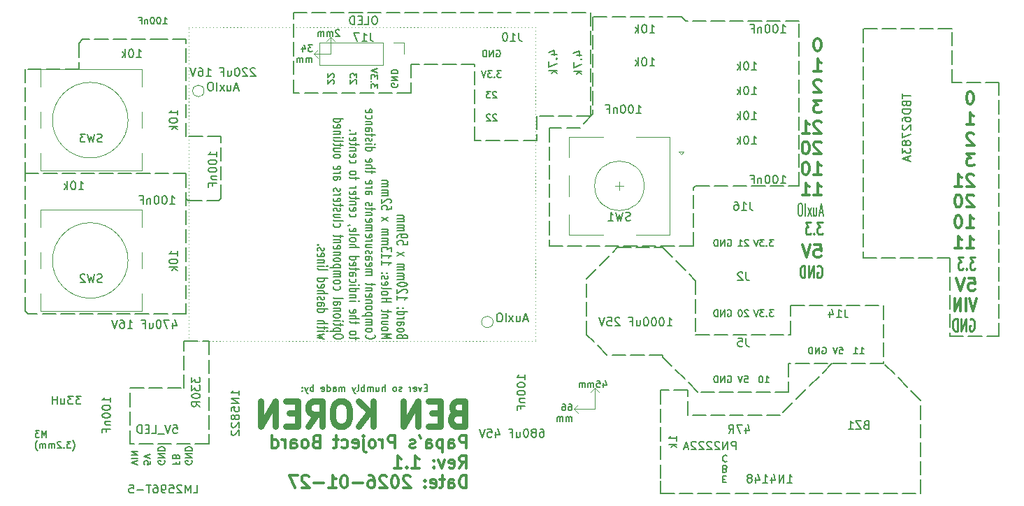
<source format=gbr>
%TF.GenerationSoftware,KiCad,Pcbnew,9.0.6*%
%TF.CreationDate,2026-01-27T06:42:29-06:00*%
%TF.ProjectId,papa-project-board,70617061-2d70-4726-9f6a-6563742d626f,1.0*%
%TF.SameCoordinates,Original*%
%TF.FileFunction,Legend,Bot*%
%TF.FilePolarity,Positive*%
%FSLAX46Y46*%
G04 Gerber Fmt 4.6, Leading zero omitted, Abs format (unit mm)*
G04 Created by KiCad (PCBNEW 9.0.6) date 2026-01-27 06:42:29*
%MOMM*%
%LPD*%
G01*
G04 APERTURE LIST*
%ADD10C,0.150000*%
%ADD11C,0.100000*%
%ADD12C,0.300000*%
%ADD13C,0.250000*%
%ADD14C,0.200000*%
%ADD15C,0.750000*%
%ADD16C,0.120000*%
G04 APERTURE END LIST*
D10*
X147680952Y-59505295D02*
X147185714Y-59505295D01*
X147185714Y-59505295D02*
X147452380Y-59810057D01*
X147452380Y-59810057D02*
X147338095Y-59810057D01*
X147338095Y-59810057D02*
X147261904Y-59848152D01*
X147261904Y-59848152D02*
X147223809Y-59886247D01*
X147223809Y-59886247D02*
X147185714Y-59962438D01*
X147185714Y-59962438D02*
X147185714Y-60152914D01*
X147185714Y-60152914D02*
X147223809Y-60229104D01*
X147223809Y-60229104D02*
X147261904Y-60267200D01*
X147261904Y-60267200D02*
X147338095Y-60305295D01*
X147338095Y-60305295D02*
X147566666Y-60305295D01*
X147566666Y-60305295D02*
X147642857Y-60267200D01*
X147642857Y-60267200D02*
X147680952Y-60229104D01*
X146842856Y-60229104D02*
X146804761Y-60267200D01*
X146804761Y-60267200D02*
X146842856Y-60305295D01*
X146842856Y-60305295D02*
X146880952Y-60267200D01*
X146880952Y-60267200D02*
X146842856Y-60229104D01*
X146842856Y-60229104D02*
X146842856Y-60305295D01*
X146538095Y-59505295D02*
X146042857Y-59505295D01*
X146042857Y-59505295D02*
X146309523Y-59810057D01*
X146309523Y-59810057D02*
X146195238Y-59810057D01*
X146195238Y-59810057D02*
X146119047Y-59848152D01*
X146119047Y-59848152D02*
X146080952Y-59886247D01*
X146080952Y-59886247D02*
X146042857Y-59962438D01*
X146042857Y-59962438D02*
X146042857Y-60152914D01*
X146042857Y-60152914D02*
X146080952Y-60229104D01*
X146080952Y-60229104D02*
X146119047Y-60267200D01*
X146119047Y-60267200D02*
X146195238Y-60305295D01*
X146195238Y-60305295D02*
X146423809Y-60305295D01*
X146423809Y-60305295D02*
X146500000Y-60267200D01*
X146500000Y-60267200D02*
X146538095Y-60229104D01*
X145814285Y-59505295D02*
X145547618Y-60305295D01*
X145547618Y-60305295D02*
X145280952Y-59505295D01*
X142109523Y-59543390D02*
X142185713Y-59505295D01*
X142185713Y-59505295D02*
X142299999Y-59505295D01*
X142299999Y-59505295D02*
X142414285Y-59543390D01*
X142414285Y-59543390D02*
X142490475Y-59619580D01*
X142490475Y-59619580D02*
X142528570Y-59695771D01*
X142528570Y-59695771D02*
X142566666Y-59848152D01*
X142566666Y-59848152D02*
X142566666Y-59962438D01*
X142566666Y-59962438D02*
X142528570Y-60114819D01*
X142528570Y-60114819D02*
X142490475Y-60191009D01*
X142490475Y-60191009D02*
X142414285Y-60267200D01*
X142414285Y-60267200D02*
X142299999Y-60305295D01*
X142299999Y-60305295D02*
X142223808Y-60305295D01*
X142223808Y-60305295D02*
X142109523Y-60267200D01*
X142109523Y-60267200D02*
X142071427Y-60229104D01*
X142071427Y-60229104D02*
X142071427Y-59962438D01*
X142071427Y-59962438D02*
X142223808Y-59962438D01*
X141728570Y-60305295D02*
X141728570Y-59505295D01*
X141728570Y-59505295D02*
X141271427Y-60305295D01*
X141271427Y-60305295D02*
X141271427Y-59505295D01*
X140890475Y-60305295D02*
X140890475Y-59505295D01*
X140890475Y-59505295D02*
X140699999Y-59505295D01*
X140699999Y-59505295D02*
X140585713Y-59543390D01*
X140585713Y-59543390D02*
X140509523Y-59619580D01*
X140509523Y-59619580D02*
X140471428Y-59695771D01*
X140471428Y-59695771D02*
X140433332Y-59848152D01*
X140433332Y-59848152D02*
X140433332Y-59962438D01*
X140433332Y-59962438D02*
X140471428Y-60114819D01*
X140471428Y-60114819D02*
X140509523Y-60191009D01*
X140509523Y-60191009D02*
X140585713Y-60267200D01*
X140585713Y-60267200D02*
X140699999Y-60305295D01*
X140699999Y-60305295D02*
X140890475Y-60305295D01*
X144609524Y-59581485D02*
X144571428Y-59543390D01*
X144571428Y-59543390D02*
X144495238Y-59505295D01*
X144495238Y-59505295D02*
X144304762Y-59505295D01*
X144304762Y-59505295D02*
X144228571Y-59543390D01*
X144228571Y-59543390D02*
X144190476Y-59581485D01*
X144190476Y-59581485D02*
X144152381Y-59657676D01*
X144152381Y-59657676D02*
X144152381Y-59733866D01*
X144152381Y-59733866D02*
X144190476Y-59848152D01*
X144190476Y-59848152D02*
X144647619Y-60305295D01*
X144647619Y-60305295D02*
X144152381Y-60305295D01*
X143390476Y-60305295D02*
X143847619Y-60305295D01*
X143619047Y-60305295D02*
X143619047Y-59505295D01*
X143619047Y-59505295D02*
X143695238Y-59619580D01*
X143695238Y-59619580D02*
X143771428Y-59695771D01*
X143771428Y-59695771D02*
X143847619Y-59733866D01*
X144152380Y-76030295D02*
X144533332Y-76030295D01*
X144533332Y-76030295D02*
X144571428Y-76411247D01*
X144571428Y-76411247D02*
X144533332Y-76373152D01*
X144533332Y-76373152D02*
X144457142Y-76335057D01*
X144457142Y-76335057D02*
X144266666Y-76335057D01*
X144266666Y-76335057D02*
X144190475Y-76373152D01*
X144190475Y-76373152D02*
X144152380Y-76411247D01*
X144152380Y-76411247D02*
X144114285Y-76487438D01*
X144114285Y-76487438D02*
X144114285Y-76677914D01*
X144114285Y-76677914D02*
X144152380Y-76754104D01*
X144152380Y-76754104D02*
X144190475Y-76792200D01*
X144190475Y-76792200D02*
X144266666Y-76830295D01*
X144266666Y-76830295D02*
X144457142Y-76830295D01*
X144457142Y-76830295D02*
X144533332Y-76792200D01*
X144533332Y-76792200D02*
X144571428Y-76754104D01*
X143885713Y-76030295D02*
X143619046Y-76830295D01*
X143619046Y-76830295D02*
X143352380Y-76030295D01*
X146652381Y-76830295D02*
X147109524Y-76830295D01*
X146880952Y-76830295D02*
X146880952Y-76030295D01*
X146880952Y-76030295D02*
X146957143Y-76144580D01*
X146957143Y-76144580D02*
X147033333Y-76220771D01*
X147033333Y-76220771D02*
X147109524Y-76258866D01*
X146157142Y-76030295D02*
X146080952Y-76030295D01*
X146080952Y-76030295D02*
X146004761Y-76068390D01*
X146004761Y-76068390D02*
X145966666Y-76106485D01*
X145966666Y-76106485D02*
X145928571Y-76182676D01*
X145928571Y-76182676D02*
X145890476Y-76335057D01*
X145890476Y-76335057D02*
X145890476Y-76525533D01*
X145890476Y-76525533D02*
X145928571Y-76677914D01*
X145928571Y-76677914D02*
X145966666Y-76754104D01*
X145966666Y-76754104D02*
X146004761Y-76792200D01*
X146004761Y-76792200D02*
X146080952Y-76830295D01*
X146080952Y-76830295D02*
X146157142Y-76830295D01*
X146157142Y-76830295D02*
X146233333Y-76792200D01*
X146233333Y-76792200D02*
X146271428Y-76754104D01*
X146271428Y-76754104D02*
X146309523Y-76677914D01*
X146309523Y-76677914D02*
X146347619Y-76525533D01*
X146347619Y-76525533D02*
X146347619Y-76335057D01*
X146347619Y-76335057D02*
X146309523Y-76182676D01*
X146309523Y-76182676D02*
X146271428Y-76106485D01*
X146271428Y-76106485D02*
X146233333Y-76068390D01*
X146233333Y-76068390D02*
X146157142Y-76030295D01*
X142109523Y-76068390D02*
X142185713Y-76030295D01*
X142185713Y-76030295D02*
X142299999Y-76030295D01*
X142299999Y-76030295D02*
X142414285Y-76068390D01*
X142414285Y-76068390D02*
X142490475Y-76144580D01*
X142490475Y-76144580D02*
X142528570Y-76220771D01*
X142528570Y-76220771D02*
X142566666Y-76373152D01*
X142566666Y-76373152D02*
X142566666Y-76487438D01*
X142566666Y-76487438D02*
X142528570Y-76639819D01*
X142528570Y-76639819D02*
X142490475Y-76716009D01*
X142490475Y-76716009D02*
X142414285Y-76792200D01*
X142414285Y-76792200D02*
X142299999Y-76830295D01*
X142299999Y-76830295D02*
X142223808Y-76830295D01*
X142223808Y-76830295D02*
X142109523Y-76792200D01*
X142109523Y-76792200D02*
X142071427Y-76754104D01*
X142071427Y-76754104D02*
X142071427Y-76487438D01*
X142071427Y-76487438D02*
X142223808Y-76487438D01*
X141728570Y-76830295D02*
X141728570Y-76030295D01*
X141728570Y-76030295D02*
X141271427Y-76830295D01*
X141271427Y-76830295D02*
X141271427Y-76030295D01*
X140890475Y-76830295D02*
X140890475Y-76030295D01*
X140890475Y-76030295D02*
X140699999Y-76030295D01*
X140699999Y-76030295D02*
X140585713Y-76068390D01*
X140585713Y-76068390D02*
X140509523Y-76144580D01*
X140509523Y-76144580D02*
X140471428Y-76220771D01*
X140471428Y-76220771D02*
X140433332Y-76373152D01*
X140433332Y-76373152D02*
X140433332Y-76487438D01*
X140433332Y-76487438D02*
X140471428Y-76639819D01*
X140471428Y-76639819D02*
X140509523Y-76716009D01*
X140509523Y-76716009D02*
X140585713Y-76792200D01*
X140585713Y-76792200D02*
X140699999Y-76830295D01*
X140699999Y-76830295D02*
X140890475Y-76830295D01*
X147680952Y-68030295D02*
X147185714Y-68030295D01*
X147185714Y-68030295D02*
X147452380Y-68335057D01*
X147452380Y-68335057D02*
X147338095Y-68335057D01*
X147338095Y-68335057D02*
X147261904Y-68373152D01*
X147261904Y-68373152D02*
X147223809Y-68411247D01*
X147223809Y-68411247D02*
X147185714Y-68487438D01*
X147185714Y-68487438D02*
X147185714Y-68677914D01*
X147185714Y-68677914D02*
X147223809Y-68754104D01*
X147223809Y-68754104D02*
X147261904Y-68792200D01*
X147261904Y-68792200D02*
X147338095Y-68830295D01*
X147338095Y-68830295D02*
X147566666Y-68830295D01*
X147566666Y-68830295D02*
X147642857Y-68792200D01*
X147642857Y-68792200D02*
X147680952Y-68754104D01*
X146842856Y-68754104D02*
X146804761Y-68792200D01*
X146804761Y-68792200D02*
X146842856Y-68830295D01*
X146842856Y-68830295D02*
X146880952Y-68792200D01*
X146880952Y-68792200D02*
X146842856Y-68754104D01*
X146842856Y-68754104D02*
X146842856Y-68830295D01*
X146538095Y-68030295D02*
X146042857Y-68030295D01*
X146042857Y-68030295D02*
X146309523Y-68335057D01*
X146309523Y-68335057D02*
X146195238Y-68335057D01*
X146195238Y-68335057D02*
X146119047Y-68373152D01*
X146119047Y-68373152D02*
X146080952Y-68411247D01*
X146080952Y-68411247D02*
X146042857Y-68487438D01*
X146042857Y-68487438D02*
X146042857Y-68677914D01*
X146042857Y-68677914D02*
X146080952Y-68754104D01*
X146080952Y-68754104D02*
X146119047Y-68792200D01*
X146119047Y-68792200D02*
X146195238Y-68830295D01*
X146195238Y-68830295D02*
X146423809Y-68830295D01*
X146423809Y-68830295D02*
X146500000Y-68792200D01*
X146500000Y-68792200D02*
X146538095Y-68754104D01*
X145814285Y-68030295D02*
X145547618Y-68830295D01*
X145547618Y-68830295D02*
X145280952Y-68030295D01*
X142109523Y-68068390D02*
X142185713Y-68030295D01*
X142185713Y-68030295D02*
X142299999Y-68030295D01*
X142299999Y-68030295D02*
X142414285Y-68068390D01*
X142414285Y-68068390D02*
X142490475Y-68144580D01*
X142490475Y-68144580D02*
X142528570Y-68220771D01*
X142528570Y-68220771D02*
X142566666Y-68373152D01*
X142566666Y-68373152D02*
X142566666Y-68487438D01*
X142566666Y-68487438D02*
X142528570Y-68639819D01*
X142528570Y-68639819D02*
X142490475Y-68716009D01*
X142490475Y-68716009D02*
X142414285Y-68792200D01*
X142414285Y-68792200D02*
X142299999Y-68830295D01*
X142299999Y-68830295D02*
X142223808Y-68830295D01*
X142223808Y-68830295D02*
X142109523Y-68792200D01*
X142109523Y-68792200D02*
X142071427Y-68754104D01*
X142071427Y-68754104D02*
X142071427Y-68487438D01*
X142071427Y-68487438D02*
X142223808Y-68487438D01*
X141728570Y-68830295D02*
X141728570Y-68030295D01*
X141728570Y-68030295D02*
X141271427Y-68830295D01*
X141271427Y-68830295D02*
X141271427Y-68030295D01*
X140890475Y-68830295D02*
X140890475Y-68030295D01*
X140890475Y-68030295D02*
X140699999Y-68030295D01*
X140699999Y-68030295D02*
X140585713Y-68068390D01*
X140585713Y-68068390D02*
X140509523Y-68144580D01*
X140509523Y-68144580D02*
X140471428Y-68220771D01*
X140471428Y-68220771D02*
X140433332Y-68373152D01*
X140433332Y-68373152D02*
X140433332Y-68487438D01*
X140433332Y-68487438D02*
X140471428Y-68639819D01*
X140471428Y-68639819D02*
X140509523Y-68716009D01*
X140509523Y-68716009D02*
X140585713Y-68792200D01*
X140585713Y-68792200D02*
X140699999Y-68830295D01*
X140699999Y-68830295D02*
X140890475Y-68830295D01*
X144609524Y-68106485D02*
X144571428Y-68068390D01*
X144571428Y-68068390D02*
X144495238Y-68030295D01*
X144495238Y-68030295D02*
X144304762Y-68030295D01*
X144304762Y-68030295D02*
X144228571Y-68068390D01*
X144228571Y-68068390D02*
X144190476Y-68106485D01*
X144190476Y-68106485D02*
X144152381Y-68182676D01*
X144152381Y-68182676D02*
X144152381Y-68258866D01*
X144152381Y-68258866D02*
X144190476Y-68373152D01*
X144190476Y-68373152D02*
X144647619Y-68830295D01*
X144647619Y-68830295D02*
X144152381Y-68830295D01*
X143657142Y-68030295D02*
X143580952Y-68030295D01*
X143580952Y-68030295D02*
X143504761Y-68068390D01*
X143504761Y-68068390D02*
X143466666Y-68106485D01*
X143466666Y-68106485D02*
X143428571Y-68182676D01*
X143428571Y-68182676D02*
X143390476Y-68335057D01*
X143390476Y-68335057D02*
X143390476Y-68525533D01*
X143390476Y-68525533D02*
X143428571Y-68677914D01*
X143428571Y-68677914D02*
X143466666Y-68754104D01*
X143466666Y-68754104D02*
X143504761Y-68792200D01*
X143504761Y-68792200D02*
X143580952Y-68830295D01*
X143580952Y-68830295D02*
X143657142Y-68830295D01*
X143657142Y-68830295D02*
X143733333Y-68792200D01*
X143733333Y-68792200D02*
X143771428Y-68754104D01*
X143771428Y-68754104D02*
X143809523Y-68677914D01*
X143809523Y-68677914D02*
X143847619Y-68525533D01*
X143847619Y-68525533D02*
X143847619Y-68335057D01*
X143847619Y-68335057D02*
X143809523Y-68182676D01*
X143809523Y-68182676D02*
X143771428Y-68106485D01*
X143771428Y-68106485D02*
X143733333Y-68068390D01*
X143733333Y-68068390D02*
X143657142Y-68030295D01*
D11*
X94000000Y-35000000D02*
X94500000Y-35500000D01*
X123500000Y-80000000D02*
X124000000Y-80500000D01*
X92000000Y-37000000D02*
X92500000Y-37500000D01*
X123500000Y-80000000D02*
X124000000Y-79500000D01*
X126000000Y-80000000D02*
X126000000Y-77500000D01*
D10*
X134000000Y-77750000D02*
X134000000Y-79400000D01*
X134000000Y-80000000D02*
X134000000Y-81650000D01*
X134000000Y-82250000D02*
X134000000Y-83900000D01*
X134000000Y-84500000D02*
X134000000Y-86150000D01*
X134000000Y-86750000D02*
X134000000Y-88400000D01*
X134000000Y-88750000D02*
X134000000Y-90250000D01*
X134000000Y-90250000D02*
X135650000Y-90250000D01*
X136250000Y-90250000D02*
X137900000Y-90250000D01*
X138500000Y-90250000D02*
X140150000Y-90250000D01*
X140750000Y-90250000D02*
X142400000Y-90250000D01*
X143000000Y-90250000D02*
X144650000Y-90250000D01*
X145250000Y-90250000D02*
X146900000Y-90250000D01*
X147500000Y-90250000D02*
X149150000Y-90250000D01*
X149750000Y-90250000D02*
X151400000Y-90250000D01*
X152000000Y-90250000D02*
X153650000Y-90250000D01*
X154250000Y-90250000D02*
X155900000Y-90250000D01*
X156500000Y-90250000D02*
X158150000Y-90250000D01*
X158750000Y-90250000D02*
X160400000Y-90250000D01*
X161000000Y-90250000D02*
X162650000Y-90250000D01*
X163250000Y-90250000D02*
X164900000Y-90250000D01*
X165500000Y-90250000D02*
X165500000Y-90250000D01*
X165500000Y-90250000D02*
X165500000Y-88600000D01*
X165500000Y-88000000D02*
X165500000Y-86350000D01*
X165500000Y-85750000D02*
X165500000Y-84100000D01*
X165500000Y-83500000D02*
X165500000Y-81850000D01*
X165500000Y-81250000D02*
X165500000Y-79600000D01*
X165500000Y-79000000D02*
X165500000Y-79000000D01*
X165500000Y-79000000D02*
X164333274Y-77833274D01*
X163909010Y-77409010D02*
X162742284Y-76242284D01*
X162318019Y-75818019D02*
X161151293Y-74651293D01*
X161000000Y-74500000D02*
X159350000Y-74500000D01*
X158750000Y-74500000D02*
X157100000Y-74500000D01*
X156500000Y-74500000D02*
X154850000Y-74500000D01*
X154750000Y-74500000D02*
X153583274Y-75666726D01*
X153159010Y-76090990D02*
X151992284Y-77257716D01*
X151568019Y-77681981D02*
X150401293Y-78848707D01*
X149977029Y-79272971D02*
X148810303Y-80439697D01*
X148500000Y-80750000D02*
X146850000Y-80750000D01*
X146250000Y-80750000D02*
X144600000Y-80750000D01*
X144000000Y-80750000D02*
X142350000Y-80750000D01*
X141750000Y-80750000D02*
X140100000Y-80750000D01*
X139500000Y-80750000D02*
X137850000Y-80750000D01*
X137250000Y-80750000D02*
X137250000Y-80750000D01*
X137250000Y-80750000D02*
X137250000Y-79100000D01*
X137250000Y-78500000D02*
X137250000Y-77750000D01*
X137250000Y-77750000D02*
X135600000Y-77750000D01*
X135000000Y-77750000D02*
X134000000Y-77750000D01*
D11*
X126000000Y-77500000D02*
X126500000Y-78000000D01*
D10*
X158500000Y-34000000D02*
X158500000Y-35650000D01*
X158500000Y-36250000D02*
X158500000Y-37900000D01*
X158500000Y-38500000D02*
X158500000Y-40150000D01*
X158500000Y-40750000D02*
X158500000Y-42400000D01*
X158500000Y-43000000D02*
X158500000Y-44650000D01*
X158500000Y-45250000D02*
X158500000Y-46900000D01*
X158500000Y-47500000D02*
X158500000Y-49150000D01*
X158500000Y-49750000D02*
X158500000Y-51400000D01*
X158500000Y-52000000D02*
X158500000Y-53650000D01*
X158500000Y-54250000D02*
X158500000Y-55900000D01*
X158500000Y-56500000D02*
X158500000Y-58150000D01*
X158500000Y-58750000D02*
X158500000Y-60400000D01*
X158500000Y-61000000D02*
X158500000Y-61750000D01*
X158500000Y-61750000D02*
X160150000Y-61750000D01*
X160750000Y-61750000D02*
X162400000Y-61750000D01*
X163000000Y-61750000D02*
X164650000Y-61750000D01*
X165250000Y-61750000D02*
X166900000Y-61750000D01*
X167500000Y-61750000D02*
X169000000Y-61750000D01*
X169000000Y-61750000D02*
X169000000Y-63400000D01*
X169000000Y-64000000D02*
X169000000Y-65650000D01*
X169000000Y-66250000D02*
X169000000Y-67900000D01*
X169000000Y-68500000D02*
X169000000Y-70150000D01*
X169000000Y-70750000D02*
X169000000Y-71250000D01*
X169000000Y-71250000D02*
X170650000Y-71250000D01*
X171250000Y-71250000D02*
X172900000Y-71250000D01*
X173500000Y-71250000D02*
X175000000Y-71250000D01*
X175000000Y-71250000D02*
X175000000Y-69600000D01*
X175000000Y-69000000D02*
X175000000Y-67350000D01*
X175000000Y-66750000D02*
X175000000Y-65100000D01*
X175000000Y-64500000D02*
X175000000Y-62850000D01*
X175000000Y-62250000D02*
X175000000Y-60600000D01*
X175000000Y-60000000D02*
X175000000Y-58350000D01*
X175000000Y-57750000D02*
X175000000Y-56100000D01*
X175000000Y-55500000D02*
X175000000Y-53850000D01*
X175000000Y-53250000D02*
X175000000Y-51600000D01*
X175000000Y-51000000D02*
X175000000Y-49350000D01*
X175000000Y-48750000D02*
X175000000Y-47100000D01*
X175000000Y-46500000D02*
X175000000Y-44850000D01*
X175000000Y-44250000D02*
X175000000Y-42600000D01*
X175000000Y-42000000D02*
X175000000Y-40500000D01*
X175000000Y-40500000D02*
X173350000Y-40500000D01*
X172750000Y-40500000D02*
X171100000Y-40500000D01*
X170500000Y-40500000D02*
X169250000Y-40500000D01*
X169250000Y-40500000D02*
X169250000Y-38850000D01*
X169250000Y-38250000D02*
X169250000Y-36600000D01*
X169250000Y-36000000D02*
X169250000Y-34350000D01*
X169250000Y-34000000D02*
X167600000Y-34000000D01*
X167000000Y-34000000D02*
X165350000Y-34000000D01*
X164750000Y-34000000D02*
X163100000Y-34000000D01*
X162500000Y-34000000D02*
X160850000Y-34000000D01*
X160250000Y-34000000D02*
X158600000Y-34000000D01*
D11*
X94000000Y-37000000D02*
X94000000Y-35000000D01*
X126000000Y-77500000D02*
X125500000Y-78000000D01*
D10*
X120500000Y-60250000D02*
X122150000Y-60250000D01*
X122750000Y-60250000D02*
X124400000Y-60250000D01*
X125000000Y-60250000D02*
X126650000Y-60250000D01*
X127250000Y-60250000D02*
X128900000Y-60250000D01*
X129500000Y-60250000D02*
X131150000Y-60250000D01*
X131750000Y-60250000D02*
X133400000Y-60250000D01*
X134000000Y-60250000D02*
X135650000Y-60250000D01*
X136250000Y-60250000D02*
X137900000Y-60250000D01*
X138000000Y-60250000D02*
X138000000Y-58600000D01*
X138000000Y-58000000D02*
X138000000Y-56350000D01*
X138000000Y-55750000D02*
X138000000Y-54100000D01*
X138000000Y-53500000D02*
X138000000Y-53250000D01*
X138000000Y-53250000D02*
X138250000Y-53000000D01*
X138250000Y-53000000D02*
X139900000Y-53000000D01*
X140500000Y-53000000D02*
X142150000Y-53000000D01*
X142750000Y-53000000D02*
X144400000Y-53000000D01*
X145000000Y-53000000D02*
X146650000Y-53000000D01*
X147250000Y-53000000D02*
X148900000Y-53000000D01*
X149500000Y-53000000D02*
X150750000Y-53000000D01*
X150750000Y-53000000D02*
X150750000Y-51350000D01*
X150750000Y-50750000D02*
X150750000Y-49100000D01*
X150750000Y-48500000D02*
X150750000Y-46850000D01*
X150750000Y-46250000D02*
X150750000Y-44600000D01*
X150750000Y-44000000D02*
X150750000Y-42350000D01*
X150750000Y-41750000D02*
X150750000Y-40100000D01*
X150750000Y-39500000D02*
X150750000Y-37850000D01*
X150750000Y-37250000D02*
X150750000Y-35600000D01*
X150750000Y-35000000D02*
X150750000Y-33350000D01*
X150750000Y-33000000D02*
X149100000Y-33000000D01*
X148500000Y-33000000D02*
X146850000Y-33000000D01*
X146250000Y-33000000D02*
X144600000Y-33000000D01*
X144000000Y-33000000D02*
X142350000Y-33000000D01*
X141750000Y-33000000D02*
X140100000Y-33000000D01*
X139500000Y-33000000D02*
X137850000Y-33000000D01*
X137250000Y-33000000D02*
X137000000Y-33000000D01*
X137000000Y-33000000D02*
X136500000Y-32500000D01*
X136500000Y-32500000D02*
X134850000Y-32500000D01*
X134250000Y-32500000D02*
X132600000Y-32500000D01*
X132000000Y-32500000D02*
X130350000Y-32500000D01*
X129750000Y-32500000D02*
X128100000Y-32500000D01*
X127500000Y-32500000D02*
X125850000Y-32500000D01*
X125750000Y-32500000D02*
X125750000Y-34150000D01*
X125750000Y-34750000D02*
X125750000Y-36400000D01*
X125750000Y-37000000D02*
X125750000Y-38650000D01*
X125750000Y-39250000D02*
X125750000Y-40900000D01*
X125750000Y-41500000D02*
X125750000Y-43150000D01*
X125750000Y-43750000D02*
X125750000Y-44250000D01*
X125750000Y-44250000D02*
X124676194Y-45502773D01*
X124285719Y-45958327D02*
X124250000Y-46000000D01*
X124250000Y-46000000D02*
X122600000Y-46000000D01*
X122000000Y-46000000D02*
X120500000Y-46000000D01*
X120500000Y-46000000D02*
X120500000Y-47650000D01*
X120500000Y-48250000D02*
X120500000Y-49900000D01*
X120500000Y-50500000D02*
X120500000Y-52150000D01*
X120500000Y-52750000D02*
X120500000Y-54400000D01*
X120500000Y-55000000D02*
X120500000Y-56650000D01*
X120500000Y-57250000D02*
X120500000Y-58900000D01*
X120500000Y-59500000D02*
X120500000Y-60250000D01*
X79250000Y-84250000D02*
X77600000Y-84250000D01*
X77000000Y-84250000D02*
X75350000Y-84250000D01*
X74750000Y-84250000D02*
X73100000Y-84250000D01*
X72500000Y-84250000D02*
X70850000Y-84250000D01*
X70250000Y-84250000D02*
X69750000Y-84250000D01*
X69750000Y-84250000D02*
X69750000Y-82600000D01*
X69750000Y-82000000D02*
X69750000Y-80350000D01*
X69750000Y-79750000D02*
X69750000Y-78100000D01*
X69750000Y-77500000D02*
X69750000Y-77500000D01*
X69750000Y-77500000D02*
X71400000Y-77500000D01*
X72000000Y-77500000D02*
X73650000Y-77500000D01*
X74250000Y-77500000D02*
X75900000Y-77500000D01*
X76250000Y-77500000D02*
X76250000Y-75850000D01*
X76250000Y-75250000D02*
X76250000Y-73600000D01*
X76250000Y-73000000D02*
X76250000Y-71800000D01*
X76250000Y-71800000D02*
X77900000Y-71800000D01*
X78500000Y-71800000D02*
X79250000Y-71800000D01*
X79250000Y-71800000D02*
X79250000Y-73450000D01*
X79250000Y-74050000D02*
X79250000Y-75700000D01*
X79250000Y-76300000D02*
X79250000Y-77950000D01*
X79250000Y-78550000D02*
X79250000Y-80200000D01*
X79250000Y-80800000D02*
X79250000Y-82450000D01*
X79250000Y-83050000D02*
X79250000Y-84250000D01*
D11*
X92000000Y-37000000D02*
X92500000Y-36500000D01*
D10*
X161000000Y-74500000D02*
X159350000Y-74500000D01*
X158750000Y-74500000D02*
X157100000Y-74500000D01*
X156500000Y-74500000D02*
X154850000Y-74500000D01*
X154250000Y-74500000D02*
X152600000Y-74500000D01*
X152000000Y-74500000D02*
X150350000Y-74500000D01*
X149750000Y-74500000D02*
X149500000Y-74500000D01*
X149500000Y-74500000D02*
X149500000Y-76150000D01*
X149500000Y-76750000D02*
X149500000Y-78000000D01*
X149500000Y-78000000D02*
X147850000Y-78000000D01*
X147250000Y-78000000D02*
X145600000Y-78000000D01*
X145000000Y-78000000D02*
X143350000Y-78000000D01*
X142750000Y-78000000D02*
X141100000Y-78000000D01*
X140500000Y-78000000D02*
X138850000Y-78000000D01*
X138500000Y-78000000D02*
X137333274Y-76833274D01*
X136909010Y-76409010D02*
X135742284Y-75242284D01*
X135318019Y-74818019D02*
X134250000Y-73750000D01*
X134250000Y-73750000D02*
X134250000Y-73500000D01*
X134250000Y-73500000D02*
X132600000Y-73500000D01*
X132000000Y-73500000D02*
X130350000Y-73500000D01*
X129750000Y-73500000D02*
X128100000Y-73500000D01*
X127500000Y-73500000D02*
X127500000Y-73500000D01*
X127500000Y-73500000D02*
X126333274Y-72333274D01*
X125909010Y-71909010D02*
X125000000Y-71000000D01*
X125000000Y-71000000D02*
X125000000Y-69350000D01*
X125000000Y-68750000D02*
X125000000Y-67100000D01*
X125000000Y-66500000D02*
X125000000Y-64850000D01*
X125000000Y-64250000D02*
X125000000Y-64250000D01*
X125000000Y-64250000D02*
X126166726Y-63083274D01*
X126590990Y-62659010D02*
X127757716Y-61492284D01*
X128181981Y-61068019D02*
X128750000Y-60500000D01*
X128750000Y-60500000D02*
X130400000Y-60500000D01*
X131000000Y-60500000D02*
X132650000Y-60500000D01*
X133250000Y-60500000D02*
X134250000Y-60500000D01*
X134250000Y-60500000D02*
X135416726Y-61666726D01*
X135840990Y-62090990D02*
X137007716Y-63257716D01*
X137431981Y-63681981D02*
X138250000Y-64500000D01*
X138250000Y-64500000D02*
X138250000Y-66150000D01*
X138250000Y-66750000D02*
X138250000Y-68400000D01*
X138250000Y-69000000D02*
X138250000Y-70650000D01*
X138250000Y-71000000D02*
X139900000Y-71000000D01*
X140500000Y-71000000D02*
X142150000Y-71000000D01*
X142750000Y-71000000D02*
X144400000Y-71000000D01*
X145000000Y-71000000D02*
X146650000Y-71000000D01*
X147250000Y-71000000D02*
X148900000Y-71000000D01*
X149500000Y-71000000D02*
X149750000Y-71000000D01*
X149750000Y-71000000D02*
X149750000Y-69350000D01*
X149750000Y-68750000D02*
X149750000Y-67500000D01*
X149750000Y-67500000D02*
X151400000Y-67500000D01*
X152000000Y-67500000D02*
X153650000Y-67500000D01*
X154250000Y-67500000D02*
X155900000Y-67500000D01*
X156500000Y-67500000D02*
X158150000Y-67500000D01*
X158750000Y-67500000D02*
X160400000Y-67500000D01*
X161000000Y-67500000D02*
X161000000Y-67500000D01*
X161000000Y-67500000D02*
X161000000Y-69150000D01*
X161000000Y-69750000D02*
X161000000Y-71400000D01*
X161000000Y-72000000D02*
X161000000Y-73650000D01*
X161000000Y-74250000D02*
X161000000Y-74500000D01*
D11*
X94000000Y-35000000D02*
X93500000Y-35500000D01*
D10*
X89500000Y-32000000D02*
X91150000Y-32000000D01*
X91750000Y-32000000D02*
X93400000Y-32000000D01*
X94000000Y-32000000D02*
X95650000Y-32000000D01*
X96250000Y-32000000D02*
X97900000Y-32000000D01*
X98500000Y-32000000D02*
X100150000Y-32000000D01*
X100750000Y-32000000D02*
X102400000Y-32000000D01*
X103000000Y-32000000D02*
X104650000Y-32000000D01*
X105250000Y-32000000D02*
X106900000Y-32000000D01*
X107500000Y-32000000D02*
X109150000Y-32000000D01*
X109750000Y-32000000D02*
X111400000Y-32000000D01*
X112000000Y-32000000D02*
X113650000Y-32000000D01*
X114250000Y-32000000D02*
X115900000Y-32000000D01*
X116500000Y-32000000D02*
X118150000Y-32000000D01*
X118750000Y-32000000D02*
X120400000Y-32000000D01*
X121000000Y-32000000D02*
X122650000Y-32000000D01*
X123250000Y-32000000D02*
X124900000Y-32000000D01*
X125500000Y-32000000D02*
X125500000Y-32000000D01*
X125500000Y-32000000D02*
X125500000Y-33650000D01*
X125500000Y-34250000D02*
X125500000Y-35900000D01*
X125500000Y-36500000D02*
X125500000Y-38150000D01*
X125500000Y-38750000D02*
X125500000Y-40400000D01*
X125500000Y-41000000D02*
X125500000Y-42650000D01*
X125500000Y-43250000D02*
X125500000Y-44500000D01*
X125500000Y-44500000D02*
X123850000Y-44500000D01*
X123250000Y-44500000D02*
X121600000Y-44500000D01*
X121000000Y-44500000D02*
X119350000Y-44500000D01*
X119000000Y-44500000D02*
X119000000Y-46150000D01*
X119000000Y-46750000D02*
X119000000Y-47500000D01*
X119000000Y-47500000D02*
X117350000Y-47500000D01*
X116750000Y-47500000D02*
X115100000Y-47500000D01*
X114500000Y-47500000D02*
X112850000Y-47500000D01*
X112250000Y-47500000D02*
X111500000Y-47500000D01*
X111500000Y-47500000D02*
X111500000Y-45850000D01*
X111500000Y-45250000D02*
X111500000Y-43600000D01*
X111500000Y-43000000D02*
X111500000Y-41350000D01*
X111500000Y-40750000D02*
X111500000Y-39100000D01*
X111500000Y-38500000D02*
X111500000Y-38250000D01*
X111500000Y-38250000D02*
X109850000Y-38250000D01*
X109250000Y-38250000D02*
X107600000Y-38250000D01*
X107000000Y-38250000D02*
X105350000Y-38250000D01*
X104750000Y-38250000D02*
X103750000Y-38250000D01*
X103750000Y-38250000D02*
X103750000Y-39900000D01*
X103750000Y-40500000D02*
X103750000Y-41750000D01*
X103750000Y-41750000D02*
X102100000Y-41750000D01*
X101500000Y-41750000D02*
X99850000Y-41750000D01*
X99250000Y-41750000D02*
X97600000Y-41750000D01*
X97000000Y-41750000D02*
X95350000Y-41750000D01*
X94750000Y-41750000D02*
X93100000Y-41750000D01*
X92500000Y-41750000D02*
X90850000Y-41750000D01*
X90250000Y-41750000D02*
X89500000Y-41750000D01*
X89500000Y-41750000D02*
X89500000Y-40100000D01*
X89500000Y-39500000D02*
X89500000Y-37850000D01*
X89500000Y-37250000D02*
X89500000Y-35600000D01*
X89500000Y-35000000D02*
X89500000Y-33350000D01*
X89500000Y-32750000D02*
X89500000Y-32000000D01*
D11*
X94000000Y-37000000D02*
X92000000Y-37000000D01*
D10*
X80500000Y-54750000D02*
X80750000Y-54500000D01*
X80750000Y-54500000D02*
X80750000Y-52850000D01*
X80750000Y-52250000D02*
X80750000Y-50600000D01*
X80750000Y-50000000D02*
X80750000Y-48350000D01*
X80750000Y-47750000D02*
X80750000Y-47000000D01*
X80750000Y-47000000D02*
X79100000Y-47000000D01*
X78500000Y-47000000D02*
X76850000Y-47000000D01*
X76500000Y-47000000D02*
X76500000Y-45350000D01*
X76500000Y-44750000D02*
X76500000Y-43100000D01*
X76500000Y-42500000D02*
X76500000Y-40850000D01*
X76500000Y-40250000D02*
X76500000Y-38600000D01*
X76500000Y-38000000D02*
X76500000Y-36350000D01*
X76500000Y-35750000D02*
X76500000Y-35250000D01*
X76500000Y-35250000D02*
X74850000Y-35250000D01*
X74250000Y-35250000D02*
X73820000Y-35250000D01*
X73820000Y-35250000D02*
X72170000Y-35250000D01*
X71570000Y-35250000D02*
X69920000Y-35250000D01*
X69320000Y-35250000D02*
X67670000Y-35250000D01*
X67070000Y-35250000D02*
X65420000Y-35250000D01*
X64820000Y-35250000D02*
X64000000Y-35250000D01*
X64000000Y-35250000D02*
X63500000Y-35750000D01*
X63500000Y-35750000D02*
X63500000Y-37400000D01*
X63500000Y-38000000D02*
X63500000Y-38850000D01*
X63500000Y-38850000D02*
X61850000Y-38850000D01*
X61250000Y-38850000D02*
X59600000Y-38850000D01*
X59000000Y-38850000D02*
X57350000Y-38850000D01*
X57000000Y-38850000D02*
X57000000Y-40500000D01*
X57000000Y-41100000D02*
X57000000Y-42750000D01*
X57000000Y-43350000D02*
X57000000Y-45000000D01*
X57000000Y-45600000D02*
X57000000Y-47250000D01*
X57000000Y-47850000D02*
X57000000Y-49500000D01*
X57000000Y-50100000D02*
X57000000Y-51500000D01*
X57000000Y-51500000D02*
X58650000Y-51500000D01*
X59250000Y-51500000D02*
X60900000Y-51500000D01*
X61500000Y-51500000D02*
X63150000Y-51500000D01*
X63750000Y-51500000D02*
X65400000Y-51500000D01*
X66000000Y-51500000D02*
X67650000Y-51500000D01*
X68250000Y-51500000D02*
X69900000Y-51500000D01*
X70500000Y-51500000D02*
X72150000Y-51500000D01*
X72750000Y-51500000D02*
X74400000Y-51500000D01*
X75000000Y-51500000D02*
X76500000Y-51500000D01*
X76500000Y-51500000D02*
X76500000Y-53150000D01*
X76500000Y-53750000D02*
X76500000Y-54500000D01*
X76500000Y-54500000D02*
X76750000Y-54750000D01*
X76750000Y-54750000D02*
X78400000Y-54750000D01*
X79000000Y-54750000D02*
X80500000Y-54750000D01*
D11*
X126000000Y-80000000D02*
X123500000Y-80000000D01*
D10*
X76500000Y-51500000D02*
X76500000Y-53150000D01*
X76500000Y-53750000D02*
X76500000Y-55400000D01*
X76500000Y-56000000D02*
X76500000Y-57650000D01*
X76500000Y-58250000D02*
X76500000Y-59900000D01*
X76500000Y-60500000D02*
X76500000Y-62150000D01*
X76500000Y-62750000D02*
X76500000Y-64400000D01*
X76500000Y-65000000D02*
X76500000Y-66650000D01*
X76500000Y-67250000D02*
X76500000Y-68500000D01*
X76500000Y-68500000D02*
X74850000Y-68500000D01*
X74250000Y-68500000D02*
X72600000Y-68500000D01*
X72000000Y-68500000D02*
X70350000Y-68500000D01*
X69750000Y-68500000D02*
X68100000Y-68500000D01*
X67500000Y-68500000D02*
X65850000Y-68500000D01*
X65250000Y-68500000D02*
X63600000Y-68500000D01*
X63000000Y-68500000D02*
X61350000Y-68500000D01*
X60750000Y-68500000D02*
X59100000Y-68500000D01*
X58500000Y-68500000D02*
X57350000Y-68500000D01*
X57350000Y-68500000D02*
X57000000Y-68150000D01*
X57000000Y-68150000D02*
X57000000Y-66500000D01*
X57000000Y-65900000D02*
X57000000Y-64250000D01*
X57000000Y-63650000D02*
X57000000Y-62000000D01*
X57000000Y-61400000D02*
X57000000Y-59750000D01*
X57000000Y-59150000D02*
X57000000Y-57500000D01*
X57000000Y-56900000D02*
X57000000Y-55250000D01*
X57000000Y-54650000D02*
X57000000Y-53000000D01*
X57000000Y-52400000D02*
X57000000Y-51500000D01*
X57000000Y-51500000D02*
X58650000Y-51500000D01*
X59250000Y-51500000D02*
X60900000Y-51500000D01*
X61500000Y-51500000D02*
X63150000Y-51500000D01*
X63750000Y-51500000D02*
X65400000Y-51500000D01*
X66000000Y-51500000D02*
X67650000Y-51500000D01*
X68250000Y-51500000D02*
X69900000Y-51500000D01*
X70500000Y-51500000D02*
X72150000Y-51500000D01*
X72750000Y-51500000D02*
X74400000Y-51500000D01*
X75000000Y-51500000D02*
X76500000Y-51500000D01*
X73899609Y-86291792D02*
X73937704Y-86367982D01*
X73937704Y-86367982D02*
X73937704Y-86482268D01*
X73937704Y-86482268D02*
X73899609Y-86596554D01*
X73899609Y-86596554D02*
X73823419Y-86672744D01*
X73823419Y-86672744D02*
X73747228Y-86710839D01*
X73747228Y-86710839D02*
X73594847Y-86748935D01*
X73594847Y-86748935D02*
X73480561Y-86748935D01*
X73480561Y-86748935D02*
X73328180Y-86710839D01*
X73328180Y-86710839D02*
X73251990Y-86672744D01*
X73251990Y-86672744D02*
X73175800Y-86596554D01*
X73175800Y-86596554D02*
X73137704Y-86482268D01*
X73137704Y-86482268D02*
X73137704Y-86406077D01*
X73137704Y-86406077D02*
X73175800Y-86291792D01*
X73175800Y-86291792D02*
X73213895Y-86253696D01*
X73213895Y-86253696D02*
X73480561Y-86253696D01*
X73480561Y-86253696D02*
X73480561Y-86406077D01*
X73137704Y-85910839D02*
X73937704Y-85910839D01*
X73937704Y-85910839D02*
X73137704Y-85453696D01*
X73137704Y-85453696D02*
X73937704Y-85453696D01*
X73137704Y-85072744D02*
X73937704Y-85072744D01*
X73937704Y-85072744D02*
X73937704Y-84882268D01*
X73937704Y-84882268D02*
X73899609Y-84767982D01*
X73899609Y-84767982D02*
X73823419Y-84691792D01*
X73823419Y-84691792D02*
X73747228Y-84653697D01*
X73747228Y-84653697D02*
X73594847Y-84615601D01*
X73594847Y-84615601D02*
X73480561Y-84615601D01*
X73480561Y-84615601D02*
X73328180Y-84653697D01*
X73328180Y-84653697D02*
X73251990Y-84691792D01*
X73251990Y-84691792D02*
X73175800Y-84767982D01*
X73175800Y-84767982D02*
X73137704Y-84882268D01*
X73137704Y-84882268D02*
X73137704Y-85072744D01*
D12*
X171311203Y-64178328D02*
X172025489Y-64178328D01*
X172025489Y-64178328D02*
X172096917Y-64892614D01*
X172096917Y-64892614D02*
X172025489Y-64821185D01*
X172025489Y-64821185D02*
X171882632Y-64749757D01*
X171882632Y-64749757D02*
X171525489Y-64749757D01*
X171525489Y-64749757D02*
X171382632Y-64821185D01*
X171382632Y-64821185D02*
X171311203Y-64892614D01*
X171311203Y-64892614D02*
X171239774Y-65035471D01*
X171239774Y-65035471D02*
X171239774Y-65392614D01*
X171239774Y-65392614D02*
X171311203Y-65535471D01*
X171311203Y-65535471D02*
X171382632Y-65606900D01*
X171382632Y-65606900D02*
X171525489Y-65678328D01*
X171525489Y-65678328D02*
X171882632Y-65678328D01*
X171882632Y-65678328D02*
X172025489Y-65606900D01*
X172025489Y-65606900D02*
X172096917Y-65535471D01*
X170811203Y-64178328D02*
X170311203Y-65678328D01*
X170311203Y-65678328D02*
X169811203Y-64178328D01*
D13*
X172072669Y-61680928D02*
X171453622Y-61680928D01*
X171453622Y-61680928D02*
X171786955Y-62252357D01*
X171786955Y-62252357D02*
X171644098Y-62252357D01*
X171644098Y-62252357D02*
X171548860Y-62323785D01*
X171548860Y-62323785D02*
X171501241Y-62395214D01*
X171501241Y-62395214D02*
X171453622Y-62538071D01*
X171453622Y-62538071D02*
X171453622Y-62895214D01*
X171453622Y-62895214D02*
X171501241Y-63038071D01*
X171501241Y-63038071D02*
X171548860Y-63109500D01*
X171548860Y-63109500D02*
X171644098Y-63180928D01*
X171644098Y-63180928D02*
X171929812Y-63180928D01*
X171929812Y-63180928D02*
X172025050Y-63109500D01*
X172025050Y-63109500D02*
X172072669Y-63038071D01*
X171025050Y-63038071D02*
X170977431Y-63109500D01*
X170977431Y-63109500D02*
X171025050Y-63180928D01*
X171025050Y-63180928D02*
X171072669Y-63109500D01*
X171072669Y-63109500D02*
X171025050Y-63038071D01*
X171025050Y-63038071D02*
X171025050Y-63180928D01*
X170644098Y-61680928D02*
X170025051Y-61680928D01*
X170025051Y-61680928D02*
X170358384Y-62252357D01*
X170358384Y-62252357D02*
X170215527Y-62252357D01*
X170215527Y-62252357D02*
X170120289Y-62323785D01*
X170120289Y-62323785D02*
X170072670Y-62395214D01*
X170072670Y-62395214D02*
X170025051Y-62538071D01*
X170025051Y-62538071D02*
X170025051Y-62895214D01*
X170025051Y-62895214D02*
X170072670Y-63038071D01*
X170072670Y-63038071D02*
X170120289Y-63109500D01*
X170120289Y-63109500D02*
X170215527Y-63180928D01*
X170215527Y-63180928D02*
X170501241Y-63180928D01*
X170501241Y-63180928D02*
X170596479Y-63109500D01*
X170596479Y-63109500D02*
X170644098Y-63038071D01*
D10*
X75306752Y-86444173D02*
X75306752Y-86710839D01*
X74887704Y-86710839D02*
X75687704Y-86710839D01*
X75687704Y-86710839D02*
X75687704Y-86329887D01*
X75306752Y-85758459D02*
X75268657Y-85644173D01*
X75268657Y-85644173D02*
X75230561Y-85606078D01*
X75230561Y-85606078D02*
X75154371Y-85567982D01*
X75154371Y-85567982D02*
X75040085Y-85567982D01*
X75040085Y-85567982D02*
X74963895Y-85606078D01*
X74963895Y-85606078D02*
X74925800Y-85644173D01*
X74925800Y-85644173D02*
X74887704Y-85720363D01*
X74887704Y-85720363D02*
X74887704Y-86025125D01*
X74887704Y-86025125D02*
X75687704Y-86025125D01*
X75687704Y-86025125D02*
X75687704Y-85758459D01*
X75687704Y-85758459D02*
X75649609Y-85682268D01*
X75649609Y-85682268D02*
X75611514Y-85644173D01*
X75611514Y-85644173D02*
X75535323Y-85606078D01*
X75535323Y-85606078D02*
X75459133Y-85606078D01*
X75459133Y-85606078D02*
X75382942Y-85644173D01*
X75382942Y-85644173D02*
X75344847Y-85682268D01*
X75344847Y-85682268D02*
X75306752Y-85758459D01*
X75306752Y-85758459D02*
X75306752Y-86025125D01*
D12*
X172258822Y-66678328D02*
X171825489Y-68178328D01*
X171825489Y-68178328D02*
X171392155Y-66678328D01*
X170958822Y-68178328D02*
X170958822Y-66678328D01*
X170339774Y-68178328D02*
X170339774Y-66678328D01*
X170339774Y-66678328D02*
X169596917Y-68178328D01*
X169596917Y-68178328D02*
X169596917Y-66678328D01*
D14*
X153621041Y-56214957D02*
X153240088Y-56214957D01*
X153697231Y-56643528D02*
X153430564Y-55143528D01*
X153430564Y-55143528D02*
X153163898Y-56643528D01*
X152554374Y-55643528D02*
X152554374Y-56643528D01*
X152897231Y-55643528D02*
X152897231Y-56429242D01*
X152897231Y-56429242D02*
X152859136Y-56572100D01*
X152859136Y-56572100D02*
X152782946Y-56643528D01*
X152782946Y-56643528D02*
X152668660Y-56643528D01*
X152668660Y-56643528D02*
X152592469Y-56572100D01*
X152592469Y-56572100D02*
X152554374Y-56500671D01*
X152249612Y-56643528D02*
X151830564Y-55643528D01*
X152249612Y-55643528D02*
X151830564Y-56643528D01*
X151525802Y-56643528D02*
X151525802Y-55143528D01*
X150992469Y-55143528D02*
X150840088Y-55143528D01*
X150840088Y-55143528D02*
X150763898Y-55214957D01*
X150763898Y-55214957D02*
X150687707Y-55357814D01*
X150687707Y-55357814D02*
X150649612Y-55643528D01*
X150649612Y-55643528D02*
X150649612Y-56143528D01*
X150649612Y-56143528D02*
X150687707Y-56429242D01*
X150687707Y-56429242D02*
X150763898Y-56572100D01*
X150763898Y-56572100D02*
X150840088Y-56643528D01*
X150840088Y-56643528D02*
X150992469Y-56643528D01*
X150992469Y-56643528D02*
X151068660Y-56572100D01*
X151068660Y-56572100D02*
X151144850Y-56429242D01*
X151144850Y-56429242D02*
X151182946Y-56143528D01*
X151182946Y-56143528D02*
X151182946Y-55643528D01*
X151182946Y-55643528D02*
X151144850Y-55357814D01*
X151144850Y-55357814D02*
X151068660Y-55214957D01*
X151068660Y-55214957D02*
X150992469Y-55143528D01*
D13*
X153597669Y-57390928D02*
X152978622Y-57390928D01*
X152978622Y-57390928D02*
X153311955Y-57962357D01*
X153311955Y-57962357D02*
X153169098Y-57962357D01*
X153169098Y-57962357D02*
X153073860Y-58033785D01*
X153073860Y-58033785D02*
X153026241Y-58105214D01*
X153026241Y-58105214D02*
X152978622Y-58248071D01*
X152978622Y-58248071D02*
X152978622Y-58605214D01*
X152978622Y-58605214D02*
X153026241Y-58748071D01*
X153026241Y-58748071D02*
X153073860Y-58819500D01*
X153073860Y-58819500D02*
X153169098Y-58890928D01*
X153169098Y-58890928D02*
X153454812Y-58890928D01*
X153454812Y-58890928D02*
X153550050Y-58819500D01*
X153550050Y-58819500D02*
X153597669Y-58748071D01*
X152550050Y-58748071D02*
X152502431Y-58819500D01*
X152502431Y-58819500D02*
X152550050Y-58890928D01*
X152550050Y-58890928D02*
X152597669Y-58819500D01*
X152597669Y-58819500D02*
X152550050Y-58748071D01*
X152550050Y-58748071D02*
X152550050Y-58890928D01*
X152169098Y-57390928D02*
X151550051Y-57390928D01*
X151550051Y-57390928D02*
X151883384Y-57962357D01*
X151883384Y-57962357D02*
X151740527Y-57962357D01*
X151740527Y-57962357D02*
X151645289Y-58033785D01*
X151645289Y-58033785D02*
X151597670Y-58105214D01*
X151597670Y-58105214D02*
X151550051Y-58248071D01*
X151550051Y-58248071D02*
X151550051Y-58605214D01*
X151550051Y-58605214D02*
X151597670Y-58748071D01*
X151597670Y-58748071D02*
X151645289Y-58819500D01*
X151645289Y-58819500D02*
X151740527Y-58890928D01*
X151740527Y-58890928D02*
X152026241Y-58890928D01*
X152026241Y-58890928D02*
X152121479Y-58819500D01*
X152121479Y-58819500D02*
X152169098Y-58748071D01*
D10*
X97111514Y-40609524D02*
X97149609Y-40571428D01*
X97149609Y-40571428D02*
X97187704Y-40495238D01*
X97187704Y-40495238D02*
X97187704Y-40304762D01*
X97187704Y-40304762D02*
X97149609Y-40228571D01*
X97149609Y-40228571D02*
X97111514Y-40190476D01*
X97111514Y-40190476D02*
X97035323Y-40152381D01*
X97035323Y-40152381D02*
X96959133Y-40152381D01*
X96959133Y-40152381D02*
X96844847Y-40190476D01*
X96844847Y-40190476D02*
X96387704Y-40647619D01*
X96387704Y-40647619D02*
X96387704Y-40152381D01*
X97187704Y-39885714D02*
X97187704Y-39390476D01*
X97187704Y-39390476D02*
X96882942Y-39657142D01*
X96882942Y-39657142D02*
X96882942Y-39542857D01*
X96882942Y-39542857D02*
X96844847Y-39466666D01*
X96844847Y-39466666D02*
X96806752Y-39428571D01*
X96806752Y-39428571D02*
X96730561Y-39390476D01*
X96730561Y-39390476D02*
X96540085Y-39390476D01*
X96540085Y-39390476D02*
X96463895Y-39428571D01*
X96463895Y-39428571D02*
X96425800Y-39466666D01*
X96425800Y-39466666D02*
X96387704Y-39542857D01*
X96387704Y-39542857D02*
X96387704Y-39771428D01*
X96387704Y-39771428D02*
X96425800Y-39847619D01*
X96425800Y-39847619D02*
X96463895Y-39885714D01*
D12*
X152564774Y-39138328D02*
X153421917Y-39138328D01*
X152993346Y-39138328D02*
X152993346Y-37638328D01*
X152993346Y-37638328D02*
X153136203Y-37852614D01*
X153136203Y-37852614D02*
X153279060Y-37995471D01*
X153279060Y-37995471D02*
X153421917Y-38066900D01*
X153421917Y-45281185D02*
X153350489Y-45209757D01*
X153350489Y-45209757D02*
X153207632Y-45138328D01*
X153207632Y-45138328D02*
X152850489Y-45138328D01*
X152850489Y-45138328D02*
X152707632Y-45209757D01*
X152707632Y-45209757D02*
X152636203Y-45281185D01*
X152636203Y-45281185D02*
X152564774Y-45424042D01*
X152564774Y-45424042D02*
X152564774Y-45566900D01*
X152564774Y-45566900D02*
X152636203Y-45781185D01*
X152636203Y-45781185D02*
X153493346Y-46638328D01*
X153493346Y-46638328D02*
X152564774Y-46638328D01*
X151136203Y-46638328D02*
X151993346Y-46638328D01*
X151564775Y-46638328D02*
X151564775Y-45138328D01*
X151564775Y-45138328D02*
X151707632Y-45352614D01*
X151707632Y-45352614D02*
X151850489Y-45495471D01*
X151850489Y-45495471D02*
X151993346Y-45566900D01*
X153421917Y-47781185D02*
X153350489Y-47709757D01*
X153350489Y-47709757D02*
X153207632Y-47638328D01*
X153207632Y-47638328D02*
X152850489Y-47638328D01*
X152850489Y-47638328D02*
X152707632Y-47709757D01*
X152707632Y-47709757D02*
X152636203Y-47781185D01*
X152636203Y-47781185D02*
X152564774Y-47924042D01*
X152564774Y-47924042D02*
X152564774Y-48066900D01*
X152564774Y-48066900D02*
X152636203Y-48281185D01*
X152636203Y-48281185D02*
X153493346Y-49138328D01*
X153493346Y-49138328D02*
X152564774Y-49138328D01*
X151636203Y-47638328D02*
X151493346Y-47638328D01*
X151493346Y-47638328D02*
X151350489Y-47709757D01*
X151350489Y-47709757D02*
X151279061Y-47781185D01*
X151279061Y-47781185D02*
X151207632Y-47924042D01*
X151207632Y-47924042D02*
X151136203Y-48209757D01*
X151136203Y-48209757D02*
X151136203Y-48566900D01*
X151136203Y-48566900D02*
X151207632Y-48852614D01*
X151207632Y-48852614D02*
X151279061Y-48995471D01*
X151279061Y-48995471D02*
X151350489Y-49066900D01*
X151350489Y-49066900D02*
X151493346Y-49138328D01*
X151493346Y-49138328D02*
X151636203Y-49138328D01*
X151636203Y-49138328D02*
X151779061Y-49066900D01*
X151779061Y-49066900D02*
X151850489Y-48995471D01*
X151850489Y-48995471D02*
X151921918Y-48852614D01*
X151921918Y-48852614D02*
X151993346Y-48566900D01*
X151993346Y-48566900D02*
X151993346Y-48209757D01*
X151993346Y-48209757D02*
X151921918Y-47924042D01*
X151921918Y-47924042D02*
X151850489Y-47781185D01*
X151850489Y-47781185D02*
X151779061Y-47709757D01*
X151779061Y-47709757D02*
X151636203Y-47638328D01*
X152564774Y-51638328D02*
X153421917Y-51638328D01*
X152993346Y-51638328D02*
X152993346Y-50138328D01*
X152993346Y-50138328D02*
X153136203Y-50352614D01*
X153136203Y-50352614D02*
X153279060Y-50495471D01*
X153279060Y-50495471D02*
X153421917Y-50566900D01*
X151636203Y-50138328D02*
X151493346Y-50138328D01*
X151493346Y-50138328D02*
X151350489Y-50209757D01*
X151350489Y-50209757D02*
X151279061Y-50281185D01*
X151279061Y-50281185D02*
X151207632Y-50424042D01*
X151207632Y-50424042D02*
X151136203Y-50709757D01*
X151136203Y-50709757D02*
X151136203Y-51066900D01*
X151136203Y-51066900D02*
X151207632Y-51352614D01*
X151207632Y-51352614D02*
X151279061Y-51495471D01*
X151279061Y-51495471D02*
X151350489Y-51566900D01*
X151350489Y-51566900D02*
X151493346Y-51638328D01*
X151493346Y-51638328D02*
X151636203Y-51638328D01*
X151636203Y-51638328D02*
X151779061Y-51566900D01*
X151779061Y-51566900D02*
X151850489Y-51495471D01*
X151850489Y-51495471D02*
X151921918Y-51352614D01*
X151921918Y-51352614D02*
X151993346Y-51066900D01*
X151993346Y-51066900D02*
X151993346Y-50709757D01*
X151993346Y-50709757D02*
X151921918Y-50424042D01*
X151921918Y-50424042D02*
X151850489Y-50281185D01*
X151850489Y-50281185D02*
X151779061Y-50209757D01*
X151779061Y-50209757D02*
X151636203Y-50138328D01*
X171896917Y-54221185D02*
X171825489Y-54149757D01*
X171825489Y-54149757D02*
X171682632Y-54078328D01*
X171682632Y-54078328D02*
X171325489Y-54078328D01*
X171325489Y-54078328D02*
X171182632Y-54149757D01*
X171182632Y-54149757D02*
X171111203Y-54221185D01*
X171111203Y-54221185D02*
X171039774Y-54364042D01*
X171039774Y-54364042D02*
X171039774Y-54506900D01*
X171039774Y-54506900D02*
X171111203Y-54721185D01*
X171111203Y-54721185D02*
X171968346Y-55578328D01*
X171968346Y-55578328D02*
X171039774Y-55578328D01*
X170111203Y-54078328D02*
X169968346Y-54078328D01*
X169968346Y-54078328D02*
X169825489Y-54149757D01*
X169825489Y-54149757D02*
X169754061Y-54221185D01*
X169754061Y-54221185D02*
X169682632Y-54364042D01*
X169682632Y-54364042D02*
X169611203Y-54649757D01*
X169611203Y-54649757D02*
X169611203Y-55006900D01*
X169611203Y-55006900D02*
X169682632Y-55292614D01*
X169682632Y-55292614D02*
X169754061Y-55435471D01*
X169754061Y-55435471D02*
X169825489Y-55506900D01*
X169825489Y-55506900D02*
X169968346Y-55578328D01*
X169968346Y-55578328D02*
X170111203Y-55578328D01*
X170111203Y-55578328D02*
X170254061Y-55506900D01*
X170254061Y-55506900D02*
X170325489Y-55435471D01*
X170325489Y-55435471D02*
X170396918Y-55292614D01*
X170396918Y-55292614D02*
X170468346Y-55006900D01*
X170468346Y-55006900D02*
X170468346Y-54649757D01*
X170468346Y-54649757D02*
X170396918Y-54364042D01*
X170396918Y-54364042D02*
X170325489Y-54221185D01*
X170325489Y-54221185D02*
X170254061Y-54149757D01*
X170254061Y-54149757D02*
X170111203Y-54078328D01*
D13*
X171453622Y-69152357D02*
X171548860Y-69080928D01*
X171548860Y-69080928D02*
X171691717Y-69080928D01*
X171691717Y-69080928D02*
X171834574Y-69152357D01*
X171834574Y-69152357D02*
X171929812Y-69295214D01*
X171929812Y-69295214D02*
X171977431Y-69438071D01*
X171977431Y-69438071D02*
X172025050Y-69723785D01*
X172025050Y-69723785D02*
X172025050Y-69938071D01*
X172025050Y-69938071D02*
X171977431Y-70223785D01*
X171977431Y-70223785D02*
X171929812Y-70366642D01*
X171929812Y-70366642D02*
X171834574Y-70509500D01*
X171834574Y-70509500D02*
X171691717Y-70580928D01*
X171691717Y-70580928D02*
X171596479Y-70580928D01*
X171596479Y-70580928D02*
X171453622Y-70509500D01*
X171453622Y-70509500D02*
X171406003Y-70438071D01*
X171406003Y-70438071D02*
X171406003Y-69938071D01*
X171406003Y-69938071D02*
X171596479Y-69938071D01*
X170977431Y-70580928D02*
X170977431Y-69080928D01*
X170977431Y-69080928D02*
X170406003Y-70580928D01*
X170406003Y-70580928D02*
X170406003Y-69080928D01*
X169929812Y-70580928D02*
X169929812Y-69080928D01*
X169929812Y-69080928D02*
X169691717Y-69080928D01*
X169691717Y-69080928D02*
X169548860Y-69152357D01*
X169548860Y-69152357D02*
X169453622Y-69295214D01*
X169453622Y-69295214D02*
X169406003Y-69438071D01*
X169406003Y-69438071D02*
X169358384Y-69723785D01*
X169358384Y-69723785D02*
X169358384Y-69938071D01*
X169358384Y-69938071D02*
X169406003Y-70223785D01*
X169406003Y-70223785D02*
X169453622Y-70366642D01*
X169453622Y-70366642D02*
X169548860Y-70509500D01*
X169548860Y-70509500D02*
X169691717Y-70580928D01*
X169691717Y-70580928D02*
X169929812Y-70580928D01*
D12*
X110445489Y-84763412D02*
X110445489Y-83263412D01*
X110445489Y-83263412D02*
X109874060Y-83263412D01*
X109874060Y-83263412D02*
X109731203Y-83334841D01*
X109731203Y-83334841D02*
X109659774Y-83406269D01*
X109659774Y-83406269D02*
X109588346Y-83549126D01*
X109588346Y-83549126D02*
X109588346Y-83763412D01*
X109588346Y-83763412D02*
X109659774Y-83906269D01*
X109659774Y-83906269D02*
X109731203Y-83977698D01*
X109731203Y-83977698D02*
X109874060Y-84049126D01*
X109874060Y-84049126D02*
X110445489Y-84049126D01*
X108302632Y-84763412D02*
X108302632Y-83977698D01*
X108302632Y-83977698D02*
X108374060Y-83834841D01*
X108374060Y-83834841D02*
X108516917Y-83763412D01*
X108516917Y-83763412D02*
X108802632Y-83763412D01*
X108802632Y-83763412D02*
X108945489Y-83834841D01*
X108302632Y-84691984D02*
X108445489Y-84763412D01*
X108445489Y-84763412D02*
X108802632Y-84763412D01*
X108802632Y-84763412D02*
X108945489Y-84691984D01*
X108945489Y-84691984D02*
X109016917Y-84549126D01*
X109016917Y-84549126D02*
X109016917Y-84406269D01*
X109016917Y-84406269D02*
X108945489Y-84263412D01*
X108945489Y-84263412D02*
X108802632Y-84191984D01*
X108802632Y-84191984D02*
X108445489Y-84191984D01*
X108445489Y-84191984D02*
X108302632Y-84120555D01*
X107588346Y-83763412D02*
X107588346Y-85263412D01*
X107588346Y-83834841D02*
X107445489Y-83763412D01*
X107445489Y-83763412D02*
X107159774Y-83763412D01*
X107159774Y-83763412D02*
X107016917Y-83834841D01*
X107016917Y-83834841D02*
X106945489Y-83906269D01*
X106945489Y-83906269D02*
X106874060Y-84049126D01*
X106874060Y-84049126D02*
X106874060Y-84477698D01*
X106874060Y-84477698D02*
X106945489Y-84620555D01*
X106945489Y-84620555D02*
X107016917Y-84691984D01*
X107016917Y-84691984D02*
X107159774Y-84763412D01*
X107159774Y-84763412D02*
X107445489Y-84763412D01*
X107445489Y-84763412D02*
X107588346Y-84691984D01*
X105588346Y-84763412D02*
X105588346Y-83977698D01*
X105588346Y-83977698D02*
X105659774Y-83834841D01*
X105659774Y-83834841D02*
X105802631Y-83763412D01*
X105802631Y-83763412D02*
X106088346Y-83763412D01*
X106088346Y-83763412D02*
X106231203Y-83834841D01*
X105588346Y-84691984D02*
X105731203Y-84763412D01*
X105731203Y-84763412D02*
X106088346Y-84763412D01*
X106088346Y-84763412D02*
X106231203Y-84691984D01*
X106231203Y-84691984D02*
X106302631Y-84549126D01*
X106302631Y-84549126D02*
X106302631Y-84406269D01*
X106302631Y-84406269D02*
X106231203Y-84263412D01*
X106231203Y-84263412D02*
X106088346Y-84191984D01*
X106088346Y-84191984D02*
X105731203Y-84191984D01*
X105731203Y-84191984D02*
X105588346Y-84120555D01*
X104802631Y-83263412D02*
X104945488Y-83549126D01*
X104231202Y-84691984D02*
X104088345Y-84763412D01*
X104088345Y-84763412D02*
X103802631Y-84763412D01*
X103802631Y-84763412D02*
X103659774Y-84691984D01*
X103659774Y-84691984D02*
X103588345Y-84549126D01*
X103588345Y-84549126D02*
X103588345Y-84477698D01*
X103588345Y-84477698D02*
X103659774Y-84334841D01*
X103659774Y-84334841D02*
X103802631Y-84263412D01*
X103802631Y-84263412D02*
X104016917Y-84263412D01*
X104016917Y-84263412D02*
X104159774Y-84191984D01*
X104159774Y-84191984D02*
X104231202Y-84049126D01*
X104231202Y-84049126D02*
X104231202Y-83977698D01*
X104231202Y-83977698D02*
X104159774Y-83834841D01*
X104159774Y-83834841D02*
X104016917Y-83763412D01*
X104016917Y-83763412D02*
X103802631Y-83763412D01*
X103802631Y-83763412D02*
X103659774Y-83834841D01*
X101802631Y-84763412D02*
X101802631Y-83263412D01*
X101802631Y-83263412D02*
X101231202Y-83263412D01*
X101231202Y-83263412D02*
X101088345Y-83334841D01*
X101088345Y-83334841D02*
X101016916Y-83406269D01*
X101016916Y-83406269D02*
X100945488Y-83549126D01*
X100945488Y-83549126D02*
X100945488Y-83763412D01*
X100945488Y-83763412D02*
X101016916Y-83906269D01*
X101016916Y-83906269D02*
X101088345Y-83977698D01*
X101088345Y-83977698D02*
X101231202Y-84049126D01*
X101231202Y-84049126D02*
X101802631Y-84049126D01*
X100302631Y-84763412D02*
X100302631Y-83763412D01*
X100302631Y-84049126D02*
X100231202Y-83906269D01*
X100231202Y-83906269D02*
X100159774Y-83834841D01*
X100159774Y-83834841D02*
X100016916Y-83763412D01*
X100016916Y-83763412D02*
X99874059Y-83763412D01*
X99159774Y-84763412D02*
X99302631Y-84691984D01*
X99302631Y-84691984D02*
X99374060Y-84620555D01*
X99374060Y-84620555D02*
X99445488Y-84477698D01*
X99445488Y-84477698D02*
X99445488Y-84049126D01*
X99445488Y-84049126D02*
X99374060Y-83906269D01*
X99374060Y-83906269D02*
X99302631Y-83834841D01*
X99302631Y-83834841D02*
X99159774Y-83763412D01*
X99159774Y-83763412D02*
X98945488Y-83763412D01*
X98945488Y-83763412D02*
X98802631Y-83834841D01*
X98802631Y-83834841D02*
X98731203Y-83906269D01*
X98731203Y-83906269D02*
X98659774Y-84049126D01*
X98659774Y-84049126D02*
X98659774Y-84477698D01*
X98659774Y-84477698D02*
X98731203Y-84620555D01*
X98731203Y-84620555D02*
X98802631Y-84691984D01*
X98802631Y-84691984D02*
X98945488Y-84763412D01*
X98945488Y-84763412D02*
X99159774Y-84763412D01*
X98016917Y-83763412D02*
X98016917Y-85049126D01*
X98016917Y-85049126D02*
X98088345Y-85191984D01*
X98088345Y-85191984D02*
X98231202Y-85263412D01*
X98231202Y-85263412D02*
X98302631Y-85263412D01*
X98016917Y-83263412D02*
X98088345Y-83334841D01*
X98088345Y-83334841D02*
X98016917Y-83406269D01*
X98016917Y-83406269D02*
X97945488Y-83334841D01*
X97945488Y-83334841D02*
X98016917Y-83263412D01*
X98016917Y-83263412D02*
X98016917Y-83406269D01*
X96731202Y-84691984D02*
X96874059Y-84763412D01*
X96874059Y-84763412D02*
X97159774Y-84763412D01*
X97159774Y-84763412D02*
X97302631Y-84691984D01*
X97302631Y-84691984D02*
X97374059Y-84549126D01*
X97374059Y-84549126D02*
X97374059Y-83977698D01*
X97374059Y-83977698D02*
X97302631Y-83834841D01*
X97302631Y-83834841D02*
X97159774Y-83763412D01*
X97159774Y-83763412D02*
X96874059Y-83763412D01*
X96874059Y-83763412D02*
X96731202Y-83834841D01*
X96731202Y-83834841D02*
X96659774Y-83977698D01*
X96659774Y-83977698D02*
X96659774Y-84120555D01*
X96659774Y-84120555D02*
X97374059Y-84263412D01*
X95374060Y-84691984D02*
X95516917Y-84763412D01*
X95516917Y-84763412D02*
X95802631Y-84763412D01*
X95802631Y-84763412D02*
X95945488Y-84691984D01*
X95945488Y-84691984D02*
X96016917Y-84620555D01*
X96016917Y-84620555D02*
X96088345Y-84477698D01*
X96088345Y-84477698D02*
X96088345Y-84049126D01*
X96088345Y-84049126D02*
X96016917Y-83906269D01*
X96016917Y-83906269D02*
X95945488Y-83834841D01*
X95945488Y-83834841D02*
X95802631Y-83763412D01*
X95802631Y-83763412D02*
X95516917Y-83763412D01*
X95516917Y-83763412D02*
X95374060Y-83834841D01*
X94945488Y-83763412D02*
X94374060Y-83763412D01*
X94731203Y-83263412D02*
X94731203Y-84549126D01*
X94731203Y-84549126D02*
X94659774Y-84691984D01*
X94659774Y-84691984D02*
X94516917Y-84763412D01*
X94516917Y-84763412D02*
X94374060Y-84763412D01*
X92231203Y-83977698D02*
X92016917Y-84049126D01*
X92016917Y-84049126D02*
X91945488Y-84120555D01*
X91945488Y-84120555D02*
X91874060Y-84263412D01*
X91874060Y-84263412D02*
X91874060Y-84477698D01*
X91874060Y-84477698D02*
X91945488Y-84620555D01*
X91945488Y-84620555D02*
X92016917Y-84691984D01*
X92016917Y-84691984D02*
X92159774Y-84763412D01*
X92159774Y-84763412D02*
X92731203Y-84763412D01*
X92731203Y-84763412D02*
X92731203Y-83263412D01*
X92731203Y-83263412D02*
X92231203Y-83263412D01*
X92231203Y-83263412D02*
X92088346Y-83334841D01*
X92088346Y-83334841D02*
X92016917Y-83406269D01*
X92016917Y-83406269D02*
X91945488Y-83549126D01*
X91945488Y-83549126D02*
X91945488Y-83691984D01*
X91945488Y-83691984D02*
X92016917Y-83834841D01*
X92016917Y-83834841D02*
X92088346Y-83906269D01*
X92088346Y-83906269D02*
X92231203Y-83977698D01*
X92231203Y-83977698D02*
X92731203Y-83977698D01*
X91016917Y-84763412D02*
X91159774Y-84691984D01*
X91159774Y-84691984D02*
X91231203Y-84620555D01*
X91231203Y-84620555D02*
X91302631Y-84477698D01*
X91302631Y-84477698D02*
X91302631Y-84049126D01*
X91302631Y-84049126D02*
X91231203Y-83906269D01*
X91231203Y-83906269D02*
X91159774Y-83834841D01*
X91159774Y-83834841D02*
X91016917Y-83763412D01*
X91016917Y-83763412D02*
X90802631Y-83763412D01*
X90802631Y-83763412D02*
X90659774Y-83834841D01*
X90659774Y-83834841D02*
X90588346Y-83906269D01*
X90588346Y-83906269D02*
X90516917Y-84049126D01*
X90516917Y-84049126D02*
X90516917Y-84477698D01*
X90516917Y-84477698D02*
X90588346Y-84620555D01*
X90588346Y-84620555D02*
X90659774Y-84691984D01*
X90659774Y-84691984D02*
X90802631Y-84763412D01*
X90802631Y-84763412D02*
X91016917Y-84763412D01*
X89231203Y-84763412D02*
X89231203Y-83977698D01*
X89231203Y-83977698D02*
X89302631Y-83834841D01*
X89302631Y-83834841D02*
X89445488Y-83763412D01*
X89445488Y-83763412D02*
X89731203Y-83763412D01*
X89731203Y-83763412D02*
X89874060Y-83834841D01*
X89231203Y-84691984D02*
X89374060Y-84763412D01*
X89374060Y-84763412D02*
X89731203Y-84763412D01*
X89731203Y-84763412D02*
X89874060Y-84691984D01*
X89874060Y-84691984D02*
X89945488Y-84549126D01*
X89945488Y-84549126D02*
X89945488Y-84406269D01*
X89945488Y-84406269D02*
X89874060Y-84263412D01*
X89874060Y-84263412D02*
X89731203Y-84191984D01*
X89731203Y-84191984D02*
X89374060Y-84191984D01*
X89374060Y-84191984D02*
X89231203Y-84120555D01*
X88516917Y-84763412D02*
X88516917Y-83763412D01*
X88516917Y-84049126D02*
X88445488Y-83906269D01*
X88445488Y-83906269D02*
X88374060Y-83834841D01*
X88374060Y-83834841D02*
X88231202Y-83763412D01*
X88231202Y-83763412D02*
X88088345Y-83763412D01*
X86945489Y-84763412D02*
X86945489Y-83263412D01*
X86945489Y-84691984D02*
X87088346Y-84763412D01*
X87088346Y-84763412D02*
X87374060Y-84763412D01*
X87374060Y-84763412D02*
X87516917Y-84691984D01*
X87516917Y-84691984D02*
X87588346Y-84620555D01*
X87588346Y-84620555D02*
X87659774Y-84477698D01*
X87659774Y-84477698D02*
X87659774Y-84049126D01*
X87659774Y-84049126D02*
X87588346Y-83906269D01*
X87588346Y-83906269D02*
X87516917Y-83834841D01*
X87516917Y-83834841D02*
X87374060Y-83763412D01*
X87374060Y-83763412D02*
X87088346Y-83763412D01*
X87088346Y-83763412D02*
X86945489Y-83834841D01*
X109588346Y-87178328D02*
X110088346Y-86464042D01*
X110445489Y-87178328D02*
X110445489Y-85678328D01*
X110445489Y-85678328D02*
X109874060Y-85678328D01*
X109874060Y-85678328D02*
X109731203Y-85749757D01*
X109731203Y-85749757D02*
X109659774Y-85821185D01*
X109659774Y-85821185D02*
X109588346Y-85964042D01*
X109588346Y-85964042D02*
X109588346Y-86178328D01*
X109588346Y-86178328D02*
X109659774Y-86321185D01*
X109659774Y-86321185D02*
X109731203Y-86392614D01*
X109731203Y-86392614D02*
X109874060Y-86464042D01*
X109874060Y-86464042D02*
X110445489Y-86464042D01*
X108374060Y-87106900D02*
X108516917Y-87178328D01*
X108516917Y-87178328D02*
X108802632Y-87178328D01*
X108802632Y-87178328D02*
X108945489Y-87106900D01*
X108945489Y-87106900D02*
X109016917Y-86964042D01*
X109016917Y-86964042D02*
X109016917Y-86392614D01*
X109016917Y-86392614D02*
X108945489Y-86249757D01*
X108945489Y-86249757D02*
X108802632Y-86178328D01*
X108802632Y-86178328D02*
X108516917Y-86178328D01*
X108516917Y-86178328D02*
X108374060Y-86249757D01*
X108374060Y-86249757D02*
X108302632Y-86392614D01*
X108302632Y-86392614D02*
X108302632Y-86535471D01*
X108302632Y-86535471D02*
X109016917Y-86678328D01*
X107802632Y-86178328D02*
X107445489Y-87178328D01*
X107445489Y-87178328D02*
X107088346Y-86178328D01*
X106516918Y-87035471D02*
X106445489Y-87106900D01*
X106445489Y-87106900D02*
X106516918Y-87178328D01*
X106516918Y-87178328D02*
X106588346Y-87106900D01*
X106588346Y-87106900D02*
X106516918Y-87035471D01*
X106516918Y-87035471D02*
X106516918Y-87178328D01*
X106516918Y-86249757D02*
X106445489Y-86321185D01*
X106445489Y-86321185D02*
X106516918Y-86392614D01*
X106516918Y-86392614D02*
X106588346Y-86321185D01*
X106588346Y-86321185D02*
X106516918Y-86249757D01*
X106516918Y-86249757D02*
X106516918Y-86392614D01*
X103874060Y-87178328D02*
X104731203Y-87178328D01*
X104302632Y-87178328D02*
X104302632Y-85678328D01*
X104302632Y-85678328D02*
X104445489Y-85892614D01*
X104445489Y-85892614D02*
X104588346Y-86035471D01*
X104588346Y-86035471D02*
X104731203Y-86106900D01*
X103231204Y-87035471D02*
X103159775Y-87106900D01*
X103159775Y-87106900D02*
X103231204Y-87178328D01*
X103231204Y-87178328D02*
X103302632Y-87106900D01*
X103302632Y-87106900D02*
X103231204Y-87035471D01*
X103231204Y-87035471D02*
X103231204Y-87178328D01*
X101731203Y-87178328D02*
X102588346Y-87178328D01*
X102159775Y-87178328D02*
X102159775Y-85678328D01*
X102159775Y-85678328D02*
X102302632Y-85892614D01*
X102302632Y-85892614D02*
X102445489Y-86035471D01*
X102445489Y-86035471D02*
X102588346Y-86106900D01*
X110445489Y-89593244D02*
X110445489Y-88093244D01*
X110445489Y-88093244D02*
X110088346Y-88093244D01*
X110088346Y-88093244D02*
X109874060Y-88164673D01*
X109874060Y-88164673D02*
X109731203Y-88307530D01*
X109731203Y-88307530D02*
X109659774Y-88450387D01*
X109659774Y-88450387D02*
X109588346Y-88736101D01*
X109588346Y-88736101D02*
X109588346Y-88950387D01*
X109588346Y-88950387D02*
X109659774Y-89236101D01*
X109659774Y-89236101D02*
X109731203Y-89378958D01*
X109731203Y-89378958D02*
X109874060Y-89521816D01*
X109874060Y-89521816D02*
X110088346Y-89593244D01*
X110088346Y-89593244D02*
X110445489Y-89593244D01*
X108302632Y-89593244D02*
X108302632Y-88807530D01*
X108302632Y-88807530D02*
X108374060Y-88664673D01*
X108374060Y-88664673D02*
X108516917Y-88593244D01*
X108516917Y-88593244D02*
X108802632Y-88593244D01*
X108802632Y-88593244D02*
X108945489Y-88664673D01*
X108302632Y-89521816D02*
X108445489Y-89593244D01*
X108445489Y-89593244D02*
X108802632Y-89593244D01*
X108802632Y-89593244D02*
X108945489Y-89521816D01*
X108945489Y-89521816D02*
X109016917Y-89378958D01*
X109016917Y-89378958D02*
X109016917Y-89236101D01*
X109016917Y-89236101D02*
X108945489Y-89093244D01*
X108945489Y-89093244D02*
X108802632Y-89021816D01*
X108802632Y-89021816D02*
X108445489Y-89021816D01*
X108445489Y-89021816D02*
X108302632Y-88950387D01*
X107802631Y-88593244D02*
X107231203Y-88593244D01*
X107588346Y-88093244D02*
X107588346Y-89378958D01*
X107588346Y-89378958D02*
X107516917Y-89521816D01*
X107516917Y-89521816D02*
X107374060Y-89593244D01*
X107374060Y-89593244D02*
X107231203Y-89593244D01*
X106159774Y-89521816D02*
X106302631Y-89593244D01*
X106302631Y-89593244D02*
X106588346Y-89593244D01*
X106588346Y-89593244D02*
X106731203Y-89521816D01*
X106731203Y-89521816D02*
X106802631Y-89378958D01*
X106802631Y-89378958D02*
X106802631Y-88807530D01*
X106802631Y-88807530D02*
X106731203Y-88664673D01*
X106731203Y-88664673D02*
X106588346Y-88593244D01*
X106588346Y-88593244D02*
X106302631Y-88593244D01*
X106302631Y-88593244D02*
X106159774Y-88664673D01*
X106159774Y-88664673D02*
X106088346Y-88807530D01*
X106088346Y-88807530D02*
X106088346Y-88950387D01*
X106088346Y-88950387D02*
X106802631Y-89093244D01*
X105445489Y-89450387D02*
X105374060Y-89521816D01*
X105374060Y-89521816D02*
X105445489Y-89593244D01*
X105445489Y-89593244D02*
X105516917Y-89521816D01*
X105516917Y-89521816D02*
X105445489Y-89450387D01*
X105445489Y-89450387D02*
X105445489Y-89593244D01*
X105445489Y-88664673D02*
X105374060Y-88736101D01*
X105374060Y-88736101D02*
X105445489Y-88807530D01*
X105445489Y-88807530D02*
X105516917Y-88736101D01*
X105516917Y-88736101D02*
X105445489Y-88664673D01*
X105445489Y-88664673D02*
X105445489Y-88807530D01*
X103659774Y-88236101D02*
X103588346Y-88164673D01*
X103588346Y-88164673D02*
X103445489Y-88093244D01*
X103445489Y-88093244D02*
X103088346Y-88093244D01*
X103088346Y-88093244D02*
X102945489Y-88164673D01*
X102945489Y-88164673D02*
X102874060Y-88236101D01*
X102874060Y-88236101D02*
X102802631Y-88378958D01*
X102802631Y-88378958D02*
X102802631Y-88521816D01*
X102802631Y-88521816D02*
X102874060Y-88736101D01*
X102874060Y-88736101D02*
X103731203Y-89593244D01*
X103731203Y-89593244D02*
X102802631Y-89593244D01*
X101874060Y-88093244D02*
X101731203Y-88093244D01*
X101731203Y-88093244D02*
X101588346Y-88164673D01*
X101588346Y-88164673D02*
X101516918Y-88236101D01*
X101516918Y-88236101D02*
X101445489Y-88378958D01*
X101445489Y-88378958D02*
X101374060Y-88664673D01*
X101374060Y-88664673D02*
X101374060Y-89021816D01*
X101374060Y-89021816D02*
X101445489Y-89307530D01*
X101445489Y-89307530D02*
X101516918Y-89450387D01*
X101516918Y-89450387D02*
X101588346Y-89521816D01*
X101588346Y-89521816D02*
X101731203Y-89593244D01*
X101731203Y-89593244D02*
X101874060Y-89593244D01*
X101874060Y-89593244D02*
X102016918Y-89521816D01*
X102016918Y-89521816D02*
X102088346Y-89450387D01*
X102088346Y-89450387D02*
X102159775Y-89307530D01*
X102159775Y-89307530D02*
X102231203Y-89021816D01*
X102231203Y-89021816D02*
X102231203Y-88664673D01*
X102231203Y-88664673D02*
X102159775Y-88378958D01*
X102159775Y-88378958D02*
X102088346Y-88236101D01*
X102088346Y-88236101D02*
X102016918Y-88164673D01*
X102016918Y-88164673D02*
X101874060Y-88093244D01*
X100802632Y-88236101D02*
X100731204Y-88164673D01*
X100731204Y-88164673D02*
X100588347Y-88093244D01*
X100588347Y-88093244D02*
X100231204Y-88093244D01*
X100231204Y-88093244D02*
X100088347Y-88164673D01*
X100088347Y-88164673D02*
X100016918Y-88236101D01*
X100016918Y-88236101D02*
X99945489Y-88378958D01*
X99945489Y-88378958D02*
X99945489Y-88521816D01*
X99945489Y-88521816D02*
X100016918Y-88736101D01*
X100016918Y-88736101D02*
X100874061Y-89593244D01*
X100874061Y-89593244D02*
X99945489Y-89593244D01*
X98659776Y-88093244D02*
X98945490Y-88093244D01*
X98945490Y-88093244D02*
X99088347Y-88164673D01*
X99088347Y-88164673D02*
X99159776Y-88236101D01*
X99159776Y-88236101D02*
X99302633Y-88450387D01*
X99302633Y-88450387D02*
X99374061Y-88736101D01*
X99374061Y-88736101D02*
X99374061Y-89307530D01*
X99374061Y-89307530D02*
X99302633Y-89450387D01*
X99302633Y-89450387D02*
X99231204Y-89521816D01*
X99231204Y-89521816D02*
X99088347Y-89593244D01*
X99088347Y-89593244D02*
X98802633Y-89593244D01*
X98802633Y-89593244D02*
X98659776Y-89521816D01*
X98659776Y-89521816D02*
X98588347Y-89450387D01*
X98588347Y-89450387D02*
X98516918Y-89307530D01*
X98516918Y-89307530D02*
X98516918Y-88950387D01*
X98516918Y-88950387D02*
X98588347Y-88807530D01*
X98588347Y-88807530D02*
X98659776Y-88736101D01*
X98659776Y-88736101D02*
X98802633Y-88664673D01*
X98802633Y-88664673D02*
X99088347Y-88664673D01*
X99088347Y-88664673D02*
X99231204Y-88736101D01*
X99231204Y-88736101D02*
X99302633Y-88807530D01*
X99302633Y-88807530D02*
X99374061Y-88950387D01*
X97874062Y-89021816D02*
X96731205Y-89021816D01*
X95731204Y-88093244D02*
X95588347Y-88093244D01*
X95588347Y-88093244D02*
X95445490Y-88164673D01*
X95445490Y-88164673D02*
X95374062Y-88236101D01*
X95374062Y-88236101D02*
X95302633Y-88378958D01*
X95302633Y-88378958D02*
X95231204Y-88664673D01*
X95231204Y-88664673D02*
X95231204Y-89021816D01*
X95231204Y-89021816D02*
X95302633Y-89307530D01*
X95302633Y-89307530D02*
X95374062Y-89450387D01*
X95374062Y-89450387D02*
X95445490Y-89521816D01*
X95445490Y-89521816D02*
X95588347Y-89593244D01*
X95588347Y-89593244D02*
X95731204Y-89593244D01*
X95731204Y-89593244D02*
X95874062Y-89521816D01*
X95874062Y-89521816D02*
X95945490Y-89450387D01*
X95945490Y-89450387D02*
X96016919Y-89307530D01*
X96016919Y-89307530D02*
X96088347Y-89021816D01*
X96088347Y-89021816D02*
X96088347Y-88664673D01*
X96088347Y-88664673D02*
X96016919Y-88378958D01*
X96016919Y-88378958D02*
X95945490Y-88236101D01*
X95945490Y-88236101D02*
X95874062Y-88164673D01*
X95874062Y-88164673D02*
X95731204Y-88093244D01*
X93802633Y-89593244D02*
X94659776Y-89593244D01*
X94231205Y-89593244D02*
X94231205Y-88093244D01*
X94231205Y-88093244D02*
X94374062Y-88307530D01*
X94374062Y-88307530D02*
X94516919Y-88450387D01*
X94516919Y-88450387D02*
X94659776Y-88521816D01*
X93159777Y-89021816D02*
X92016920Y-89021816D01*
X91374062Y-88236101D02*
X91302634Y-88164673D01*
X91302634Y-88164673D02*
X91159777Y-88093244D01*
X91159777Y-88093244D02*
X90802634Y-88093244D01*
X90802634Y-88093244D02*
X90659777Y-88164673D01*
X90659777Y-88164673D02*
X90588348Y-88236101D01*
X90588348Y-88236101D02*
X90516919Y-88378958D01*
X90516919Y-88378958D02*
X90516919Y-88521816D01*
X90516919Y-88521816D02*
X90588348Y-88736101D01*
X90588348Y-88736101D02*
X91445491Y-89593244D01*
X91445491Y-89593244D02*
X90516919Y-89593244D01*
X90016920Y-88093244D02*
X89016920Y-88093244D01*
X89016920Y-88093244D02*
X89659777Y-89593244D01*
X153064774Y-35138328D02*
X152921917Y-35138328D01*
X152921917Y-35138328D02*
X152779060Y-35209757D01*
X152779060Y-35209757D02*
X152707632Y-35281185D01*
X152707632Y-35281185D02*
X152636203Y-35424042D01*
X152636203Y-35424042D02*
X152564774Y-35709757D01*
X152564774Y-35709757D02*
X152564774Y-36066900D01*
X152564774Y-36066900D02*
X152636203Y-36352614D01*
X152636203Y-36352614D02*
X152707632Y-36495471D01*
X152707632Y-36495471D02*
X152779060Y-36566900D01*
X152779060Y-36566900D02*
X152921917Y-36638328D01*
X152921917Y-36638328D02*
X153064774Y-36638328D01*
X153064774Y-36638328D02*
X153207632Y-36566900D01*
X153207632Y-36566900D02*
X153279060Y-36495471D01*
X153279060Y-36495471D02*
X153350489Y-36352614D01*
X153350489Y-36352614D02*
X153421917Y-36066900D01*
X153421917Y-36066900D02*
X153421917Y-35709757D01*
X153421917Y-35709757D02*
X153350489Y-35424042D01*
X153350489Y-35424042D02*
X153279060Y-35281185D01*
X153279060Y-35281185D02*
X153207632Y-35209757D01*
X153207632Y-35209757D02*
X153064774Y-35138328D01*
D15*
X109292293Y-80532428D02*
X108863721Y-80675285D01*
X108863721Y-80675285D02*
X108720864Y-80818142D01*
X108720864Y-80818142D02*
X108578007Y-81103857D01*
X108578007Y-81103857D02*
X108578007Y-81532428D01*
X108578007Y-81532428D02*
X108720864Y-81818142D01*
X108720864Y-81818142D02*
X108863721Y-81961000D01*
X108863721Y-81961000D02*
X109149436Y-82103857D01*
X109149436Y-82103857D02*
X110292293Y-82103857D01*
X110292293Y-82103857D02*
X110292293Y-79103857D01*
X110292293Y-79103857D02*
X109292293Y-79103857D01*
X109292293Y-79103857D02*
X109006579Y-79246714D01*
X109006579Y-79246714D02*
X108863721Y-79389571D01*
X108863721Y-79389571D02*
X108720864Y-79675285D01*
X108720864Y-79675285D02*
X108720864Y-79961000D01*
X108720864Y-79961000D02*
X108863721Y-80246714D01*
X108863721Y-80246714D02*
X109006579Y-80389571D01*
X109006579Y-80389571D02*
X109292293Y-80532428D01*
X109292293Y-80532428D02*
X110292293Y-80532428D01*
X107292293Y-80532428D02*
X106292293Y-80532428D01*
X105863721Y-82103857D02*
X107292293Y-82103857D01*
X107292293Y-82103857D02*
X107292293Y-79103857D01*
X107292293Y-79103857D02*
X105863721Y-79103857D01*
X104578007Y-82103857D02*
X104578007Y-79103857D01*
X104578007Y-79103857D02*
X102863721Y-82103857D01*
X102863721Y-82103857D02*
X102863721Y-79103857D01*
X99149436Y-82103857D02*
X99149436Y-79103857D01*
X97435150Y-82103857D02*
X98720864Y-80389571D01*
X97435150Y-79103857D02*
X99149436Y-80818142D01*
X95578007Y-79103857D02*
X95006579Y-79103857D01*
X95006579Y-79103857D02*
X94720864Y-79246714D01*
X94720864Y-79246714D02*
X94435150Y-79532428D01*
X94435150Y-79532428D02*
X94292293Y-80103857D01*
X94292293Y-80103857D02*
X94292293Y-81103857D01*
X94292293Y-81103857D02*
X94435150Y-81675285D01*
X94435150Y-81675285D02*
X94720864Y-81961000D01*
X94720864Y-81961000D02*
X95006579Y-82103857D01*
X95006579Y-82103857D02*
X95578007Y-82103857D01*
X95578007Y-82103857D02*
X95863722Y-81961000D01*
X95863722Y-81961000D02*
X96149436Y-81675285D01*
X96149436Y-81675285D02*
X96292293Y-81103857D01*
X96292293Y-81103857D02*
X96292293Y-80103857D01*
X96292293Y-80103857D02*
X96149436Y-79532428D01*
X96149436Y-79532428D02*
X95863722Y-79246714D01*
X95863722Y-79246714D02*
X95578007Y-79103857D01*
X91292293Y-82103857D02*
X92292293Y-80675285D01*
X93006579Y-82103857D02*
X93006579Y-79103857D01*
X93006579Y-79103857D02*
X91863722Y-79103857D01*
X91863722Y-79103857D02*
X91578007Y-79246714D01*
X91578007Y-79246714D02*
X91435150Y-79389571D01*
X91435150Y-79389571D02*
X91292293Y-79675285D01*
X91292293Y-79675285D02*
X91292293Y-80103857D01*
X91292293Y-80103857D02*
X91435150Y-80389571D01*
X91435150Y-80389571D02*
X91578007Y-80532428D01*
X91578007Y-80532428D02*
X91863722Y-80675285D01*
X91863722Y-80675285D02*
X93006579Y-80675285D01*
X90006579Y-80532428D02*
X89006579Y-80532428D01*
X88578007Y-82103857D02*
X90006579Y-82103857D01*
X90006579Y-82103857D02*
X90006579Y-79103857D01*
X90006579Y-79103857D02*
X88578007Y-79103857D01*
X87292293Y-82103857D02*
X87292293Y-79103857D01*
X87292293Y-79103857D02*
X85578007Y-82103857D01*
X85578007Y-82103857D02*
X85578007Y-79103857D01*
D13*
X152978622Y-62712357D02*
X153073860Y-62640928D01*
X153073860Y-62640928D02*
X153216717Y-62640928D01*
X153216717Y-62640928D02*
X153359574Y-62712357D01*
X153359574Y-62712357D02*
X153454812Y-62855214D01*
X153454812Y-62855214D02*
X153502431Y-62998071D01*
X153502431Y-62998071D02*
X153550050Y-63283785D01*
X153550050Y-63283785D02*
X153550050Y-63498071D01*
X153550050Y-63498071D02*
X153502431Y-63783785D01*
X153502431Y-63783785D02*
X153454812Y-63926642D01*
X153454812Y-63926642D02*
X153359574Y-64069500D01*
X153359574Y-64069500D02*
X153216717Y-64140928D01*
X153216717Y-64140928D02*
X153121479Y-64140928D01*
X153121479Y-64140928D02*
X152978622Y-64069500D01*
X152978622Y-64069500D02*
X152931003Y-63998071D01*
X152931003Y-63998071D02*
X152931003Y-63498071D01*
X152931003Y-63498071D02*
X153121479Y-63498071D01*
X152502431Y-64140928D02*
X152502431Y-62640928D01*
X152502431Y-62640928D02*
X151931003Y-64140928D01*
X151931003Y-64140928D02*
X151931003Y-62640928D01*
X151454812Y-64140928D02*
X151454812Y-62640928D01*
X151454812Y-62640928D02*
X151216717Y-62640928D01*
X151216717Y-62640928D02*
X151073860Y-62712357D01*
X151073860Y-62712357D02*
X150978622Y-62855214D01*
X150978622Y-62855214D02*
X150931003Y-62998071D01*
X150931003Y-62998071D02*
X150883384Y-63283785D01*
X150883384Y-63283785D02*
X150883384Y-63498071D01*
X150883384Y-63498071D02*
X150931003Y-63783785D01*
X150931003Y-63783785D02*
X150978622Y-63926642D01*
X150978622Y-63926642D02*
X151073860Y-64069500D01*
X151073860Y-64069500D02*
X151216717Y-64140928D01*
X151216717Y-64140928D02*
X151454812Y-64140928D01*
D10*
X153609523Y-72568390D02*
X153685713Y-72530295D01*
X153685713Y-72530295D02*
X153799999Y-72530295D01*
X153799999Y-72530295D02*
X153914285Y-72568390D01*
X153914285Y-72568390D02*
X153990475Y-72644580D01*
X153990475Y-72644580D02*
X154028570Y-72720771D01*
X154028570Y-72720771D02*
X154066666Y-72873152D01*
X154066666Y-72873152D02*
X154066666Y-72987438D01*
X154066666Y-72987438D02*
X154028570Y-73139819D01*
X154028570Y-73139819D02*
X153990475Y-73216009D01*
X153990475Y-73216009D02*
X153914285Y-73292200D01*
X153914285Y-73292200D02*
X153799999Y-73330295D01*
X153799999Y-73330295D02*
X153723808Y-73330295D01*
X153723808Y-73330295D02*
X153609523Y-73292200D01*
X153609523Y-73292200D02*
X153571427Y-73254104D01*
X153571427Y-73254104D02*
X153571427Y-72987438D01*
X153571427Y-72987438D02*
X153723808Y-72987438D01*
X153228570Y-73330295D02*
X153228570Y-72530295D01*
X153228570Y-72530295D02*
X152771427Y-73330295D01*
X152771427Y-73330295D02*
X152771427Y-72530295D01*
X152390475Y-73330295D02*
X152390475Y-72530295D01*
X152390475Y-72530295D02*
X152199999Y-72530295D01*
X152199999Y-72530295D02*
X152085713Y-72568390D01*
X152085713Y-72568390D02*
X152009523Y-72644580D01*
X152009523Y-72644580D02*
X151971428Y-72720771D01*
X151971428Y-72720771D02*
X151933332Y-72873152D01*
X151933332Y-72873152D02*
X151933332Y-72987438D01*
X151933332Y-72987438D02*
X151971428Y-73139819D01*
X151971428Y-73139819D02*
X152009523Y-73216009D01*
X152009523Y-73216009D02*
X152085713Y-73292200D01*
X152085713Y-73292200D02*
X152199999Y-73330295D01*
X152199999Y-73330295D02*
X152390475Y-73330295D01*
D12*
X153493346Y-42638328D02*
X152564774Y-42638328D01*
X152564774Y-42638328D02*
X153064774Y-43209757D01*
X153064774Y-43209757D02*
X152850489Y-43209757D01*
X152850489Y-43209757D02*
X152707632Y-43281185D01*
X152707632Y-43281185D02*
X152636203Y-43352614D01*
X152636203Y-43352614D02*
X152564774Y-43495471D01*
X152564774Y-43495471D02*
X152564774Y-43852614D01*
X152564774Y-43852614D02*
X152636203Y-43995471D01*
X152636203Y-43995471D02*
X152707632Y-44066900D01*
X152707632Y-44066900D02*
X152850489Y-44138328D01*
X152850489Y-44138328D02*
X153279060Y-44138328D01*
X153279060Y-44138328D02*
X153421917Y-44066900D01*
X153421917Y-44066900D02*
X153493346Y-43995471D01*
X171539774Y-41578328D02*
X171396917Y-41578328D01*
X171396917Y-41578328D02*
X171254060Y-41649757D01*
X171254060Y-41649757D02*
X171182632Y-41721185D01*
X171182632Y-41721185D02*
X171111203Y-41864042D01*
X171111203Y-41864042D02*
X171039774Y-42149757D01*
X171039774Y-42149757D02*
X171039774Y-42506900D01*
X171039774Y-42506900D02*
X171111203Y-42792614D01*
X171111203Y-42792614D02*
X171182632Y-42935471D01*
X171182632Y-42935471D02*
X171254060Y-43006900D01*
X171254060Y-43006900D02*
X171396917Y-43078328D01*
X171396917Y-43078328D02*
X171539774Y-43078328D01*
X171539774Y-43078328D02*
X171682632Y-43006900D01*
X171682632Y-43006900D02*
X171754060Y-42935471D01*
X171754060Y-42935471D02*
X171825489Y-42792614D01*
X171825489Y-42792614D02*
X171896917Y-42506900D01*
X171896917Y-42506900D02*
X171896917Y-42149757D01*
X171896917Y-42149757D02*
X171825489Y-41864042D01*
X171825489Y-41864042D02*
X171754060Y-41721185D01*
X171754060Y-41721185D02*
X171682632Y-41649757D01*
X171682632Y-41649757D02*
X171539774Y-41578328D01*
D10*
X122867982Y-79418318D02*
X123020363Y-79418318D01*
X123020363Y-79418318D02*
X123096554Y-79456413D01*
X123096554Y-79456413D02*
X123134649Y-79494508D01*
X123134649Y-79494508D02*
X123210839Y-79608794D01*
X123210839Y-79608794D02*
X123248935Y-79761175D01*
X123248935Y-79761175D02*
X123248935Y-80065937D01*
X123248935Y-80065937D02*
X123210839Y-80142127D01*
X123210839Y-80142127D02*
X123172744Y-80180223D01*
X123172744Y-80180223D02*
X123096554Y-80218318D01*
X123096554Y-80218318D02*
X122944173Y-80218318D01*
X122944173Y-80218318D02*
X122867982Y-80180223D01*
X122867982Y-80180223D02*
X122829887Y-80142127D01*
X122829887Y-80142127D02*
X122791792Y-80065937D01*
X122791792Y-80065937D02*
X122791792Y-79875461D01*
X122791792Y-79875461D02*
X122829887Y-79799270D01*
X122829887Y-79799270D02*
X122867982Y-79761175D01*
X122867982Y-79761175D02*
X122944173Y-79723080D01*
X122944173Y-79723080D02*
X123096554Y-79723080D01*
X123096554Y-79723080D02*
X123172744Y-79761175D01*
X123172744Y-79761175D02*
X123210839Y-79799270D01*
X123210839Y-79799270D02*
X123248935Y-79875461D01*
X122106077Y-79418318D02*
X122258458Y-79418318D01*
X122258458Y-79418318D02*
X122334649Y-79456413D01*
X122334649Y-79456413D02*
X122372744Y-79494508D01*
X122372744Y-79494508D02*
X122448934Y-79608794D01*
X122448934Y-79608794D02*
X122487030Y-79761175D01*
X122487030Y-79761175D02*
X122487030Y-80065937D01*
X122487030Y-80065937D02*
X122448934Y-80142127D01*
X122448934Y-80142127D02*
X122410839Y-80180223D01*
X122410839Y-80180223D02*
X122334649Y-80218318D01*
X122334649Y-80218318D02*
X122182268Y-80218318D01*
X122182268Y-80218318D02*
X122106077Y-80180223D01*
X122106077Y-80180223D02*
X122067982Y-80142127D01*
X122067982Y-80142127D02*
X122029887Y-80065937D01*
X122029887Y-80065937D02*
X122029887Y-79875461D01*
X122029887Y-79875461D02*
X122067982Y-79799270D01*
X122067982Y-79799270D02*
X122106077Y-79761175D01*
X122106077Y-79761175D02*
X122182268Y-79723080D01*
X122182268Y-79723080D02*
X122334649Y-79723080D01*
X122334649Y-79723080D02*
X122410839Y-79761175D01*
X122410839Y-79761175D02*
X122448934Y-79799270D01*
X122448934Y-79799270D02*
X122487030Y-79875461D01*
X123210839Y-81506273D02*
X123210839Y-80972939D01*
X123210839Y-81049130D02*
X123172744Y-81011035D01*
X123172744Y-81011035D02*
X123096554Y-80972939D01*
X123096554Y-80972939D02*
X122982268Y-80972939D01*
X122982268Y-80972939D02*
X122906077Y-81011035D01*
X122906077Y-81011035D02*
X122867982Y-81087225D01*
X122867982Y-81087225D02*
X122867982Y-81506273D01*
X122867982Y-81087225D02*
X122829887Y-81011035D01*
X122829887Y-81011035D02*
X122753696Y-80972939D01*
X122753696Y-80972939D02*
X122639411Y-80972939D01*
X122639411Y-80972939D02*
X122563220Y-81011035D01*
X122563220Y-81011035D02*
X122525125Y-81087225D01*
X122525125Y-81087225D02*
X122525125Y-81506273D01*
X122144172Y-81506273D02*
X122144172Y-80972939D01*
X122144172Y-81049130D02*
X122106077Y-81011035D01*
X122106077Y-81011035D02*
X122029887Y-80972939D01*
X122029887Y-80972939D02*
X121915601Y-80972939D01*
X121915601Y-80972939D02*
X121839410Y-81011035D01*
X121839410Y-81011035D02*
X121801315Y-81087225D01*
X121801315Y-81087225D02*
X121801315Y-81506273D01*
X121801315Y-81087225D02*
X121763220Y-81011035D01*
X121763220Y-81011035D02*
X121687029Y-80972939D01*
X121687029Y-80972939D02*
X121572744Y-80972939D01*
X121572744Y-80972939D02*
X121496553Y-81011035D01*
X121496553Y-81011035D02*
X121458458Y-81087225D01*
X121458458Y-81087225D02*
X121458458Y-81506273D01*
X59584398Y-83468318D02*
X59584398Y-82668318D01*
X59584398Y-82668318D02*
X59317732Y-83239746D01*
X59317732Y-83239746D02*
X59051065Y-82668318D01*
X59051065Y-82668318D02*
X59051065Y-83468318D01*
X58746303Y-82668318D02*
X58251065Y-82668318D01*
X58251065Y-82668318D02*
X58517731Y-82973080D01*
X58517731Y-82973080D02*
X58403446Y-82973080D01*
X58403446Y-82973080D02*
X58327255Y-83011175D01*
X58327255Y-83011175D02*
X58289160Y-83049270D01*
X58289160Y-83049270D02*
X58251065Y-83125461D01*
X58251065Y-83125461D02*
X58251065Y-83315937D01*
X58251065Y-83315937D02*
X58289160Y-83392127D01*
X58289160Y-83392127D02*
X58327255Y-83430223D01*
X58327255Y-83430223D02*
X58403446Y-83468318D01*
X58403446Y-83468318D02*
X58632017Y-83468318D01*
X58632017Y-83468318D02*
X58708208Y-83430223D01*
X58708208Y-83430223D02*
X58746303Y-83392127D01*
X62784398Y-85061035D02*
X62822493Y-85022939D01*
X62822493Y-85022939D02*
X62898684Y-84908654D01*
X62898684Y-84908654D02*
X62936779Y-84832463D01*
X62936779Y-84832463D02*
X62974874Y-84718178D01*
X62974874Y-84718178D02*
X63012969Y-84527701D01*
X63012969Y-84527701D02*
X63012969Y-84375320D01*
X63012969Y-84375320D02*
X62974874Y-84184844D01*
X62974874Y-84184844D02*
X62936779Y-84070558D01*
X62936779Y-84070558D02*
X62898684Y-83994368D01*
X62898684Y-83994368D02*
X62822493Y-83880082D01*
X62822493Y-83880082D02*
X62784398Y-83841987D01*
X62555827Y-83956273D02*
X62060589Y-83956273D01*
X62060589Y-83956273D02*
X62327255Y-84261035D01*
X62327255Y-84261035D02*
X62212970Y-84261035D01*
X62212970Y-84261035D02*
X62136779Y-84299130D01*
X62136779Y-84299130D02*
X62098684Y-84337225D01*
X62098684Y-84337225D02*
X62060589Y-84413416D01*
X62060589Y-84413416D02*
X62060589Y-84603892D01*
X62060589Y-84603892D02*
X62098684Y-84680082D01*
X62098684Y-84680082D02*
X62136779Y-84718178D01*
X62136779Y-84718178D02*
X62212970Y-84756273D01*
X62212970Y-84756273D02*
X62441541Y-84756273D01*
X62441541Y-84756273D02*
X62517732Y-84718178D01*
X62517732Y-84718178D02*
X62555827Y-84680082D01*
X61717731Y-84680082D02*
X61679636Y-84718178D01*
X61679636Y-84718178D02*
X61717731Y-84756273D01*
X61717731Y-84756273D02*
X61755827Y-84718178D01*
X61755827Y-84718178D02*
X61717731Y-84680082D01*
X61717731Y-84680082D02*
X61717731Y-84756273D01*
X61374875Y-84032463D02*
X61336779Y-83994368D01*
X61336779Y-83994368D02*
X61260589Y-83956273D01*
X61260589Y-83956273D02*
X61070113Y-83956273D01*
X61070113Y-83956273D02*
X60993922Y-83994368D01*
X60993922Y-83994368D02*
X60955827Y-84032463D01*
X60955827Y-84032463D02*
X60917732Y-84108654D01*
X60917732Y-84108654D02*
X60917732Y-84184844D01*
X60917732Y-84184844D02*
X60955827Y-84299130D01*
X60955827Y-84299130D02*
X61412970Y-84756273D01*
X61412970Y-84756273D02*
X60917732Y-84756273D01*
X60574874Y-84756273D02*
X60574874Y-84222939D01*
X60574874Y-84299130D02*
X60536779Y-84261035D01*
X60536779Y-84261035D02*
X60460589Y-84222939D01*
X60460589Y-84222939D02*
X60346303Y-84222939D01*
X60346303Y-84222939D02*
X60270112Y-84261035D01*
X60270112Y-84261035D02*
X60232017Y-84337225D01*
X60232017Y-84337225D02*
X60232017Y-84756273D01*
X60232017Y-84337225D02*
X60193922Y-84261035D01*
X60193922Y-84261035D02*
X60117731Y-84222939D01*
X60117731Y-84222939D02*
X60003446Y-84222939D01*
X60003446Y-84222939D02*
X59927255Y-84261035D01*
X59927255Y-84261035D02*
X59889160Y-84337225D01*
X59889160Y-84337225D02*
X59889160Y-84756273D01*
X59508207Y-84756273D02*
X59508207Y-84222939D01*
X59508207Y-84299130D02*
X59470112Y-84261035D01*
X59470112Y-84261035D02*
X59393922Y-84222939D01*
X59393922Y-84222939D02*
X59279636Y-84222939D01*
X59279636Y-84222939D02*
X59203445Y-84261035D01*
X59203445Y-84261035D02*
X59165350Y-84337225D01*
X59165350Y-84337225D02*
X59165350Y-84756273D01*
X59165350Y-84337225D02*
X59127255Y-84261035D01*
X59127255Y-84261035D02*
X59051064Y-84222939D01*
X59051064Y-84222939D02*
X58936779Y-84222939D01*
X58936779Y-84222939D02*
X58860588Y-84261035D01*
X58860588Y-84261035D02*
X58822493Y-84337225D01*
X58822493Y-84337225D02*
X58822493Y-84756273D01*
X58517731Y-85061035D02*
X58479636Y-85022939D01*
X58479636Y-85022939D02*
X58403445Y-84908654D01*
X58403445Y-84908654D02*
X58365350Y-84832463D01*
X58365350Y-84832463D02*
X58327255Y-84718178D01*
X58327255Y-84718178D02*
X58289159Y-84527701D01*
X58289159Y-84527701D02*
X58289159Y-84375320D01*
X58289159Y-84375320D02*
X58327255Y-84184844D01*
X58327255Y-84184844D02*
X58365350Y-84070558D01*
X58365350Y-84070558D02*
X58403445Y-83994368D01*
X58403445Y-83994368D02*
X58479636Y-83880082D01*
X58479636Y-83880082D02*
X58517731Y-83841987D01*
X72187704Y-86329887D02*
X72187704Y-86710839D01*
X72187704Y-86710839D02*
X71806752Y-86748935D01*
X71806752Y-86748935D02*
X71844847Y-86710839D01*
X71844847Y-86710839D02*
X71882942Y-86634649D01*
X71882942Y-86634649D02*
X71882942Y-86444173D01*
X71882942Y-86444173D02*
X71844847Y-86367982D01*
X71844847Y-86367982D02*
X71806752Y-86329887D01*
X71806752Y-86329887D02*
X71730561Y-86291792D01*
X71730561Y-86291792D02*
X71540085Y-86291792D01*
X71540085Y-86291792D02*
X71463895Y-86329887D01*
X71463895Y-86329887D02*
X71425800Y-86367982D01*
X71425800Y-86367982D02*
X71387704Y-86444173D01*
X71387704Y-86444173D02*
X71387704Y-86634649D01*
X71387704Y-86634649D02*
X71425800Y-86710839D01*
X71425800Y-86710839D02*
X71463895Y-86748935D01*
X72187704Y-86063220D02*
X71387704Y-85796553D01*
X71387704Y-85796553D02*
X72187704Y-85529887D01*
X105710839Y-77475247D02*
X105444173Y-77475247D01*
X105329887Y-77894295D02*
X105710839Y-77894295D01*
X105710839Y-77894295D02*
X105710839Y-77094295D01*
X105710839Y-77094295D02*
X105329887Y-77094295D01*
X105063220Y-77360961D02*
X104872744Y-77894295D01*
X104872744Y-77894295D02*
X104682267Y-77360961D01*
X104072743Y-77856200D02*
X104148934Y-77894295D01*
X104148934Y-77894295D02*
X104301315Y-77894295D01*
X104301315Y-77894295D02*
X104377505Y-77856200D01*
X104377505Y-77856200D02*
X104415601Y-77780009D01*
X104415601Y-77780009D02*
X104415601Y-77475247D01*
X104415601Y-77475247D02*
X104377505Y-77399057D01*
X104377505Y-77399057D02*
X104301315Y-77360961D01*
X104301315Y-77360961D02*
X104148934Y-77360961D01*
X104148934Y-77360961D02*
X104072743Y-77399057D01*
X104072743Y-77399057D02*
X104034648Y-77475247D01*
X104034648Y-77475247D02*
X104034648Y-77551438D01*
X104034648Y-77551438D02*
X104415601Y-77627628D01*
X103691791Y-77894295D02*
X103691791Y-77360961D01*
X103691791Y-77513342D02*
X103653696Y-77437152D01*
X103653696Y-77437152D02*
X103615601Y-77399057D01*
X103615601Y-77399057D02*
X103539410Y-77360961D01*
X103539410Y-77360961D02*
X103463220Y-77360961D01*
X102625125Y-77856200D02*
X102548934Y-77894295D01*
X102548934Y-77894295D02*
X102396553Y-77894295D01*
X102396553Y-77894295D02*
X102320363Y-77856200D01*
X102320363Y-77856200D02*
X102282267Y-77780009D01*
X102282267Y-77780009D02*
X102282267Y-77741914D01*
X102282267Y-77741914D02*
X102320363Y-77665723D01*
X102320363Y-77665723D02*
X102396553Y-77627628D01*
X102396553Y-77627628D02*
X102510839Y-77627628D01*
X102510839Y-77627628D02*
X102587029Y-77589533D01*
X102587029Y-77589533D02*
X102625125Y-77513342D01*
X102625125Y-77513342D02*
X102625125Y-77475247D01*
X102625125Y-77475247D02*
X102587029Y-77399057D01*
X102587029Y-77399057D02*
X102510839Y-77360961D01*
X102510839Y-77360961D02*
X102396553Y-77360961D01*
X102396553Y-77360961D02*
X102320363Y-77399057D01*
X101825125Y-77894295D02*
X101901315Y-77856200D01*
X101901315Y-77856200D02*
X101939410Y-77818104D01*
X101939410Y-77818104D02*
X101977506Y-77741914D01*
X101977506Y-77741914D02*
X101977506Y-77513342D01*
X101977506Y-77513342D02*
X101939410Y-77437152D01*
X101939410Y-77437152D02*
X101901315Y-77399057D01*
X101901315Y-77399057D02*
X101825125Y-77360961D01*
X101825125Y-77360961D02*
X101710839Y-77360961D01*
X101710839Y-77360961D02*
X101634648Y-77399057D01*
X101634648Y-77399057D02*
X101596553Y-77437152D01*
X101596553Y-77437152D02*
X101558458Y-77513342D01*
X101558458Y-77513342D02*
X101558458Y-77741914D01*
X101558458Y-77741914D02*
X101596553Y-77818104D01*
X101596553Y-77818104D02*
X101634648Y-77856200D01*
X101634648Y-77856200D02*
X101710839Y-77894295D01*
X101710839Y-77894295D02*
X101825125Y-77894295D01*
X100606076Y-77894295D02*
X100606076Y-77094295D01*
X100263219Y-77894295D02*
X100263219Y-77475247D01*
X100263219Y-77475247D02*
X100301314Y-77399057D01*
X100301314Y-77399057D02*
X100377505Y-77360961D01*
X100377505Y-77360961D02*
X100491791Y-77360961D01*
X100491791Y-77360961D02*
X100567981Y-77399057D01*
X100567981Y-77399057D02*
X100606076Y-77437152D01*
X99539409Y-77360961D02*
X99539409Y-77894295D01*
X99882266Y-77360961D02*
X99882266Y-77780009D01*
X99882266Y-77780009D02*
X99844171Y-77856200D01*
X99844171Y-77856200D02*
X99767981Y-77894295D01*
X99767981Y-77894295D02*
X99653695Y-77894295D01*
X99653695Y-77894295D02*
X99577504Y-77856200D01*
X99577504Y-77856200D02*
X99539409Y-77818104D01*
X99158456Y-77894295D02*
X99158456Y-77360961D01*
X99158456Y-77437152D02*
X99120361Y-77399057D01*
X99120361Y-77399057D02*
X99044171Y-77360961D01*
X99044171Y-77360961D02*
X98929885Y-77360961D01*
X98929885Y-77360961D02*
X98853694Y-77399057D01*
X98853694Y-77399057D02*
X98815599Y-77475247D01*
X98815599Y-77475247D02*
X98815599Y-77894295D01*
X98815599Y-77475247D02*
X98777504Y-77399057D01*
X98777504Y-77399057D02*
X98701313Y-77360961D01*
X98701313Y-77360961D02*
X98587028Y-77360961D01*
X98587028Y-77360961D02*
X98510837Y-77399057D01*
X98510837Y-77399057D02*
X98472742Y-77475247D01*
X98472742Y-77475247D02*
X98472742Y-77894295D01*
X98091789Y-77894295D02*
X98091789Y-77094295D01*
X98091789Y-77399057D02*
X98015599Y-77360961D01*
X98015599Y-77360961D02*
X97863218Y-77360961D01*
X97863218Y-77360961D02*
X97787027Y-77399057D01*
X97787027Y-77399057D02*
X97748932Y-77437152D01*
X97748932Y-77437152D02*
X97710837Y-77513342D01*
X97710837Y-77513342D02*
X97710837Y-77741914D01*
X97710837Y-77741914D02*
X97748932Y-77818104D01*
X97748932Y-77818104D02*
X97787027Y-77856200D01*
X97787027Y-77856200D02*
X97863218Y-77894295D01*
X97863218Y-77894295D02*
X98015599Y-77894295D01*
X98015599Y-77894295D02*
X98091789Y-77856200D01*
X97253694Y-77894295D02*
X97329884Y-77856200D01*
X97329884Y-77856200D02*
X97367979Y-77780009D01*
X97367979Y-77780009D02*
X97367979Y-77094295D01*
X97025122Y-77360961D02*
X96834646Y-77894295D01*
X96644169Y-77360961D02*
X96834646Y-77894295D01*
X96834646Y-77894295D02*
X96910836Y-78084771D01*
X96910836Y-78084771D02*
X96948931Y-78122866D01*
X96948931Y-78122866D02*
X97025122Y-78160961D01*
X95729883Y-77894295D02*
X95729883Y-77360961D01*
X95729883Y-77437152D02*
X95691788Y-77399057D01*
X95691788Y-77399057D02*
X95615598Y-77360961D01*
X95615598Y-77360961D02*
X95501312Y-77360961D01*
X95501312Y-77360961D02*
X95425121Y-77399057D01*
X95425121Y-77399057D02*
X95387026Y-77475247D01*
X95387026Y-77475247D02*
X95387026Y-77894295D01*
X95387026Y-77475247D02*
X95348931Y-77399057D01*
X95348931Y-77399057D02*
X95272740Y-77360961D01*
X95272740Y-77360961D02*
X95158455Y-77360961D01*
X95158455Y-77360961D02*
X95082264Y-77399057D01*
X95082264Y-77399057D02*
X95044169Y-77475247D01*
X95044169Y-77475247D02*
X95044169Y-77894295D01*
X94320359Y-77894295D02*
X94320359Y-77475247D01*
X94320359Y-77475247D02*
X94358454Y-77399057D01*
X94358454Y-77399057D02*
X94434645Y-77360961D01*
X94434645Y-77360961D02*
X94587026Y-77360961D01*
X94587026Y-77360961D02*
X94663216Y-77399057D01*
X94320359Y-77856200D02*
X94396550Y-77894295D01*
X94396550Y-77894295D02*
X94587026Y-77894295D01*
X94587026Y-77894295D02*
X94663216Y-77856200D01*
X94663216Y-77856200D02*
X94701312Y-77780009D01*
X94701312Y-77780009D02*
X94701312Y-77703819D01*
X94701312Y-77703819D02*
X94663216Y-77627628D01*
X94663216Y-77627628D02*
X94587026Y-77589533D01*
X94587026Y-77589533D02*
X94396550Y-77589533D01*
X94396550Y-77589533D02*
X94320359Y-77551438D01*
X93596549Y-77894295D02*
X93596549Y-77094295D01*
X93596549Y-77856200D02*
X93672740Y-77894295D01*
X93672740Y-77894295D02*
X93825121Y-77894295D01*
X93825121Y-77894295D02*
X93901311Y-77856200D01*
X93901311Y-77856200D02*
X93939406Y-77818104D01*
X93939406Y-77818104D02*
X93977502Y-77741914D01*
X93977502Y-77741914D02*
X93977502Y-77513342D01*
X93977502Y-77513342D02*
X93939406Y-77437152D01*
X93939406Y-77437152D02*
X93901311Y-77399057D01*
X93901311Y-77399057D02*
X93825121Y-77360961D01*
X93825121Y-77360961D02*
X93672740Y-77360961D01*
X93672740Y-77360961D02*
X93596549Y-77399057D01*
X92910834Y-77856200D02*
X92987025Y-77894295D01*
X92987025Y-77894295D02*
X93139406Y-77894295D01*
X93139406Y-77894295D02*
X93215596Y-77856200D01*
X93215596Y-77856200D02*
X93253692Y-77780009D01*
X93253692Y-77780009D02*
X93253692Y-77475247D01*
X93253692Y-77475247D02*
X93215596Y-77399057D01*
X93215596Y-77399057D02*
X93139406Y-77360961D01*
X93139406Y-77360961D02*
X92987025Y-77360961D01*
X92987025Y-77360961D02*
X92910834Y-77399057D01*
X92910834Y-77399057D02*
X92872739Y-77475247D01*
X92872739Y-77475247D02*
X92872739Y-77551438D01*
X92872739Y-77551438D02*
X93253692Y-77627628D01*
X91920358Y-77894295D02*
X91920358Y-77094295D01*
X91920358Y-77399057D02*
X91844168Y-77360961D01*
X91844168Y-77360961D02*
X91691787Y-77360961D01*
X91691787Y-77360961D02*
X91615596Y-77399057D01*
X91615596Y-77399057D02*
X91577501Y-77437152D01*
X91577501Y-77437152D02*
X91539406Y-77513342D01*
X91539406Y-77513342D02*
X91539406Y-77741914D01*
X91539406Y-77741914D02*
X91577501Y-77818104D01*
X91577501Y-77818104D02*
X91615596Y-77856200D01*
X91615596Y-77856200D02*
X91691787Y-77894295D01*
X91691787Y-77894295D02*
X91844168Y-77894295D01*
X91844168Y-77894295D02*
X91920358Y-77856200D01*
X91272739Y-77360961D02*
X91082263Y-77894295D01*
X90891786Y-77360961D02*
X91082263Y-77894295D01*
X91082263Y-77894295D02*
X91158453Y-78084771D01*
X91158453Y-78084771D02*
X91196548Y-78122866D01*
X91196548Y-78122866D02*
X91272739Y-78160961D01*
X90587024Y-77818104D02*
X90548929Y-77856200D01*
X90548929Y-77856200D02*
X90587024Y-77894295D01*
X90587024Y-77894295D02*
X90625120Y-77856200D01*
X90625120Y-77856200D02*
X90587024Y-77818104D01*
X90587024Y-77818104D02*
X90587024Y-77894295D01*
X90587024Y-77399057D02*
X90548929Y-77437152D01*
X90548929Y-77437152D02*
X90587024Y-77475247D01*
X90587024Y-77475247D02*
X90625120Y-77437152D01*
X90625120Y-77437152D02*
X90587024Y-77399057D01*
X90587024Y-77399057D02*
X90587024Y-77475247D01*
X99687704Y-41180952D02*
X99687704Y-40685714D01*
X99687704Y-40685714D02*
X99382942Y-40952380D01*
X99382942Y-40952380D02*
X99382942Y-40838095D01*
X99382942Y-40838095D02*
X99344847Y-40761904D01*
X99344847Y-40761904D02*
X99306752Y-40723809D01*
X99306752Y-40723809D02*
X99230561Y-40685714D01*
X99230561Y-40685714D02*
X99040085Y-40685714D01*
X99040085Y-40685714D02*
X98963895Y-40723809D01*
X98963895Y-40723809D02*
X98925800Y-40761904D01*
X98925800Y-40761904D02*
X98887704Y-40838095D01*
X98887704Y-40838095D02*
X98887704Y-41066666D01*
X98887704Y-41066666D02*
X98925800Y-41142857D01*
X98925800Y-41142857D02*
X98963895Y-41180952D01*
X98963895Y-40342856D02*
X98925800Y-40304761D01*
X98925800Y-40304761D02*
X98887704Y-40342856D01*
X98887704Y-40342856D02*
X98925800Y-40380952D01*
X98925800Y-40380952D02*
X98963895Y-40342856D01*
X98963895Y-40342856D02*
X98887704Y-40342856D01*
X99687704Y-40038095D02*
X99687704Y-39542857D01*
X99687704Y-39542857D02*
X99382942Y-39809523D01*
X99382942Y-39809523D02*
X99382942Y-39695238D01*
X99382942Y-39695238D02*
X99344847Y-39619047D01*
X99344847Y-39619047D02*
X99306752Y-39580952D01*
X99306752Y-39580952D02*
X99230561Y-39542857D01*
X99230561Y-39542857D02*
X99040085Y-39542857D01*
X99040085Y-39542857D02*
X98963895Y-39580952D01*
X98963895Y-39580952D02*
X98925800Y-39619047D01*
X98925800Y-39619047D02*
X98887704Y-39695238D01*
X98887704Y-39695238D02*
X98887704Y-39923809D01*
X98887704Y-39923809D02*
X98925800Y-40000000D01*
X98925800Y-40000000D02*
X98963895Y-40038095D01*
X99687704Y-39314285D02*
X98887704Y-39047618D01*
X98887704Y-39047618D02*
X99687704Y-38780952D01*
X158152381Y-73330295D02*
X158609524Y-73330295D01*
X158380952Y-73330295D02*
X158380952Y-72530295D01*
X158380952Y-72530295D02*
X158457143Y-72644580D01*
X158457143Y-72644580D02*
X158533333Y-72720771D01*
X158533333Y-72720771D02*
X158609524Y-72758866D01*
X157390476Y-73330295D02*
X157847619Y-73330295D01*
X157619047Y-73330295D02*
X157619047Y-72530295D01*
X157619047Y-72530295D02*
X157695238Y-72644580D01*
X157695238Y-72644580D02*
X157771428Y-72720771D01*
X157771428Y-72720771D02*
X157847619Y-72758866D01*
D12*
X152564774Y-54138328D02*
X153421917Y-54138328D01*
X152993346Y-54138328D02*
X152993346Y-52638328D01*
X152993346Y-52638328D02*
X153136203Y-52852614D01*
X153136203Y-52852614D02*
X153279060Y-52995471D01*
X153279060Y-52995471D02*
X153421917Y-53066900D01*
X151136203Y-54138328D02*
X151993346Y-54138328D01*
X151564775Y-54138328D02*
X151564775Y-52638328D01*
X151564775Y-52638328D02*
X151707632Y-52852614D01*
X151707632Y-52852614D02*
X151850489Y-52995471D01*
X151850489Y-52995471D02*
X151993346Y-53066900D01*
D10*
X114109524Y-41638485D02*
X114071428Y-41600390D01*
X114071428Y-41600390D02*
X113995238Y-41562295D01*
X113995238Y-41562295D02*
X113804762Y-41562295D01*
X113804762Y-41562295D02*
X113728571Y-41600390D01*
X113728571Y-41600390D02*
X113690476Y-41638485D01*
X113690476Y-41638485D02*
X113652381Y-41714676D01*
X113652381Y-41714676D02*
X113652381Y-41790866D01*
X113652381Y-41790866D02*
X113690476Y-41905152D01*
X113690476Y-41905152D02*
X114147619Y-42362295D01*
X114147619Y-42362295D02*
X113652381Y-42362295D01*
X113385714Y-41562295D02*
X112890476Y-41562295D01*
X112890476Y-41562295D02*
X113157142Y-41867057D01*
X113157142Y-41867057D02*
X113042857Y-41867057D01*
X113042857Y-41867057D02*
X112966666Y-41905152D01*
X112966666Y-41905152D02*
X112928571Y-41943247D01*
X112928571Y-41943247D02*
X112890476Y-42019438D01*
X112890476Y-42019438D02*
X112890476Y-42209914D01*
X112890476Y-42209914D02*
X112928571Y-42286104D01*
X112928571Y-42286104D02*
X112966666Y-42324200D01*
X112966666Y-42324200D02*
X113042857Y-42362295D01*
X113042857Y-42362295D02*
X113271428Y-42362295D01*
X113271428Y-42362295D02*
X113347619Y-42324200D01*
X113347619Y-42324200D02*
X113385714Y-42286104D01*
X141539160Y-88556752D02*
X141805826Y-88556752D01*
X141920112Y-88137704D02*
X141539160Y-88137704D01*
X141539160Y-88137704D02*
X141539160Y-88937704D01*
X141539160Y-88937704D02*
X141920112Y-88937704D01*
X70687704Y-86825125D02*
X69887704Y-86558458D01*
X69887704Y-86558458D02*
X70687704Y-86291792D01*
X69887704Y-86025125D02*
X70687704Y-86025125D01*
X69887704Y-85644173D02*
X70687704Y-85644173D01*
X70687704Y-85644173D02*
X69887704Y-85187030D01*
X69887704Y-85187030D02*
X70687704Y-85187030D01*
X155652380Y-72530295D02*
X156033332Y-72530295D01*
X156033332Y-72530295D02*
X156071428Y-72911247D01*
X156071428Y-72911247D02*
X156033332Y-72873152D01*
X156033332Y-72873152D02*
X155957142Y-72835057D01*
X155957142Y-72835057D02*
X155766666Y-72835057D01*
X155766666Y-72835057D02*
X155690475Y-72873152D01*
X155690475Y-72873152D02*
X155652380Y-72911247D01*
X155652380Y-72911247D02*
X155614285Y-72987438D01*
X155614285Y-72987438D02*
X155614285Y-73177914D01*
X155614285Y-73177914D02*
X155652380Y-73254104D01*
X155652380Y-73254104D02*
X155690475Y-73292200D01*
X155690475Y-73292200D02*
X155766666Y-73330295D01*
X155766666Y-73330295D02*
X155957142Y-73330295D01*
X155957142Y-73330295D02*
X156033332Y-73292200D01*
X156033332Y-73292200D02*
X156071428Y-73254104D01*
X155385713Y-72530295D02*
X155119046Y-73330295D01*
X155119046Y-73330295D02*
X154852380Y-72530295D01*
D12*
X171039774Y-58078328D02*
X171896917Y-58078328D01*
X171468346Y-58078328D02*
X171468346Y-56578328D01*
X171468346Y-56578328D02*
X171611203Y-56792614D01*
X171611203Y-56792614D02*
X171754060Y-56935471D01*
X171754060Y-56935471D02*
X171896917Y-57006900D01*
X170111203Y-56578328D02*
X169968346Y-56578328D01*
X169968346Y-56578328D02*
X169825489Y-56649757D01*
X169825489Y-56649757D02*
X169754061Y-56721185D01*
X169754061Y-56721185D02*
X169682632Y-56864042D01*
X169682632Y-56864042D02*
X169611203Y-57149757D01*
X169611203Y-57149757D02*
X169611203Y-57506900D01*
X169611203Y-57506900D02*
X169682632Y-57792614D01*
X169682632Y-57792614D02*
X169754061Y-57935471D01*
X169754061Y-57935471D02*
X169825489Y-58006900D01*
X169825489Y-58006900D02*
X169968346Y-58078328D01*
X169968346Y-58078328D02*
X170111203Y-58078328D01*
X170111203Y-58078328D02*
X170254061Y-58006900D01*
X170254061Y-58006900D02*
X170325489Y-57935471D01*
X170325489Y-57935471D02*
X170396918Y-57792614D01*
X170396918Y-57792614D02*
X170468346Y-57506900D01*
X170468346Y-57506900D02*
X170468346Y-57149757D01*
X170468346Y-57149757D02*
X170396918Y-56864042D01*
X170396918Y-56864042D02*
X170325489Y-56721185D01*
X170325489Y-56721185D02*
X170254061Y-56649757D01*
X170254061Y-56649757D02*
X170111203Y-56578328D01*
X171039774Y-60578328D02*
X171896917Y-60578328D01*
X171468346Y-60578328D02*
X171468346Y-59078328D01*
X171468346Y-59078328D02*
X171611203Y-59292614D01*
X171611203Y-59292614D02*
X171754060Y-59435471D01*
X171754060Y-59435471D02*
X171896917Y-59506900D01*
X169611203Y-60578328D02*
X170468346Y-60578328D01*
X170039775Y-60578328D02*
X170039775Y-59078328D01*
X170039775Y-59078328D02*
X170182632Y-59292614D01*
X170182632Y-59292614D02*
X170325489Y-59435471D01*
X170325489Y-59435471D02*
X170468346Y-59506900D01*
X171039774Y-45578328D02*
X171896917Y-45578328D01*
X171468346Y-45578328D02*
X171468346Y-44078328D01*
X171468346Y-44078328D02*
X171611203Y-44292614D01*
X171611203Y-44292614D02*
X171754060Y-44435471D01*
X171754060Y-44435471D02*
X171896917Y-44506900D01*
D10*
X114680952Y-39062295D02*
X114185714Y-39062295D01*
X114185714Y-39062295D02*
X114452380Y-39367057D01*
X114452380Y-39367057D02*
X114338095Y-39367057D01*
X114338095Y-39367057D02*
X114261904Y-39405152D01*
X114261904Y-39405152D02*
X114223809Y-39443247D01*
X114223809Y-39443247D02*
X114185714Y-39519438D01*
X114185714Y-39519438D02*
X114185714Y-39709914D01*
X114185714Y-39709914D02*
X114223809Y-39786104D01*
X114223809Y-39786104D02*
X114261904Y-39824200D01*
X114261904Y-39824200D02*
X114338095Y-39862295D01*
X114338095Y-39862295D02*
X114566666Y-39862295D01*
X114566666Y-39862295D02*
X114642857Y-39824200D01*
X114642857Y-39824200D02*
X114680952Y-39786104D01*
X113842856Y-39786104D02*
X113804761Y-39824200D01*
X113804761Y-39824200D02*
X113842856Y-39862295D01*
X113842856Y-39862295D02*
X113880952Y-39824200D01*
X113880952Y-39824200D02*
X113842856Y-39786104D01*
X113842856Y-39786104D02*
X113842856Y-39862295D01*
X113538095Y-39062295D02*
X113042857Y-39062295D01*
X113042857Y-39062295D02*
X113309523Y-39367057D01*
X113309523Y-39367057D02*
X113195238Y-39367057D01*
X113195238Y-39367057D02*
X113119047Y-39405152D01*
X113119047Y-39405152D02*
X113080952Y-39443247D01*
X113080952Y-39443247D02*
X113042857Y-39519438D01*
X113042857Y-39519438D02*
X113042857Y-39709914D01*
X113042857Y-39709914D02*
X113080952Y-39786104D01*
X113080952Y-39786104D02*
X113119047Y-39824200D01*
X113119047Y-39824200D02*
X113195238Y-39862295D01*
X113195238Y-39862295D02*
X113423809Y-39862295D01*
X113423809Y-39862295D02*
X113500000Y-39824200D01*
X113500000Y-39824200D02*
X113538095Y-39786104D01*
X112814285Y-39062295D02*
X112547618Y-39862295D01*
X112547618Y-39862295D02*
X112280952Y-39062295D01*
X102149609Y-40609523D02*
X102187704Y-40685713D01*
X102187704Y-40685713D02*
X102187704Y-40799999D01*
X102187704Y-40799999D02*
X102149609Y-40914285D01*
X102149609Y-40914285D02*
X102073419Y-40990475D01*
X102073419Y-40990475D02*
X101997228Y-41028570D01*
X101997228Y-41028570D02*
X101844847Y-41066666D01*
X101844847Y-41066666D02*
X101730561Y-41066666D01*
X101730561Y-41066666D02*
X101578180Y-41028570D01*
X101578180Y-41028570D02*
X101501990Y-40990475D01*
X101501990Y-40990475D02*
X101425800Y-40914285D01*
X101425800Y-40914285D02*
X101387704Y-40799999D01*
X101387704Y-40799999D02*
X101387704Y-40723808D01*
X101387704Y-40723808D02*
X101425800Y-40609523D01*
X101425800Y-40609523D02*
X101463895Y-40571427D01*
X101463895Y-40571427D02*
X101730561Y-40571427D01*
X101730561Y-40571427D02*
X101730561Y-40723808D01*
X101387704Y-40228570D02*
X102187704Y-40228570D01*
X102187704Y-40228570D02*
X101387704Y-39771427D01*
X101387704Y-39771427D02*
X102187704Y-39771427D01*
X101387704Y-39390475D02*
X102187704Y-39390475D01*
X102187704Y-39390475D02*
X102187704Y-39199999D01*
X102187704Y-39199999D02*
X102149609Y-39085713D01*
X102149609Y-39085713D02*
X102073419Y-39009523D01*
X102073419Y-39009523D02*
X101997228Y-38971428D01*
X101997228Y-38971428D02*
X101844847Y-38933332D01*
X101844847Y-38933332D02*
X101730561Y-38933332D01*
X101730561Y-38933332D02*
X101578180Y-38971428D01*
X101578180Y-38971428D02*
X101501990Y-39009523D01*
X101501990Y-39009523D02*
X101425800Y-39085713D01*
X101425800Y-39085713D02*
X101387704Y-39199999D01*
X101387704Y-39199999D02*
X101387704Y-39390475D01*
D12*
X171896917Y-46721185D02*
X171825489Y-46649757D01*
X171825489Y-46649757D02*
X171682632Y-46578328D01*
X171682632Y-46578328D02*
X171325489Y-46578328D01*
X171325489Y-46578328D02*
X171182632Y-46649757D01*
X171182632Y-46649757D02*
X171111203Y-46721185D01*
X171111203Y-46721185D02*
X171039774Y-46864042D01*
X171039774Y-46864042D02*
X171039774Y-47006900D01*
X171039774Y-47006900D02*
X171111203Y-47221185D01*
X171111203Y-47221185D02*
X171968346Y-48078328D01*
X171968346Y-48078328D02*
X171039774Y-48078328D01*
D10*
X77199609Y-86291792D02*
X77237704Y-86367982D01*
X77237704Y-86367982D02*
X77237704Y-86482268D01*
X77237704Y-86482268D02*
X77199609Y-86596554D01*
X77199609Y-86596554D02*
X77123419Y-86672744D01*
X77123419Y-86672744D02*
X77047228Y-86710839D01*
X77047228Y-86710839D02*
X76894847Y-86748935D01*
X76894847Y-86748935D02*
X76780561Y-86748935D01*
X76780561Y-86748935D02*
X76628180Y-86710839D01*
X76628180Y-86710839D02*
X76551990Y-86672744D01*
X76551990Y-86672744D02*
X76475800Y-86596554D01*
X76475800Y-86596554D02*
X76437704Y-86482268D01*
X76437704Y-86482268D02*
X76437704Y-86406077D01*
X76437704Y-86406077D02*
X76475800Y-86291792D01*
X76475800Y-86291792D02*
X76513895Y-86253696D01*
X76513895Y-86253696D02*
X76780561Y-86253696D01*
X76780561Y-86253696D02*
X76780561Y-86406077D01*
X76437704Y-85910839D02*
X77237704Y-85910839D01*
X77237704Y-85910839D02*
X76437704Y-85453696D01*
X76437704Y-85453696D02*
X77237704Y-85453696D01*
X76437704Y-85072744D02*
X77237704Y-85072744D01*
X77237704Y-85072744D02*
X77237704Y-84882268D01*
X77237704Y-84882268D02*
X77199609Y-84767982D01*
X77199609Y-84767982D02*
X77123419Y-84691792D01*
X77123419Y-84691792D02*
X77047228Y-84653697D01*
X77047228Y-84653697D02*
X76894847Y-84615601D01*
X76894847Y-84615601D02*
X76780561Y-84615601D01*
X76780561Y-84615601D02*
X76628180Y-84653697D01*
X76628180Y-84653697D02*
X76551990Y-84691792D01*
X76551990Y-84691792D02*
X76475800Y-84767982D01*
X76475800Y-84767982D02*
X76437704Y-84882268D01*
X76437704Y-84882268D02*
X76437704Y-85072744D01*
X95065238Y-34130485D02*
X95027142Y-34092390D01*
X95027142Y-34092390D02*
X94950952Y-34054295D01*
X94950952Y-34054295D02*
X94760476Y-34054295D01*
X94760476Y-34054295D02*
X94684285Y-34092390D01*
X94684285Y-34092390D02*
X94646190Y-34130485D01*
X94646190Y-34130485D02*
X94608095Y-34206676D01*
X94608095Y-34206676D02*
X94608095Y-34282866D01*
X94608095Y-34282866D02*
X94646190Y-34397152D01*
X94646190Y-34397152D02*
X95103333Y-34854295D01*
X95103333Y-34854295D02*
X94608095Y-34854295D01*
X94265237Y-34854295D02*
X94265237Y-34320961D01*
X94265237Y-34397152D02*
X94227142Y-34359057D01*
X94227142Y-34359057D02*
X94150952Y-34320961D01*
X94150952Y-34320961D02*
X94036666Y-34320961D01*
X94036666Y-34320961D02*
X93960475Y-34359057D01*
X93960475Y-34359057D02*
X93922380Y-34435247D01*
X93922380Y-34435247D02*
X93922380Y-34854295D01*
X93922380Y-34435247D02*
X93884285Y-34359057D01*
X93884285Y-34359057D02*
X93808094Y-34320961D01*
X93808094Y-34320961D02*
X93693809Y-34320961D01*
X93693809Y-34320961D02*
X93617618Y-34359057D01*
X93617618Y-34359057D02*
X93579523Y-34435247D01*
X93579523Y-34435247D02*
X93579523Y-34854295D01*
X93198570Y-34854295D02*
X93198570Y-34320961D01*
X93198570Y-34397152D02*
X93160475Y-34359057D01*
X93160475Y-34359057D02*
X93084285Y-34320961D01*
X93084285Y-34320961D02*
X92969999Y-34320961D01*
X92969999Y-34320961D02*
X92893808Y-34359057D01*
X92893808Y-34359057D02*
X92855713Y-34435247D01*
X92855713Y-34435247D02*
X92855713Y-34854295D01*
X92855713Y-34435247D02*
X92817618Y-34359057D01*
X92817618Y-34359057D02*
X92741427Y-34320961D01*
X92741427Y-34320961D02*
X92627142Y-34320961D01*
X92627142Y-34320961D02*
X92550951Y-34359057D01*
X92550951Y-34359057D02*
X92512856Y-34435247D01*
X92512856Y-34435247D02*
X92512856Y-34854295D01*
X102731060Y-71215601D02*
X102673917Y-71094173D01*
X102673917Y-71094173D02*
X102616774Y-71053696D01*
X102616774Y-71053696D02*
X102502489Y-71013220D01*
X102502489Y-71013220D02*
X102331060Y-71013220D01*
X102331060Y-71013220D02*
X102216774Y-71053696D01*
X102216774Y-71053696D02*
X102159632Y-71094173D01*
X102159632Y-71094173D02*
X102102489Y-71175125D01*
X102102489Y-71175125D02*
X102102489Y-71498935D01*
X102102489Y-71498935D02*
X103302489Y-71498935D01*
X103302489Y-71498935D02*
X103302489Y-71215601D01*
X103302489Y-71215601D02*
X103245346Y-71134649D01*
X103245346Y-71134649D02*
X103188203Y-71094173D01*
X103188203Y-71094173D02*
X103073917Y-71053696D01*
X103073917Y-71053696D02*
X102959632Y-71053696D01*
X102959632Y-71053696D02*
X102845346Y-71094173D01*
X102845346Y-71094173D02*
X102788203Y-71134649D01*
X102788203Y-71134649D02*
X102731060Y-71215601D01*
X102731060Y-71215601D02*
X102731060Y-71498935D01*
X102102489Y-70527506D02*
X102159632Y-70608458D01*
X102159632Y-70608458D02*
X102216774Y-70648935D01*
X102216774Y-70648935D02*
X102331060Y-70689411D01*
X102331060Y-70689411D02*
X102673917Y-70689411D01*
X102673917Y-70689411D02*
X102788203Y-70648935D01*
X102788203Y-70648935D02*
X102845346Y-70608458D01*
X102845346Y-70608458D02*
X102902489Y-70527506D01*
X102902489Y-70527506D02*
X102902489Y-70406077D01*
X102902489Y-70406077D02*
X102845346Y-70325125D01*
X102845346Y-70325125D02*
X102788203Y-70284649D01*
X102788203Y-70284649D02*
X102673917Y-70244173D01*
X102673917Y-70244173D02*
X102331060Y-70244173D01*
X102331060Y-70244173D02*
X102216774Y-70284649D01*
X102216774Y-70284649D02*
X102159632Y-70325125D01*
X102159632Y-70325125D02*
X102102489Y-70406077D01*
X102102489Y-70406077D02*
X102102489Y-70527506D01*
X102102489Y-69515601D02*
X102731060Y-69515601D01*
X102731060Y-69515601D02*
X102845346Y-69556077D01*
X102845346Y-69556077D02*
X102902489Y-69637029D01*
X102902489Y-69637029D02*
X102902489Y-69798934D01*
X102902489Y-69798934D02*
X102845346Y-69879887D01*
X102159632Y-69515601D02*
X102102489Y-69596553D01*
X102102489Y-69596553D02*
X102102489Y-69798934D01*
X102102489Y-69798934D02*
X102159632Y-69879887D01*
X102159632Y-69879887D02*
X102273917Y-69920363D01*
X102273917Y-69920363D02*
X102388203Y-69920363D01*
X102388203Y-69920363D02*
X102502489Y-69879887D01*
X102502489Y-69879887D02*
X102559632Y-69798934D01*
X102559632Y-69798934D02*
X102559632Y-69596553D01*
X102559632Y-69596553D02*
X102616774Y-69515601D01*
X102102489Y-69110839D02*
X102902489Y-69110839D01*
X102673917Y-69110839D02*
X102788203Y-69070362D01*
X102788203Y-69070362D02*
X102845346Y-69029886D01*
X102845346Y-69029886D02*
X102902489Y-68948934D01*
X102902489Y-68948934D02*
X102902489Y-68867981D01*
X102102489Y-68220363D02*
X103302489Y-68220363D01*
X102159632Y-68220363D02*
X102102489Y-68301315D01*
X102102489Y-68301315D02*
X102102489Y-68463220D01*
X102102489Y-68463220D02*
X102159632Y-68544172D01*
X102159632Y-68544172D02*
X102216774Y-68584649D01*
X102216774Y-68584649D02*
X102331060Y-68625125D01*
X102331060Y-68625125D02*
X102673917Y-68625125D01*
X102673917Y-68625125D02*
X102788203Y-68584649D01*
X102788203Y-68584649D02*
X102845346Y-68544172D01*
X102845346Y-68544172D02*
X102902489Y-68463220D01*
X102902489Y-68463220D02*
X102902489Y-68301315D01*
X102902489Y-68301315D02*
X102845346Y-68220363D01*
X102216774Y-67815601D02*
X102159632Y-67775124D01*
X102159632Y-67775124D02*
X102102489Y-67815601D01*
X102102489Y-67815601D02*
X102159632Y-67856077D01*
X102159632Y-67856077D02*
X102216774Y-67815601D01*
X102216774Y-67815601D02*
X102102489Y-67815601D01*
X102845346Y-67815601D02*
X102788203Y-67775124D01*
X102788203Y-67775124D02*
X102731060Y-67815601D01*
X102731060Y-67815601D02*
X102788203Y-67856077D01*
X102788203Y-67856077D02*
X102845346Y-67815601D01*
X102845346Y-67815601D02*
X102731060Y-67815601D01*
X102102489Y-66317981D02*
X102102489Y-66803696D01*
X102102489Y-66560839D02*
X103302489Y-66560839D01*
X103302489Y-66560839D02*
X103131060Y-66641791D01*
X103131060Y-66641791D02*
X103016774Y-66722743D01*
X103016774Y-66722743D02*
X102959632Y-66803696D01*
X103188203Y-65994172D02*
X103245346Y-65953696D01*
X103245346Y-65953696D02*
X103302489Y-65872743D01*
X103302489Y-65872743D02*
X103302489Y-65670362D01*
X103302489Y-65670362D02*
X103245346Y-65589410D01*
X103245346Y-65589410D02*
X103188203Y-65548934D01*
X103188203Y-65548934D02*
X103073917Y-65508457D01*
X103073917Y-65508457D02*
X102959632Y-65508457D01*
X102959632Y-65508457D02*
X102788203Y-65548934D01*
X102788203Y-65548934D02*
X102102489Y-66034648D01*
X102102489Y-66034648D02*
X102102489Y-65508457D01*
X103302489Y-64982267D02*
X103302489Y-64901314D01*
X103302489Y-64901314D02*
X103245346Y-64820362D01*
X103245346Y-64820362D02*
X103188203Y-64779886D01*
X103188203Y-64779886D02*
X103073917Y-64739410D01*
X103073917Y-64739410D02*
X102845346Y-64698933D01*
X102845346Y-64698933D02*
X102559632Y-64698933D01*
X102559632Y-64698933D02*
X102331060Y-64739410D01*
X102331060Y-64739410D02*
X102216774Y-64779886D01*
X102216774Y-64779886D02*
X102159632Y-64820362D01*
X102159632Y-64820362D02*
X102102489Y-64901314D01*
X102102489Y-64901314D02*
X102102489Y-64982267D01*
X102102489Y-64982267D02*
X102159632Y-65063219D01*
X102159632Y-65063219D02*
X102216774Y-65103695D01*
X102216774Y-65103695D02*
X102331060Y-65144172D01*
X102331060Y-65144172D02*
X102559632Y-65184648D01*
X102559632Y-65184648D02*
X102845346Y-65184648D01*
X102845346Y-65184648D02*
X103073917Y-65144172D01*
X103073917Y-65144172D02*
X103188203Y-65103695D01*
X103188203Y-65103695D02*
X103245346Y-65063219D01*
X103245346Y-65063219D02*
X103302489Y-64982267D01*
X102102489Y-64334648D02*
X102902489Y-64334648D01*
X102788203Y-64334648D02*
X102845346Y-64294171D01*
X102845346Y-64294171D02*
X102902489Y-64213219D01*
X102902489Y-64213219D02*
X102902489Y-64091790D01*
X102902489Y-64091790D02*
X102845346Y-64010838D01*
X102845346Y-64010838D02*
X102731060Y-63970362D01*
X102731060Y-63970362D02*
X102102489Y-63970362D01*
X102731060Y-63970362D02*
X102845346Y-63929886D01*
X102845346Y-63929886D02*
X102902489Y-63848933D01*
X102902489Y-63848933D02*
X102902489Y-63727505D01*
X102902489Y-63727505D02*
X102845346Y-63646552D01*
X102845346Y-63646552D02*
X102731060Y-63606076D01*
X102731060Y-63606076D02*
X102102489Y-63606076D01*
X102102489Y-63201315D02*
X102902489Y-63201315D01*
X102788203Y-63201315D02*
X102845346Y-63160838D01*
X102845346Y-63160838D02*
X102902489Y-63079886D01*
X102902489Y-63079886D02*
X102902489Y-62958457D01*
X102902489Y-62958457D02*
X102845346Y-62877505D01*
X102845346Y-62877505D02*
X102731060Y-62837029D01*
X102731060Y-62837029D02*
X102102489Y-62837029D01*
X102731060Y-62837029D02*
X102845346Y-62796553D01*
X102845346Y-62796553D02*
X102902489Y-62715600D01*
X102902489Y-62715600D02*
X102902489Y-62594172D01*
X102902489Y-62594172D02*
X102845346Y-62513219D01*
X102845346Y-62513219D02*
X102731060Y-62472743D01*
X102731060Y-62472743D02*
X102102489Y-62472743D01*
X102102489Y-61501315D02*
X102902489Y-61056077D01*
X102902489Y-61501315D02*
X102102489Y-61056077D01*
X103302489Y-59679887D02*
X103302489Y-60084649D01*
X103302489Y-60084649D02*
X102731060Y-60125125D01*
X102731060Y-60125125D02*
X102788203Y-60084649D01*
X102788203Y-60084649D02*
X102845346Y-60003696D01*
X102845346Y-60003696D02*
X102845346Y-59801315D01*
X102845346Y-59801315D02*
X102788203Y-59720363D01*
X102788203Y-59720363D02*
X102731060Y-59679887D01*
X102731060Y-59679887D02*
X102616774Y-59639410D01*
X102616774Y-59639410D02*
X102331060Y-59639410D01*
X102331060Y-59639410D02*
X102216774Y-59679887D01*
X102216774Y-59679887D02*
X102159632Y-59720363D01*
X102159632Y-59720363D02*
X102102489Y-59801315D01*
X102102489Y-59801315D02*
X102102489Y-60003696D01*
X102102489Y-60003696D02*
X102159632Y-60084649D01*
X102159632Y-60084649D02*
X102216774Y-60125125D01*
X102102489Y-59234648D02*
X102102489Y-59072744D01*
X102102489Y-59072744D02*
X102159632Y-58991791D01*
X102159632Y-58991791D02*
X102216774Y-58951315D01*
X102216774Y-58951315D02*
X102388203Y-58870363D01*
X102388203Y-58870363D02*
X102616774Y-58829886D01*
X102616774Y-58829886D02*
X103073917Y-58829886D01*
X103073917Y-58829886D02*
X103188203Y-58870363D01*
X103188203Y-58870363D02*
X103245346Y-58910839D01*
X103245346Y-58910839D02*
X103302489Y-58991791D01*
X103302489Y-58991791D02*
X103302489Y-59153696D01*
X103302489Y-59153696D02*
X103245346Y-59234648D01*
X103245346Y-59234648D02*
X103188203Y-59275125D01*
X103188203Y-59275125D02*
X103073917Y-59315601D01*
X103073917Y-59315601D02*
X102788203Y-59315601D01*
X102788203Y-59315601D02*
X102673917Y-59275125D01*
X102673917Y-59275125D02*
X102616774Y-59234648D01*
X102616774Y-59234648D02*
X102559632Y-59153696D01*
X102559632Y-59153696D02*
X102559632Y-58991791D01*
X102559632Y-58991791D02*
X102616774Y-58910839D01*
X102616774Y-58910839D02*
X102673917Y-58870363D01*
X102673917Y-58870363D02*
X102788203Y-58829886D01*
X102102489Y-58465601D02*
X102902489Y-58465601D01*
X102788203Y-58465601D02*
X102845346Y-58425124D01*
X102845346Y-58425124D02*
X102902489Y-58344172D01*
X102902489Y-58344172D02*
X102902489Y-58222743D01*
X102902489Y-58222743D02*
X102845346Y-58141791D01*
X102845346Y-58141791D02*
X102731060Y-58101315D01*
X102731060Y-58101315D02*
X102102489Y-58101315D01*
X102731060Y-58101315D02*
X102845346Y-58060839D01*
X102845346Y-58060839D02*
X102902489Y-57979886D01*
X102902489Y-57979886D02*
X102902489Y-57858458D01*
X102902489Y-57858458D02*
X102845346Y-57777505D01*
X102845346Y-57777505D02*
X102731060Y-57737029D01*
X102731060Y-57737029D02*
X102102489Y-57737029D01*
X102102489Y-57332268D02*
X102902489Y-57332268D01*
X102788203Y-57332268D02*
X102845346Y-57291791D01*
X102845346Y-57291791D02*
X102902489Y-57210839D01*
X102902489Y-57210839D02*
X102902489Y-57089410D01*
X102902489Y-57089410D02*
X102845346Y-57008458D01*
X102845346Y-57008458D02*
X102731060Y-56967982D01*
X102731060Y-56967982D02*
X102102489Y-56967982D01*
X102731060Y-56967982D02*
X102845346Y-56927506D01*
X102845346Y-56927506D02*
X102902489Y-56846553D01*
X102902489Y-56846553D02*
X102902489Y-56725125D01*
X102902489Y-56725125D02*
X102845346Y-56644172D01*
X102845346Y-56644172D02*
X102731060Y-56603696D01*
X102731060Y-56603696D02*
X102102489Y-56603696D01*
X100170556Y-71498935D02*
X101370556Y-71498935D01*
X101370556Y-71498935D02*
X100513413Y-71215601D01*
X100513413Y-71215601D02*
X101370556Y-70932268D01*
X101370556Y-70932268D02*
X100170556Y-70932268D01*
X100170556Y-70406077D02*
X100227699Y-70487029D01*
X100227699Y-70487029D02*
X100284841Y-70527506D01*
X100284841Y-70527506D02*
X100399127Y-70567982D01*
X100399127Y-70567982D02*
X100741984Y-70567982D01*
X100741984Y-70567982D02*
X100856270Y-70527506D01*
X100856270Y-70527506D02*
X100913413Y-70487029D01*
X100913413Y-70487029D02*
X100970556Y-70406077D01*
X100970556Y-70406077D02*
X100970556Y-70284648D01*
X100970556Y-70284648D02*
X100913413Y-70203696D01*
X100913413Y-70203696D02*
X100856270Y-70163220D01*
X100856270Y-70163220D02*
X100741984Y-70122744D01*
X100741984Y-70122744D02*
X100399127Y-70122744D01*
X100399127Y-70122744D02*
X100284841Y-70163220D01*
X100284841Y-70163220D02*
X100227699Y-70203696D01*
X100227699Y-70203696D02*
X100170556Y-70284648D01*
X100170556Y-70284648D02*
X100170556Y-70406077D01*
X100970556Y-69394172D02*
X100170556Y-69394172D01*
X100970556Y-69758458D02*
X100341984Y-69758458D01*
X100341984Y-69758458D02*
X100227699Y-69717981D01*
X100227699Y-69717981D02*
X100170556Y-69637029D01*
X100170556Y-69637029D02*
X100170556Y-69515600D01*
X100170556Y-69515600D02*
X100227699Y-69434648D01*
X100227699Y-69434648D02*
X100284841Y-69394172D01*
X100970556Y-68989410D02*
X100170556Y-68989410D01*
X100856270Y-68989410D02*
X100913413Y-68948933D01*
X100913413Y-68948933D02*
X100970556Y-68867981D01*
X100970556Y-68867981D02*
X100970556Y-68746552D01*
X100970556Y-68746552D02*
X100913413Y-68665600D01*
X100913413Y-68665600D02*
X100799127Y-68625124D01*
X100799127Y-68625124D02*
X100170556Y-68625124D01*
X100970556Y-68341790D02*
X100970556Y-68017981D01*
X101370556Y-68220362D02*
X100341984Y-68220362D01*
X100341984Y-68220362D02*
X100227699Y-68179885D01*
X100227699Y-68179885D02*
X100170556Y-68098933D01*
X100170556Y-68098933D02*
X100170556Y-68017981D01*
X100170556Y-67087029D02*
X101370556Y-67087029D01*
X100799127Y-67087029D02*
X100799127Y-66601314D01*
X100170556Y-66601314D02*
X101370556Y-66601314D01*
X100170556Y-66075124D02*
X100227699Y-66156076D01*
X100227699Y-66156076D02*
X100284841Y-66196553D01*
X100284841Y-66196553D02*
X100399127Y-66237029D01*
X100399127Y-66237029D02*
X100741984Y-66237029D01*
X100741984Y-66237029D02*
X100856270Y-66196553D01*
X100856270Y-66196553D02*
X100913413Y-66156076D01*
X100913413Y-66156076D02*
X100970556Y-66075124D01*
X100970556Y-66075124D02*
X100970556Y-65953695D01*
X100970556Y-65953695D02*
X100913413Y-65872743D01*
X100913413Y-65872743D02*
X100856270Y-65832267D01*
X100856270Y-65832267D02*
X100741984Y-65791791D01*
X100741984Y-65791791D02*
X100399127Y-65791791D01*
X100399127Y-65791791D02*
X100284841Y-65832267D01*
X100284841Y-65832267D02*
X100227699Y-65872743D01*
X100227699Y-65872743D02*
X100170556Y-65953695D01*
X100170556Y-65953695D02*
X100170556Y-66075124D01*
X100170556Y-65306076D02*
X100227699Y-65387028D01*
X100227699Y-65387028D02*
X100341984Y-65427505D01*
X100341984Y-65427505D02*
X101370556Y-65427505D01*
X100227699Y-64658457D02*
X100170556Y-64739409D01*
X100170556Y-64739409D02*
X100170556Y-64901314D01*
X100170556Y-64901314D02*
X100227699Y-64982267D01*
X100227699Y-64982267D02*
X100341984Y-65022743D01*
X100341984Y-65022743D02*
X100799127Y-65022743D01*
X100799127Y-65022743D02*
X100913413Y-64982267D01*
X100913413Y-64982267D02*
X100970556Y-64901314D01*
X100970556Y-64901314D02*
X100970556Y-64739409D01*
X100970556Y-64739409D02*
X100913413Y-64658457D01*
X100913413Y-64658457D02*
X100799127Y-64617981D01*
X100799127Y-64617981D02*
X100684841Y-64617981D01*
X100684841Y-64617981D02*
X100570556Y-65022743D01*
X100227699Y-64294172D02*
X100170556Y-64213219D01*
X100170556Y-64213219D02*
X100170556Y-64051315D01*
X100170556Y-64051315D02*
X100227699Y-63970362D01*
X100227699Y-63970362D02*
X100341984Y-63929886D01*
X100341984Y-63929886D02*
X100399127Y-63929886D01*
X100399127Y-63929886D02*
X100513413Y-63970362D01*
X100513413Y-63970362D02*
X100570556Y-64051315D01*
X100570556Y-64051315D02*
X100570556Y-64172743D01*
X100570556Y-64172743D02*
X100627699Y-64253696D01*
X100627699Y-64253696D02*
X100741984Y-64294172D01*
X100741984Y-64294172D02*
X100799127Y-64294172D01*
X100799127Y-64294172D02*
X100913413Y-64253696D01*
X100913413Y-64253696D02*
X100970556Y-64172743D01*
X100970556Y-64172743D02*
X100970556Y-64051315D01*
X100970556Y-64051315D02*
X100913413Y-63970362D01*
X100284841Y-63565601D02*
X100227699Y-63525124D01*
X100227699Y-63525124D02*
X100170556Y-63565601D01*
X100170556Y-63565601D02*
X100227699Y-63606077D01*
X100227699Y-63606077D02*
X100284841Y-63565601D01*
X100284841Y-63565601D02*
X100170556Y-63565601D01*
X100913413Y-63565601D02*
X100856270Y-63525124D01*
X100856270Y-63525124D02*
X100799127Y-63565601D01*
X100799127Y-63565601D02*
X100856270Y-63606077D01*
X100856270Y-63606077D02*
X100913413Y-63565601D01*
X100913413Y-63565601D02*
X100799127Y-63565601D01*
X100170556Y-62067981D02*
X100170556Y-62553696D01*
X100170556Y-62310839D02*
X101370556Y-62310839D01*
X101370556Y-62310839D02*
X101199127Y-62391791D01*
X101199127Y-62391791D02*
X101084841Y-62472743D01*
X101084841Y-62472743D02*
X101027699Y-62553696D01*
X100170556Y-61258457D02*
X100170556Y-61744172D01*
X100170556Y-61501315D02*
X101370556Y-61501315D01*
X101370556Y-61501315D02*
X101199127Y-61582267D01*
X101199127Y-61582267D02*
X101084841Y-61663219D01*
X101084841Y-61663219D02*
X101027699Y-61744172D01*
X101370556Y-60975124D02*
X101370556Y-60448933D01*
X101370556Y-60448933D02*
X100913413Y-60732267D01*
X100913413Y-60732267D02*
X100913413Y-60610838D01*
X100913413Y-60610838D02*
X100856270Y-60529886D01*
X100856270Y-60529886D02*
X100799127Y-60489410D01*
X100799127Y-60489410D02*
X100684841Y-60448933D01*
X100684841Y-60448933D02*
X100399127Y-60448933D01*
X100399127Y-60448933D02*
X100284841Y-60489410D01*
X100284841Y-60489410D02*
X100227699Y-60529886D01*
X100227699Y-60529886D02*
X100170556Y-60610838D01*
X100170556Y-60610838D02*
X100170556Y-60853695D01*
X100170556Y-60853695D02*
X100227699Y-60934648D01*
X100227699Y-60934648D02*
X100284841Y-60975124D01*
X100170556Y-60084648D02*
X100970556Y-60084648D01*
X100856270Y-60084648D02*
X100913413Y-60044171D01*
X100913413Y-60044171D02*
X100970556Y-59963219D01*
X100970556Y-59963219D02*
X100970556Y-59841790D01*
X100970556Y-59841790D02*
X100913413Y-59760838D01*
X100913413Y-59760838D02*
X100799127Y-59720362D01*
X100799127Y-59720362D02*
X100170556Y-59720362D01*
X100799127Y-59720362D02*
X100913413Y-59679886D01*
X100913413Y-59679886D02*
X100970556Y-59598933D01*
X100970556Y-59598933D02*
X100970556Y-59477505D01*
X100970556Y-59477505D02*
X100913413Y-59396552D01*
X100913413Y-59396552D02*
X100799127Y-59356076D01*
X100799127Y-59356076D02*
X100170556Y-59356076D01*
X100170556Y-58951315D02*
X100970556Y-58951315D01*
X100856270Y-58951315D02*
X100913413Y-58910838D01*
X100913413Y-58910838D02*
X100970556Y-58829886D01*
X100970556Y-58829886D02*
X100970556Y-58708457D01*
X100970556Y-58708457D02*
X100913413Y-58627505D01*
X100913413Y-58627505D02*
X100799127Y-58587029D01*
X100799127Y-58587029D02*
X100170556Y-58587029D01*
X100799127Y-58587029D02*
X100913413Y-58546553D01*
X100913413Y-58546553D02*
X100970556Y-58465600D01*
X100970556Y-58465600D02*
X100970556Y-58344172D01*
X100970556Y-58344172D02*
X100913413Y-58263219D01*
X100913413Y-58263219D02*
X100799127Y-58222743D01*
X100799127Y-58222743D02*
X100170556Y-58222743D01*
X100170556Y-57251315D02*
X100970556Y-56806077D01*
X100970556Y-57251315D02*
X100170556Y-56806077D01*
X101370556Y-55429887D02*
X101370556Y-55834649D01*
X101370556Y-55834649D02*
X100799127Y-55875125D01*
X100799127Y-55875125D02*
X100856270Y-55834649D01*
X100856270Y-55834649D02*
X100913413Y-55753696D01*
X100913413Y-55753696D02*
X100913413Y-55551315D01*
X100913413Y-55551315D02*
X100856270Y-55470363D01*
X100856270Y-55470363D02*
X100799127Y-55429887D01*
X100799127Y-55429887D02*
X100684841Y-55389410D01*
X100684841Y-55389410D02*
X100399127Y-55389410D01*
X100399127Y-55389410D02*
X100284841Y-55429887D01*
X100284841Y-55429887D02*
X100227699Y-55470363D01*
X100227699Y-55470363D02*
X100170556Y-55551315D01*
X100170556Y-55551315D02*
X100170556Y-55753696D01*
X100170556Y-55753696D02*
X100227699Y-55834649D01*
X100227699Y-55834649D02*
X100284841Y-55875125D01*
X101256270Y-55065601D02*
X101313413Y-55025125D01*
X101313413Y-55025125D02*
X101370556Y-54944172D01*
X101370556Y-54944172D02*
X101370556Y-54741791D01*
X101370556Y-54741791D02*
X101313413Y-54660839D01*
X101313413Y-54660839D02*
X101256270Y-54620363D01*
X101256270Y-54620363D02*
X101141984Y-54579886D01*
X101141984Y-54579886D02*
X101027699Y-54579886D01*
X101027699Y-54579886D02*
X100856270Y-54620363D01*
X100856270Y-54620363D02*
X100170556Y-55106077D01*
X100170556Y-55106077D02*
X100170556Y-54579886D01*
X100170556Y-54215601D02*
X100970556Y-54215601D01*
X100856270Y-54215601D02*
X100913413Y-54175124D01*
X100913413Y-54175124D02*
X100970556Y-54094172D01*
X100970556Y-54094172D02*
X100970556Y-53972743D01*
X100970556Y-53972743D02*
X100913413Y-53891791D01*
X100913413Y-53891791D02*
X100799127Y-53851315D01*
X100799127Y-53851315D02*
X100170556Y-53851315D01*
X100799127Y-53851315D02*
X100913413Y-53810839D01*
X100913413Y-53810839D02*
X100970556Y-53729886D01*
X100970556Y-53729886D02*
X100970556Y-53608458D01*
X100970556Y-53608458D02*
X100913413Y-53527505D01*
X100913413Y-53527505D02*
X100799127Y-53487029D01*
X100799127Y-53487029D02*
X100170556Y-53487029D01*
X100170556Y-53082268D02*
X100970556Y-53082268D01*
X100856270Y-53082268D02*
X100913413Y-53041791D01*
X100913413Y-53041791D02*
X100970556Y-52960839D01*
X100970556Y-52960839D02*
X100970556Y-52839410D01*
X100970556Y-52839410D02*
X100913413Y-52758458D01*
X100913413Y-52758458D02*
X100799127Y-52717982D01*
X100799127Y-52717982D02*
X100170556Y-52717982D01*
X100799127Y-52717982D02*
X100913413Y-52677506D01*
X100913413Y-52677506D02*
X100970556Y-52596553D01*
X100970556Y-52596553D02*
X100970556Y-52475125D01*
X100970556Y-52475125D02*
X100913413Y-52394172D01*
X100913413Y-52394172D02*
X100799127Y-52353696D01*
X100799127Y-52353696D02*
X100170556Y-52353696D01*
X98352908Y-71013220D02*
X98295766Y-71053696D01*
X98295766Y-71053696D02*
X98238623Y-71175125D01*
X98238623Y-71175125D02*
X98238623Y-71256077D01*
X98238623Y-71256077D02*
X98295766Y-71377506D01*
X98295766Y-71377506D02*
X98410051Y-71458458D01*
X98410051Y-71458458D02*
X98524337Y-71498935D01*
X98524337Y-71498935D02*
X98752908Y-71539411D01*
X98752908Y-71539411D02*
X98924337Y-71539411D01*
X98924337Y-71539411D02*
X99152908Y-71498935D01*
X99152908Y-71498935D02*
X99267194Y-71458458D01*
X99267194Y-71458458D02*
X99381480Y-71377506D01*
X99381480Y-71377506D02*
X99438623Y-71256077D01*
X99438623Y-71256077D02*
X99438623Y-71175125D01*
X99438623Y-71175125D02*
X99381480Y-71053696D01*
X99381480Y-71053696D02*
X99324337Y-71013220D01*
X98238623Y-70527506D02*
X98295766Y-70608458D01*
X98295766Y-70608458D02*
X98352908Y-70648935D01*
X98352908Y-70648935D02*
X98467194Y-70689411D01*
X98467194Y-70689411D02*
X98810051Y-70689411D01*
X98810051Y-70689411D02*
X98924337Y-70648935D01*
X98924337Y-70648935D02*
X98981480Y-70608458D01*
X98981480Y-70608458D02*
X99038623Y-70527506D01*
X99038623Y-70527506D02*
X99038623Y-70406077D01*
X99038623Y-70406077D02*
X98981480Y-70325125D01*
X98981480Y-70325125D02*
X98924337Y-70284649D01*
X98924337Y-70284649D02*
X98810051Y-70244173D01*
X98810051Y-70244173D02*
X98467194Y-70244173D01*
X98467194Y-70244173D02*
X98352908Y-70284649D01*
X98352908Y-70284649D02*
X98295766Y-70325125D01*
X98295766Y-70325125D02*
X98238623Y-70406077D01*
X98238623Y-70406077D02*
X98238623Y-70527506D01*
X98238623Y-69879887D02*
X99038623Y-69879887D01*
X98924337Y-69879887D02*
X98981480Y-69839410D01*
X98981480Y-69839410D02*
X99038623Y-69758458D01*
X99038623Y-69758458D02*
X99038623Y-69637029D01*
X99038623Y-69637029D02*
X98981480Y-69556077D01*
X98981480Y-69556077D02*
X98867194Y-69515601D01*
X98867194Y-69515601D02*
X98238623Y-69515601D01*
X98867194Y-69515601D02*
X98981480Y-69475125D01*
X98981480Y-69475125D02*
X99038623Y-69394172D01*
X99038623Y-69394172D02*
X99038623Y-69272744D01*
X99038623Y-69272744D02*
X98981480Y-69191791D01*
X98981480Y-69191791D02*
X98867194Y-69151315D01*
X98867194Y-69151315D02*
X98238623Y-69151315D01*
X99038623Y-68746554D02*
X97838623Y-68746554D01*
X98981480Y-68746554D02*
X99038623Y-68665601D01*
X99038623Y-68665601D02*
X99038623Y-68503696D01*
X99038623Y-68503696D02*
X98981480Y-68422744D01*
X98981480Y-68422744D02*
X98924337Y-68382268D01*
X98924337Y-68382268D02*
X98810051Y-68341792D01*
X98810051Y-68341792D02*
X98467194Y-68341792D01*
X98467194Y-68341792D02*
X98352908Y-68382268D01*
X98352908Y-68382268D02*
X98295766Y-68422744D01*
X98295766Y-68422744D02*
X98238623Y-68503696D01*
X98238623Y-68503696D02*
X98238623Y-68665601D01*
X98238623Y-68665601D02*
X98295766Y-68746554D01*
X98238623Y-67856077D02*
X98295766Y-67937029D01*
X98295766Y-67937029D02*
X98352908Y-67977506D01*
X98352908Y-67977506D02*
X98467194Y-68017982D01*
X98467194Y-68017982D02*
X98810051Y-68017982D01*
X98810051Y-68017982D02*
X98924337Y-67977506D01*
X98924337Y-67977506D02*
X98981480Y-67937029D01*
X98981480Y-67937029D02*
X99038623Y-67856077D01*
X99038623Y-67856077D02*
X99038623Y-67734648D01*
X99038623Y-67734648D02*
X98981480Y-67653696D01*
X98981480Y-67653696D02*
X98924337Y-67613220D01*
X98924337Y-67613220D02*
X98810051Y-67572744D01*
X98810051Y-67572744D02*
X98467194Y-67572744D01*
X98467194Y-67572744D02*
X98352908Y-67613220D01*
X98352908Y-67613220D02*
X98295766Y-67653696D01*
X98295766Y-67653696D02*
X98238623Y-67734648D01*
X98238623Y-67734648D02*
X98238623Y-67856077D01*
X99038623Y-67208458D02*
X98238623Y-67208458D01*
X98924337Y-67208458D02*
X98981480Y-67167981D01*
X98981480Y-67167981D02*
X99038623Y-67087029D01*
X99038623Y-67087029D02*
X99038623Y-66965600D01*
X99038623Y-66965600D02*
X98981480Y-66884648D01*
X98981480Y-66884648D02*
X98867194Y-66844172D01*
X98867194Y-66844172D02*
X98238623Y-66844172D01*
X98295766Y-66115600D02*
X98238623Y-66196552D01*
X98238623Y-66196552D02*
X98238623Y-66358457D01*
X98238623Y-66358457D02*
X98295766Y-66439410D01*
X98295766Y-66439410D02*
X98410051Y-66479886D01*
X98410051Y-66479886D02*
X98867194Y-66479886D01*
X98867194Y-66479886D02*
X98981480Y-66439410D01*
X98981480Y-66439410D02*
X99038623Y-66358457D01*
X99038623Y-66358457D02*
X99038623Y-66196552D01*
X99038623Y-66196552D02*
X98981480Y-66115600D01*
X98981480Y-66115600D02*
X98867194Y-66075124D01*
X98867194Y-66075124D02*
X98752908Y-66075124D01*
X98752908Y-66075124D02*
X98638623Y-66479886D01*
X99038623Y-65710839D02*
X98238623Y-65710839D01*
X98924337Y-65710839D02*
X98981480Y-65670362D01*
X98981480Y-65670362D02*
X99038623Y-65589410D01*
X99038623Y-65589410D02*
X99038623Y-65467981D01*
X99038623Y-65467981D02*
X98981480Y-65387029D01*
X98981480Y-65387029D02*
X98867194Y-65346553D01*
X98867194Y-65346553D02*
X98238623Y-65346553D01*
X99038623Y-65063219D02*
X99038623Y-64739410D01*
X99438623Y-64941791D02*
X98410051Y-64941791D01*
X98410051Y-64941791D02*
X98295766Y-64901314D01*
X98295766Y-64901314D02*
X98238623Y-64820362D01*
X98238623Y-64820362D02*
X98238623Y-64739410D01*
X98238623Y-63808458D02*
X99038623Y-63808458D01*
X98924337Y-63808458D02*
X98981480Y-63767981D01*
X98981480Y-63767981D02*
X99038623Y-63687029D01*
X99038623Y-63687029D02*
X99038623Y-63565600D01*
X99038623Y-63565600D02*
X98981480Y-63484648D01*
X98981480Y-63484648D02*
X98867194Y-63444172D01*
X98867194Y-63444172D02*
X98238623Y-63444172D01*
X98867194Y-63444172D02*
X98981480Y-63403696D01*
X98981480Y-63403696D02*
X99038623Y-63322743D01*
X99038623Y-63322743D02*
X99038623Y-63201315D01*
X99038623Y-63201315D02*
X98981480Y-63120362D01*
X98981480Y-63120362D02*
X98867194Y-63079886D01*
X98867194Y-63079886D02*
X98238623Y-63079886D01*
X98295766Y-62351315D02*
X98238623Y-62432267D01*
X98238623Y-62432267D02*
X98238623Y-62594172D01*
X98238623Y-62594172D02*
X98295766Y-62675125D01*
X98295766Y-62675125D02*
X98410051Y-62715601D01*
X98410051Y-62715601D02*
X98867194Y-62715601D01*
X98867194Y-62715601D02*
X98981480Y-62675125D01*
X98981480Y-62675125D02*
X99038623Y-62594172D01*
X99038623Y-62594172D02*
X99038623Y-62432267D01*
X99038623Y-62432267D02*
X98981480Y-62351315D01*
X98981480Y-62351315D02*
X98867194Y-62310839D01*
X98867194Y-62310839D02*
X98752908Y-62310839D01*
X98752908Y-62310839D02*
X98638623Y-62715601D01*
X98238623Y-61582268D02*
X98867194Y-61582268D01*
X98867194Y-61582268D02*
X98981480Y-61622744D01*
X98981480Y-61622744D02*
X99038623Y-61703696D01*
X99038623Y-61703696D02*
X99038623Y-61865601D01*
X99038623Y-61865601D02*
X98981480Y-61946554D01*
X98295766Y-61582268D02*
X98238623Y-61663220D01*
X98238623Y-61663220D02*
X98238623Y-61865601D01*
X98238623Y-61865601D02*
X98295766Y-61946554D01*
X98295766Y-61946554D02*
X98410051Y-61987030D01*
X98410051Y-61987030D02*
X98524337Y-61987030D01*
X98524337Y-61987030D02*
X98638623Y-61946554D01*
X98638623Y-61946554D02*
X98695766Y-61865601D01*
X98695766Y-61865601D02*
X98695766Y-61663220D01*
X98695766Y-61663220D02*
X98752908Y-61582268D01*
X98295766Y-61217982D02*
X98238623Y-61137029D01*
X98238623Y-61137029D02*
X98238623Y-60975125D01*
X98238623Y-60975125D02*
X98295766Y-60894172D01*
X98295766Y-60894172D02*
X98410051Y-60853696D01*
X98410051Y-60853696D02*
X98467194Y-60853696D01*
X98467194Y-60853696D02*
X98581480Y-60894172D01*
X98581480Y-60894172D02*
X98638623Y-60975125D01*
X98638623Y-60975125D02*
X98638623Y-61096553D01*
X98638623Y-61096553D02*
X98695766Y-61177506D01*
X98695766Y-61177506D02*
X98810051Y-61217982D01*
X98810051Y-61217982D02*
X98867194Y-61217982D01*
X98867194Y-61217982D02*
X98981480Y-61177506D01*
X98981480Y-61177506D02*
X99038623Y-61096553D01*
X99038623Y-61096553D02*
X99038623Y-60975125D01*
X99038623Y-60975125D02*
X98981480Y-60894172D01*
X99038623Y-60125125D02*
X98238623Y-60125125D01*
X99038623Y-60489411D02*
X98410051Y-60489411D01*
X98410051Y-60489411D02*
X98295766Y-60448934D01*
X98295766Y-60448934D02*
X98238623Y-60367982D01*
X98238623Y-60367982D02*
X98238623Y-60246553D01*
X98238623Y-60246553D02*
X98295766Y-60165601D01*
X98295766Y-60165601D02*
X98352908Y-60125125D01*
X98238623Y-59720363D02*
X99038623Y-59720363D01*
X98810051Y-59720363D02*
X98924337Y-59679886D01*
X98924337Y-59679886D02*
X98981480Y-59639410D01*
X98981480Y-59639410D02*
X99038623Y-59558458D01*
X99038623Y-59558458D02*
X99038623Y-59477505D01*
X98295766Y-58870363D02*
X98238623Y-58951315D01*
X98238623Y-58951315D02*
X98238623Y-59113220D01*
X98238623Y-59113220D02*
X98295766Y-59194173D01*
X98295766Y-59194173D02*
X98410051Y-59234649D01*
X98410051Y-59234649D02*
X98867194Y-59234649D01*
X98867194Y-59234649D02*
X98981480Y-59194173D01*
X98981480Y-59194173D02*
X99038623Y-59113220D01*
X99038623Y-59113220D02*
X99038623Y-58951315D01*
X99038623Y-58951315D02*
X98981480Y-58870363D01*
X98981480Y-58870363D02*
X98867194Y-58829887D01*
X98867194Y-58829887D02*
X98752908Y-58829887D01*
X98752908Y-58829887D02*
X98638623Y-59234649D01*
X98238623Y-58465602D02*
X99038623Y-58465602D01*
X98924337Y-58465602D02*
X98981480Y-58425125D01*
X98981480Y-58425125D02*
X99038623Y-58344173D01*
X99038623Y-58344173D02*
X99038623Y-58222744D01*
X99038623Y-58222744D02*
X98981480Y-58141792D01*
X98981480Y-58141792D02*
X98867194Y-58101316D01*
X98867194Y-58101316D02*
X98238623Y-58101316D01*
X98867194Y-58101316D02*
X98981480Y-58060840D01*
X98981480Y-58060840D02*
X99038623Y-57979887D01*
X99038623Y-57979887D02*
X99038623Y-57858459D01*
X99038623Y-57858459D02*
X98981480Y-57777506D01*
X98981480Y-57777506D02*
X98867194Y-57737030D01*
X98867194Y-57737030D02*
X98238623Y-57737030D01*
X98295766Y-57008459D02*
X98238623Y-57089411D01*
X98238623Y-57089411D02*
X98238623Y-57251316D01*
X98238623Y-57251316D02*
X98295766Y-57332269D01*
X98295766Y-57332269D02*
X98410051Y-57372745D01*
X98410051Y-57372745D02*
X98867194Y-57372745D01*
X98867194Y-57372745D02*
X98981480Y-57332269D01*
X98981480Y-57332269D02*
X99038623Y-57251316D01*
X99038623Y-57251316D02*
X99038623Y-57089411D01*
X99038623Y-57089411D02*
X98981480Y-57008459D01*
X98981480Y-57008459D02*
X98867194Y-56967983D01*
X98867194Y-56967983D02*
X98752908Y-56967983D01*
X98752908Y-56967983D02*
X98638623Y-57372745D01*
X99038623Y-56603698D02*
X98238623Y-56603698D01*
X98924337Y-56603698D02*
X98981480Y-56563221D01*
X98981480Y-56563221D02*
X99038623Y-56482269D01*
X99038623Y-56482269D02*
X99038623Y-56360840D01*
X99038623Y-56360840D02*
X98981480Y-56279888D01*
X98981480Y-56279888D02*
X98867194Y-56239412D01*
X98867194Y-56239412D02*
X98238623Y-56239412D01*
X99038623Y-55956078D02*
X99038623Y-55632269D01*
X99438623Y-55834650D02*
X98410051Y-55834650D01*
X98410051Y-55834650D02*
X98295766Y-55794173D01*
X98295766Y-55794173D02*
X98238623Y-55713221D01*
X98238623Y-55713221D02*
X98238623Y-55632269D01*
X98295766Y-55389412D02*
X98238623Y-55308459D01*
X98238623Y-55308459D02*
X98238623Y-55146555D01*
X98238623Y-55146555D02*
X98295766Y-55065602D01*
X98295766Y-55065602D02*
X98410051Y-55025126D01*
X98410051Y-55025126D02*
X98467194Y-55025126D01*
X98467194Y-55025126D02*
X98581480Y-55065602D01*
X98581480Y-55065602D02*
X98638623Y-55146555D01*
X98638623Y-55146555D02*
X98638623Y-55267983D01*
X98638623Y-55267983D02*
X98695766Y-55348936D01*
X98695766Y-55348936D02*
X98810051Y-55389412D01*
X98810051Y-55389412D02*
X98867194Y-55389412D01*
X98867194Y-55389412D02*
X98981480Y-55348936D01*
X98981480Y-55348936D02*
X99038623Y-55267983D01*
X99038623Y-55267983D02*
X99038623Y-55146555D01*
X99038623Y-55146555D02*
X98981480Y-55065602D01*
X98238623Y-53648936D02*
X98867194Y-53648936D01*
X98867194Y-53648936D02*
X98981480Y-53689412D01*
X98981480Y-53689412D02*
X99038623Y-53770364D01*
X99038623Y-53770364D02*
X99038623Y-53932269D01*
X99038623Y-53932269D02*
X98981480Y-54013222D01*
X98295766Y-53648936D02*
X98238623Y-53729888D01*
X98238623Y-53729888D02*
X98238623Y-53932269D01*
X98238623Y-53932269D02*
X98295766Y-54013222D01*
X98295766Y-54013222D02*
X98410051Y-54053698D01*
X98410051Y-54053698D02*
X98524337Y-54053698D01*
X98524337Y-54053698D02*
X98638623Y-54013222D01*
X98638623Y-54013222D02*
X98695766Y-53932269D01*
X98695766Y-53932269D02*
X98695766Y-53729888D01*
X98695766Y-53729888D02*
X98752908Y-53648936D01*
X98238623Y-53244174D02*
X99038623Y-53244174D01*
X98810051Y-53244174D02*
X98924337Y-53203697D01*
X98924337Y-53203697D02*
X98981480Y-53163221D01*
X98981480Y-53163221D02*
X99038623Y-53082269D01*
X99038623Y-53082269D02*
X99038623Y-53001316D01*
X98295766Y-52394174D02*
X98238623Y-52475126D01*
X98238623Y-52475126D02*
X98238623Y-52637031D01*
X98238623Y-52637031D02*
X98295766Y-52717984D01*
X98295766Y-52717984D02*
X98410051Y-52758460D01*
X98410051Y-52758460D02*
X98867194Y-52758460D01*
X98867194Y-52758460D02*
X98981480Y-52717984D01*
X98981480Y-52717984D02*
X99038623Y-52637031D01*
X99038623Y-52637031D02*
X99038623Y-52475126D01*
X99038623Y-52475126D02*
X98981480Y-52394174D01*
X98981480Y-52394174D02*
X98867194Y-52353698D01*
X98867194Y-52353698D02*
X98752908Y-52353698D01*
X98752908Y-52353698D02*
X98638623Y-52758460D01*
X99038623Y-51463222D02*
X99038623Y-51139413D01*
X99438623Y-51341794D02*
X98410051Y-51341794D01*
X98410051Y-51341794D02*
X98295766Y-51301317D01*
X98295766Y-51301317D02*
X98238623Y-51220365D01*
X98238623Y-51220365D02*
X98238623Y-51139413D01*
X98238623Y-50856080D02*
X99438623Y-50856080D01*
X98238623Y-50491794D02*
X98867194Y-50491794D01*
X98867194Y-50491794D02*
X98981480Y-50532270D01*
X98981480Y-50532270D02*
X99038623Y-50613222D01*
X99038623Y-50613222D02*
X99038623Y-50734651D01*
X99038623Y-50734651D02*
X98981480Y-50815603D01*
X98981480Y-50815603D02*
X98924337Y-50856080D01*
X98295766Y-49763222D02*
X98238623Y-49844174D01*
X98238623Y-49844174D02*
X98238623Y-50006079D01*
X98238623Y-50006079D02*
X98295766Y-50087032D01*
X98295766Y-50087032D02*
X98410051Y-50127508D01*
X98410051Y-50127508D02*
X98867194Y-50127508D01*
X98867194Y-50127508D02*
X98981480Y-50087032D01*
X98981480Y-50087032D02*
X99038623Y-50006079D01*
X99038623Y-50006079D02*
X99038623Y-49844174D01*
X99038623Y-49844174D02*
X98981480Y-49763222D01*
X98981480Y-49763222D02*
X98867194Y-49722746D01*
X98867194Y-49722746D02*
X98752908Y-49722746D01*
X98752908Y-49722746D02*
X98638623Y-50127508D01*
X98238623Y-48346556D02*
X99438623Y-48346556D01*
X98295766Y-48346556D02*
X98238623Y-48427508D01*
X98238623Y-48427508D02*
X98238623Y-48589413D01*
X98238623Y-48589413D02*
X98295766Y-48670365D01*
X98295766Y-48670365D02*
X98352908Y-48710842D01*
X98352908Y-48710842D02*
X98467194Y-48751318D01*
X98467194Y-48751318D02*
X98810051Y-48751318D01*
X98810051Y-48751318D02*
X98924337Y-48710842D01*
X98924337Y-48710842D02*
X98981480Y-48670365D01*
X98981480Y-48670365D02*
X99038623Y-48589413D01*
X99038623Y-48589413D02*
X99038623Y-48427508D01*
X99038623Y-48427508D02*
X98981480Y-48346556D01*
X98238623Y-47941794D02*
X99038623Y-47941794D01*
X99438623Y-47941794D02*
X99381480Y-47982270D01*
X99381480Y-47982270D02*
X99324337Y-47941794D01*
X99324337Y-47941794D02*
X99381480Y-47901317D01*
X99381480Y-47901317D02*
X99438623Y-47941794D01*
X99438623Y-47941794D02*
X99324337Y-47941794D01*
X98295766Y-47577508D02*
X98238623Y-47496555D01*
X98238623Y-47496555D02*
X98238623Y-47334651D01*
X98238623Y-47334651D02*
X98295766Y-47253698D01*
X98295766Y-47253698D02*
X98410051Y-47213222D01*
X98410051Y-47213222D02*
X98467194Y-47213222D01*
X98467194Y-47213222D02*
X98581480Y-47253698D01*
X98581480Y-47253698D02*
X98638623Y-47334651D01*
X98638623Y-47334651D02*
X98638623Y-47456079D01*
X98638623Y-47456079D02*
X98695766Y-47537032D01*
X98695766Y-47537032D02*
X98810051Y-47577508D01*
X98810051Y-47577508D02*
X98867194Y-47577508D01*
X98867194Y-47577508D02*
X98981480Y-47537032D01*
X98981480Y-47537032D02*
X99038623Y-47456079D01*
X99038623Y-47456079D02*
X99038623Y-47334651D01*
X99038623Y-47334651D02*
X98981480Y-47253698D01*
X99038623Y-46970365D02*
X99038623Y-46646556D01*
X99438623Y-46848937D02*
X98410051Y-46848937D01*
X98410051Y-46848937D02*
X98295766Y-46808460D01*
X98295766Y-46808460D02*
X98238623Y-46727508D01*
X98238623Y-46727508D02*
X98238623Y-46646556D01*
X98238623Y-45998937D02*
X98867194Y-45998937D01*
X98867194Y-45998937D02*
X98981480Y-46039413D01*
X98981480Y-46039413D02*
X99038623Y-46120365D01*
X99038623Y-46120365D02*
X99038623Y-46282270D01*
X99038623Y-46282270D02*
X98981480Y-46363223D01*
X98295766Y-45998937D02*
X98238623Y-46079889D01*
X98238623Y-46079889D02*
X98238623Y-46282270D01*
X98238623Y-46282270D02*
X98295766Y-46363223D01*
X98295766Y-46363223D02*
X98410051Y-46403699D01*
X98410051Y-46403699D02*
X98524337Y-46403699D01*
X98524337Y-46403699D02*
X98638623Y-46363223D01*
X98638623Y-46363223D02*
X98695766Y-46282270D01*
X98695766Y-46282270D02*
X98695766Y-46079889D01*
X98695766Y-46079889D02*
X98752908Y-45998937D01*
X99038623Y-45594175D02*
X98238623Y-45594175D01*
X98924337Y-45594175D02*
X98981480Y-45553698D01*
X98981480Y-45553698D02*
X99038623Y-45472746D01*
X99038623Y-45472746D02*
X99038623Y-45351317D01*
X99038623Y-45351317D02*
X98981480Y-45270365D01*
X98981480Y-45270365D02*
X98867194Y-45229889D01*
X98867194Y-45229889D02*
X98238623Y-45229889D01*
X98295766Y-44460841D02*
X98238623Y-44541793D01*
X98238623Y-44541793D02*
X98238623Y-44703698D01*
X98238623Y-44703698D02*
X98295766Y-44784650D01*
X98295766Y-44784650D02*
X98352908Y-44825127D01*
X98352908Y-44825127D02*
X98467194Y-44865603D01*
X98467194Y-44865603D02*
X98810051Y-44865603D01*
X98810051Y-44865603D02*
X98924337Y-44825127D01*
X98924337Y-44825127D02*
X98981480Y-44784650D01*
X98981480Y-44784650D02*
X99038623Y-44703698D01*
X99038623Y-44703698D02*
X99038623Y-44541793D01*
X99038623Y-44541793D02*
X98981480Y-44460841D01*
X98295766Y-43772746D02*
X98238623Y-43853698D01*
X98238623Y-43853698D02*
X98238623Y-44015603D01*
X98238623Y-44015603D02*
X98295766Y-44096556D01*
X98295766Y-44096556D02*
X98410051Y-44137032D01*
X98410051Y-44137032D02*
X98867194Y-44137032D01*
X98867194Y-44137032D02*
X98981480Y-44096556D01*
X98981480Y-44096556D02*
X99038623Y-44015603D01*
X99038623Y-44015603D02*
X99038623Y-43853698D01*
X99038623Y-43853698D02*
X98981480Y-43772746D01*
X98981480Y-43772746D02*
X98867194Y-43732270D01*
X98867194Y-43732270D02*
X98752908Y-43732270D01*
X98752908Y-43732270D02*
X98638623Y-44137032D01*
X97106690Y-71620363D02*
X97106690Y-71296554D01*
X97506690Y-71498935D02*
X96478118Y-71498935D01*
X96478118Y-71498935D02*
X96363833Y-71458458D01*
X96363833Y-71458458D02*
X96306690Y-71377506D01*
X96306690Y-71377506D02*
X96306690Y-71296554D01*
X96306690Y-70891792D02*
X96363833Y-70972744D01*
X96363833Y-70972744D02*
X96420975Y-71013221D01*
X96420975Y-71013221D02*
X96535261Y-71053697D01*
X96535261Y-71053697D02*
X96878118Y-71053697D01*
X96878118Y-71053697D02*
X96992404Y-71013221D01*
X96992404Y-71013221D02*
X97049547Y-70972744D01*
X97049547Y-70972744D02*
X97106690Y-70891792D01*
X97106690Y-70891792D02*
X97106690Y-70770363D01*
X97106690Y-70770363D02*
X97049547Y-70689411D01*
X97049547Y-70689411D02*
X96992404Y-70648935D01*
X96992404Y-70648935D02*
X96878118Y-70608459D01*
X96878118Y-70608459D02*
X96535261Y-70608459D01*
X96535261Y-70608459D02*
X96420975Y-70648935D01*
X96420975Y-70648935D02*
X96363833Y-70689411D01*
X96363833Y-70689411D02*
X96306690Y-70770363D01*
X96306690Y-70770363D02*
X96306690Y-70891792D01*
X97106690Y-69717982D02*
X97106690Y-69394173D01*
X97506690Y-69596554D02*
X96478118Y-69596554D01*
X96478118Y-69596554D02*
X96363833Y-69556077D01*
X96363833Y-69556077D02*
X96306690Y-69475125D01*
X96306690Y-69475125D02*
X96306690Y-69394173D01*
X96306690Y-69110840D02*
X97506690Y-69110840D01*
X96306690Y-68746554D02*
X96935261Y-68746554D01*
X96935261Y-68746554D02*
X97049547Y-68787030D01*
X97049547Y-68787030D02*
X97106690Y-68867982D01*
X97106690Y-68867982D02*
X97106690Y-68989411D01*
X97106690Y-68989411D02*
X97049547Y-69070363D01*
X97049547Y-69070363D02*
X96992404Y-69110840D01*
X96363833Y-68017982D02*
X96306690Y-68098934D01*
X96306690Y-68098934D02*
X96306690Y-68260839D01*
X96306690Y-68260839D02*
X96363833Y-68341792D01*
X96363833Y-68341792D02*
X96478118Y-68382268D01*
X96478118Y-68382268D02*
X96935261Y-68382268D01*
X96935261Y-68382268D02*
X97049547Y-68341792D01*
X97049547Y-68341792D02*
X97106690Y-68260839D01*
X97106690Y-68260839D02*
X97106690Y-68098934D01*
X97106690Y-68098934D02*
X97049547Y-68017982D01*
X97049547Y-68017982D02*
X96935261Y-67977506D01*
X96935261Y-67977506D02*
X96820975Y-67977506D01*
X96820975Y-67977506D02*
X96706690Y-68382268D01*
X96306690Y-66965602D02*
X97106690Y-66965602D01*
X97506690Y-66965602D02*
X97449547Y-67006078D01*
X97449547Y-67006078D02*
X97392404Y-66965602D01*
X97392404Y-66965602D02*
X97449547Y-66925125D01*
X97449547Y-66925125D02*
X97506690Y-66965602D01*
X97506690Y-66965602D02*
X97392404Y-66965602D01*
X97106690Y-66560840D02*
X96306690Y-66560840D01*
X96992404Y-66560840D02*
X97049547Y-66520363D01*
X97049547Y-66520363D02*
X97106690Y-66439411D01*
X97106690Y-66439411D02*
X97106690Y-66317982D01*
X97106690Y-66317982D02*
X97049547Y-66237030D01*
X97049547Y-66237030D02*
X96935261Y-66196554D01*
X96935261Y-66196554D02*
X96306690Y-66196554D01*
X96306690Y-65427506D02*
X97506690Y-65427506D01*
X96363833Y-65427506D02*
X96306690Y-65508458D01*
X96306690Y-65508458D02*
X96306690Y-65670363D01*
X96306690Y-65670363D02*
X96363833Y-65751315D01*
X96363833Y-65751315D02*
X96420975Y-65791792D01*
X96420975Y-65791792D02*
X96535261Y-65832268D01*
X96535261Y-65832268D02*
X96878118Y-65832268D01*
X96878118Y-65832268D02*
X96992404Y-65791792D01*
X96992404Y-65791792D02*
X97049547Y-65751315D01*
X97049547Y-65751315D02*
X97106690Y-65670363D01*
X97106690Y-65670363D02*
X97106690Y-65508458D01*
X97106690Y-65508458D02*
X97049547Y-65427506D01*
X96306690Y-65022744D02*
X97106690Y-65022744D01*
X97506690Y-65022744D02*
X97449547Y-65063220D01*
X97449547Y-65063220D02*
X97392404Y-65022744D01*
X97392404Y-65022744D02*
X97449547Y-64982267D01*
X97449547Y-64982267D02*
X97506690Y-65022744D01*
X97506690Y-65022744D02*
X97392404Y-65022744D01*
X96363833Y-64253696D02*
X96306690Y-64334648D01*
X96306690Y-64334648D02*
X96306690Y-64496553D01*
X96306690Y-64496553D02*
X96363833Y-64577505D01*
X96363833Y-64577505D02*
X96420975Y-64617982D01*
X96420975Y-64617982D02*
X96535261Y-64658458D01*
X96535261Y-64658458D02*
X96878118Y-64658458D01*
X96878118Y-64658458D02*
X96992404Y-64617982D01*
X96992404Y-64617982D02*
X97049547Y-64577505D01*
X97049547Y-64577505D02*
X97106690Y-64496553D01*
X97106690Y-64496553D02*
X97106690Y-64334648D01*
X97106690Y-64334648D02*
X97049547Y-64253696D01*
X96306690Y-63525125D02*
X96935261Y-63525125D01*
X96935261Y-63525125D02*
X97049547Y-63565601D01*
X97049547Y-63565601D02*
X97106690Y-63646553D01*
X97106690Y-63646553D02*
X97106690Y-63808458D01*
X97106690Y-63808458D02*
X97049547Y-63889411D01*
X96363833Y-63525125D02*
X96306690Y-63606077D01*
X96306690Y-63606077D02*
X96306690Y-63808458D01*
X96306690Y-63808458D02*
X96363833Y-63889411D01*
X96363833Y-63889411D02*
X96478118Y-63929887D01*
X96478118Y-63929887D02*
X96592404Y-63929887D01*
X96592404Y-63929887D02*
X96706690Y-63889411D01*
X96706690Y-63889411D02*
X96763833Y-63808458D01*
X96763833Y-63808458D02*
X96763833Y-63606077D01*
X96763833Y-63606077D02*
X96820975Y-63525125D01*
X97106690Y-63241791D02*
X97106690Y-62917982D01*
X97506690Y-63120363D02*
X96478118Y-63120363D01*
X96478118Y-63120363D02*
X96363833Y-63079886D01*
X96363833Y-63079886D02*
X96306690Y-62998934D01*
X96306690Y-62998934D02*
X96306690Y-62917982D01*
X96363833Y-62310839D02*
X96306690Y-62391791D01*
X96306690Y-62391791D02*
X96306690Y-62553696D01*
X96306690Y-62553696D02*
X96363833Y-62634649D01*
X96363833Y-62634649D02*
X96478118Y-62675125D01*
X96478118Y-62675125D02*
X96935261Y-62675125D01*
X96935261Y-62675125D02*
X97049547Y-62634649D01*
X97049547Y-62634649D02*
X97106690Y-62553696D01*
X97106690Y-62553696D02*
X97106690Y-62391791D01*
X97106690Y-62391791D02*
X97049547Y-62310839D01*
X97049547Y-62310839D02*
X96935261Y-62270363D01*
X96935261Y-62270363D02*
X96820975Y-62270363D01*
X96820975Y-62270363D02*
X96706690Y-62675125D01*
X96306690Y-61541792D02*
X97506690Y-61541792D01*
X96363833Y-61541792D02*
X96306690Y-61622744D01*
X96306690Y-61622744D02*
X96306690Y-61784649D01*
X96306690Y-61784649D02*
X96363833Y-61865601D01*
X96363833Y-61865601D02*
X96420975Y-61906078D01*
X96420975Y-61906078D02*
X96535261Y-61946554D01*
X96535261Y-61946554D02*
X96878118Y-61946554D01*
X96878118Y-61946554D02*
X96992404Y-61906078D01*
X96992404Y-61906078D02*
X97049547Y-61865601D01*
X97049547Y-61865601D02*
X97106690Y-61784649D01*
X97106690Y-61784649D02*
X97106690Y-61622744D01*
X97106690Y-61622744D02*
X97049547Y-61541792D01*
X96306690Y-60489411D02*
X97506690Y-60489411D01*
X96306690Y-60125125D02*
X96935261Y-60125125D01*
X96935261Y-60125125D02*
X97049547Y-60165601D01*
X97049547Y-60165601D02*
X97106690Y-60246553D01*
X97106690Y-60246553D02*
X97106690Y-60367982D01*
X97106690Y-60367982D02*
X97049547Y-60448934D01*
X97049547Y-60448934D02*
X96992404Y-60489411D01*
X96306690Y-59598934D02*
X96363833Y-59679886D01*
X96363833Y-59679886D02*
X96420975Y-59720363D01*
X96420975Y-59720363D02*
X96535261Y-59760839D01*
X96535261Y-59760839D02*
X96878118Y-59760839D01*
X96878118Y-59760839D02*
X96992404Y-59720363D01*
X96992404Y-59720363D02*
X97049547Y-59679886D01*
X97049547Y-59679886D02*
X97106690Y-59598934D01*
X97106690Y-59598934D02*
X97106690Y-59477505D01*
X97106690Y-59477505D02*
X97049547Y-59396553D01*
X97049547Y-59396553D02*
X96992404Y-59356077D01*
X96992404Y-59356077D02*
X96878118Y-59315601D01*
X96878118Y-59315601D02*
X96535261Y-59315601D01*
X96535261Y-59315601D02*
X96420975Y-59356077D01*
X96420975Y-59356077D02*
X96363833Y-59396553D01*
X96363833Y-59396553D02*
X96306690Y-59477505D01*
X96306690Y-59477505D02*
X96306690Y-59598934D01*
X96306690Y-58829886D02*
X96363833Y-58910838D01*
X96363833Y-58910838D02*
X96478118Y-58951315D01*
X96478118Y-58951315D02*
X97506690Y-58951315D01*
X96363833Y-58182267D02*
X96306690Y-58263219D01*
X96306690Y-58263219D02*
X96306690Y-58425124D01*
X96306690Y-58425124D02*
X96363833Y-58506077D01*
X96363833Y-58506077D02*
X96478118Y-58546553D01*
X96478118Y-58546553D02*
X96935261Y-58546553D01*
X96935261Y-58546553D02*
X97049547Y-58506077D01*
X97049547Y-58506077D02*
X97106690Y-58425124D01*
X97106690Y-58425124D02*
X97106690Y-58263219D01*
X97106690Y-58263219D02*
X97049547Y-58182267D01*
X97049547Y-58182267D02*
X96935261Y-58141791D01*
X96935261Y-58141791D02*
X96820975Y-58141791D01*
X96820975Y-58141791D02*
X96706690Y-58546553D01*
X96363833Y-57737029D02*
X96306690Y-57737029D01*
X96306690Y-57737029D02*
X96192404Y-57777506D01*
X96192404Y-57777506D02*
X96135261Y-57817982D01*
X96363833Y-56360839D02*
X96306690Y-56441791D01*
X96306690Y-56441791D02*
X96306690Y-56603696D01*
X96306690Y-56603696D02*
X96363833Y-56684648D01*
X96363833Y-56684648D02*
X96420975Y-56725125D01*
X96420975Y-56725125D02*
X96535261Y-56765601D01*
X96535261Y-56765601D02*
X96878118Y-56765601D01*
X96878118Y-56765601D02*
X96992404Y-56725125D01*
X96992404Y-56725125D02*
X97049547Y-56684648D01*
X97049547Y-56684648D02*
X97106690Y-56603696D01*
X97106690Y-56603696D02*
X97106690Y-56441791D01*
X97106690Y-56441791D02*
X97049547Y-56360839D01*
X96363833Y-55672744D02*
X96306690Y-55753696D01*
X96306690Y-55753696D02*
X96306690Y-55915601D01*
X96306690Y-55915601D02*
X96363833Y-55996554D01*
X96363833Y-55996554D02*
X96478118Y-56037030D01*
X96478118Y-56037030D02*
X96935261Y-56037030D01*
X96935261Y-56037030D02*
X97049547Y-55996554D01*
X97049547Y-55996554D02*
X97106690Y-55915601D01*
X97106690Y-55915601D02*
X97106690Y-55753696D01*
X97106690Y-55753696D02*
X97049547Y-55672744D01*
X97049547Y-55672744D02*
X96935261Y-55632268D01*
X96935261Y-55632268D02*
X96820975Y-55632268D01*
X96820975Y-55632268D02*
X96706690Y-56037030D01*
X97106690Y-55267983D02*
X96306690Y-55267983D01*
X96992404Y-55267983D02*
X97049547Y-55227506D01*
X97049547Y-55227506D02*
X97106690Y-55146554D01*
X97106690Y-55146554D02*
X97106690Y-55025125D01*
X97106690Y-55025125D02*
X97049547Y-54944173D01*
X97049547Y-54944173D02*
X96935261Y-54903697D01*
X96935261Y-54903697D02*
X96306690Y-54903697D01*
X97106690Y-54620363D02*
X97106690Y-54296554D01*
X97506690Y-54498935D02*
X96478118Y-54498935D01*
X96478118Y-54498935D02*
X96363833Y-54458458D01*
X96363833Y-54458458D02*
X96306690Y-54377506D01*
X96306690Y-54377506D02*
X96306690Y-54296554D01*
X96363833Y-53689411D02*
X96306690Y-53770363D01*
X96306690Y-53770363D02*
X96306690Y-53932268D01*
X96306690Y-53932268D02*
X96363833Y-54013221D01*
X96363833Y-54013221D02*
X96478118Y-54053697D01*
X96478118Y-54053697D02*
X96935261Y-54053697D01*
X96935261Y-54053697D02*
X97049547Y-54013221D01*
X97049547Y-54013221D02*
X97106690Y-53932268D01*
X97106690Y-53932268D02*
X97106690Y-53770363D01*
X97106690Y-53770363D02*
X97049547Y-53689411D01*
X97049547Y-53689411D02*
X96935261Y-53648935D01*
X96935261Y-53648935D02*
X96820975Y-53648935D01*
X96820975Y-53648935D02*
X96706690Y-54053697D01*
X96306690Y-53284650D02*
X97106690Y-53284650D01*
X96878118Y-53284650D02*
X96992404Y-53244173D01*
X96992404Y-53244173D02*
X97049547Y-53203697D01*
X97049547Y-53203697D02*
X97106690Y-53122745D01*
X97106690Y-53122745D02*
X97106690Y-53041792D01*
X97106690Y-52232269D02*
X97106690Y-51908460D01*
X97506690Y-52110841D02*
X96478118Y-52110841D01*
X96478118Y-52110841D02*
X96363833Y-52070364D01*
X96363833Y-52070364D02*
X96306690Y-51989412D01*
X96306690Y-51989412D02*
X96306690Y-51908460D01*
X96306690Y-51503698D02*
X96363833Y-51584650D01*
X96363833Y-51584650D02*
X96420975Y-51625127D01*
X96420975Y-51625127D02*
X96535261Y-51665603D01*
X96535261Y-51665603D02*
X96878118Y-51665603D01*
X96878118Y-51665603D02*
X96992404Y-51625127D01*
X96992404Y-51625127D02*
X97049547Y-51584650D01*
X97049547Y-51584650D02*
X97106690Y-51503698D01*
X97106690Y-51503698D02*
X97106690Y-51382269D01*
X97106690Y-51382269D02*
X97049547Y-51301317D01*
X97049547Y-51301317D02*
X96992404Y-51260841D01*
X96992404Y-51260841D02*
X96878118Y-51220365D01*
X96878118Y-51220365D02*
X96535261Y-51220365D01*
X96535261Y-51220365D02*
X96420975Y-51260841D01*
X96420975Y-51260841D02*
X96363833Y-51301317D01*
X96363833Y-51301317D02*
X96306690Y-51382269D01*
X96306690Y-51382269D02*
X96306690Y-51503698D01*
X96363833Y-49844174D02*
X96306690Y-49925126D01*
X96306690Y-49925126D02*
X96306690Y-50087031D01*
X96306690Y-50087031D02*
X96363833Y-50167983D01*
X96363833Y-50167983D02*
X96420975Y-50208460D01*
X96420975Y-50208460D02*
X96535261Y-50248936D01*
X96535261Y-50248936D02*
X96878118Y-50248936D01*
X96878118Y-50248936D02*
X96992404Y-50208460D01*
X96992404Y-50208460D02*
X97049547Y-50167983D01*
X97049547Y-50167983D02*
X97106690Y-50087031D01*
X97106690Y-50087031D02*
X97106690Y-49925126D01*
X97106690Y-49925126D02*
X97049547Y-49844174D01*
X96363833Y-49156079D02*
X96306690Y-49237031D01*
X96306690Y-49237031D02*
X96306690Y-49398936D01*
X96306690Y-49398936D02*
X96363833Y-49479889D01*
X96363833Y-49479889D02*
X96478118Y-49520365D01*
X96478118Y-49520365D02*
X96935261Y-49520365D01*
X96935261Y-49520365D02*
X97049547Y-49479889D01*
X97049547Y-49479889D02*
X97106690Y-49398936D01*
X97106690Y-49398936D02*
X97106690Y-49237031D01*
X97106690Y-49237031D02*
X97049547Y-49156079D01*
X97049547Y-49156079D02*
X96935261Y-49115603D01*
X96935261Y-49115603D02*
X96820975Y-49115603D01*
X96820975Y-49115603D02*
X96706690Y-49520365D01*
X97106690Y-48751318D02*
X96306690Y-48751318D01*
X96992404Y-48751318D02*
X97049547Y-48710841D01*
X97049547Y-48710841D02*
X97106690Y-48629889D01*
X97106690Y-48629889D02*
X97106690Y-48508460D01*
X97106690Y-48508460D02*
X97049547Y-48427508D01*
X97049547Y-48427508D02*
X96935261Y-48387032D01*
X96935261Y-48387032D02*
X96306690Y-48387032D01*
X97106690Y-48103698D02*
X97106690Y-47779889D01*
X97506690Y-47982270D02*
X96478118Y-47982270D01*
X96478118Y-47982270D02*
X96363833Y-47941793D01*
X96363833Y-47941793D02*
X96306690Y-47860841D01*
X96306690Y-47860841D02*
X96306690Y-47779889D01*
X96363833Y-47172746D02*
X96306690Y-47253698D01*
X96306690Y-47253698D02*
X96306690Y-47415603D01*
X96306690Y-47415603D02*
X96363833Y-47496556D01*
X96363833Y-47496556D02*
X96478118Y-47537032D01*
X96478118Y-47537032D02*
X96935261Y-47537032D01*
X96935261Y-47537032D02*
X97049547Y-47496556D01*
X97049547Y-47496556D02*
X97106690Y-47415603D01*
X97106690Y-47415603D02*
X97106690Y-47253698D01*
X97106690Y-47253698D02*
X97049547Y-47172746D01*
X97049547Y-47172746D02*
X96935261Y-47132270D01*
X96935261Y-47132270D02*
X96820975Y-47132270D01*
X96820975Y-47132270D02*
X96706690Y-47537032D01*
X96306690Y-46767985D02*
X97106690Y-46767985D01*
X96878118Y-46767985D02*
X96992404Y-46727508D01*
X96992404Y-46727508D02*
X97049547Y-46687032D01*
X97049547Y-46687032D02*
X97106690Y-46606080D01*
X97106690Y-46606080D02*
X97106690Y-46525127D01*
X96420975Y-46241795D02*
X96363833Y-46201318D01*
X96363833Y-46201318D02*
X96306690Y-46241795D01*
X96306690Y-46241795D02*
X96363833Y-46282271D01*
X96363833Y-46282271D02*
X96420975Y-46241795D01*
X96420975Y-46241795D02*
X96306690Y-46241795D01*
X95574757Y-71337030D02*
X95574757Y-71175125D01*
X95574757Y-71175125D02*
X95517614Y-71094173D01*
X95517614Y-71094173D02*
X95403328Y-71013220D01*
X95403328Y-71013220D02*
X95174757Y-70972744D01*
X95174757Y-70972744D02*
X94774757Y-70972744D01*
X94774757Y-70972744D02*
X94546185Y-71013220D01*
X94546185Y-71013220D02*
X94431900Y-71094173D01*
X94431900Y-71094173D02*
X94374757Y-71175125D01*
X94374757Y-71175125D02*
X94374757Y-71337030D01*
X94374757Y-71337030D02*
X94431900Y-71417982D01*
X94431900Y-71417982D02*
X94546185Y-71498935D01*
X94546185Y-71498935D02*
X94774757Y-71539411D01*
X94774757Y-71539411D02*
X95174757Y-71539411D01*
X95174757Y-71539411D02*
X95403328Y-71498935D01*
X95403328Y-71498935D02*
X95517614Y-71417982D01*
X95517614Y-71417982D02*
X95574757Y-71337030D01*
X95174757Y-70608459D02*
X93974757Y-70608459D01*
X95117614Y-70608459D02*
X95174757Y-70527506D01*
X95174757Y-70527506D02*
X95174757Y-70365601D01*
X95174757Y-70365601D02*
X95117614Y-70284649D01*
X95117614Y-70284649D02*
X95060471Y-70244173D01*
X95060471Y-70244173D02*
X94946185Y-70203697D01*
X94946185Y-70203697D02*
X94603328Y-70203697D01*
X94603328Y-70203697D02*
X94489042Y-70244173D01*
X94489042Y-70244173D02*
X94431900Y-70284649D01*
X94431900Y-70284649D02*
X94374757Y-70365601D01*
X94374757Y-70365601D02*
X94374757Y-70527506D01*
X94374757Y-70527506D02*
X94431900Y-70608459D01*
X95174757Y-69960839D02*
X95174757Y-69637030D01*
X95574757Y-69839411D02*
X94546185Y-69839411D01*
X94546185Y-69839411D02*
X94431900Y-69798934D01*
X94431900Y-69798934D02*
X94374757Y-69717982D01*
X94374757Y-69717982D02*
X94374757Y-69637030D01*
X94374757Y-69353697D02*
X95174757Y-69353697D01*
X95574757Y-69353697D02*
X95517614Y-69394173D01*
X95517614Y-69394173D02*
X95460471Y-69353697D01*
X95460471Y-69353697D02*
X95517614Y-69313220D01*
X95517614Y-69313220D02*
X95574757Y-69353697D01*
X95574757Y-69353697D02*
X95460471Y-69353697D01*
X94374757Y-68827506D02*
X94431900Y-68908458D01*
X94431900Y-68908458D02*
X94489042Y-68948935D01*
X94489042Y-68948935D02*
X94603328Y-68989411D01*
X94603328Y-68989411D02*
X94946185Y-68989411D01*
X94946185Y-68989411D02*
X95060471Y-68948935D01*
X95060471Y-68948935D02*
X95117614Y-68908458D01*
X95117614Y-68908458D02*
X95174757Y-68827506D01*
X95174757Y-68827506D02*
X95174757Y-68706077D01*
X95174757Y-68706077D02*
X95117614Y-68625125D01*
X95117614Y-68625125D02*
X95060471Y-68584649D01*
X95060471Y-68584649D02*
X94946185Y-68544173D01*
X94946185Y-68544173D02*
X94603328Y-68544173D01*
X94603328Y-68544173D02*
X94489042Y-68584649D01*
X94489042Y-68584649D02*
X94431900Y-68625125D01*
X94431900Y-68625125D02*
X94374757Y-68706077D01*
X94374757Y-68706077D02*
X94374757Y-68827506D01*
X95174757Y-68179887D02*
X94374757Y-68179887D01*
X95060471Y-68179887D02*
X95117614Y-68139410D01*
X95117614Y-68139410D02*
X95174757Y-68058458D01*
X95174757Y-68058458D02*
X95174757Y-67937029D01*
X95174757Y-67937029D02*
X95117614Y-67856077D01*
X95117614Y-67856077D02*
X95003328Y-67815601D01*
X95003328Y-67815601D02*
X94374757Y-67815601D01*
X94374757Y-67046553D02*
X95003328Y-67046553D01*
X95003328Y-67046553D02*
X95117614Y-67087029D01*
X95117614Y-67087029D02*
X95174757Y-67167981D01*
X95174757Y-67167981D02*
X95174757Y-67329886D01*
X95174757Y-67329886D02*
X95117614Y-67410839D01*
X94431900Y-67046553D02*
X94374757Y-67127505D01*
X94374757Y-67127505D02*
X94374757Y-67329886D01*
X94374757Y-67329886D02*
X94431900Y-67410839D01*
X94431900Y-67410839D02*
X94546185Y-67451315D01*
X94546185Y-67451315D02*
X94660471Y-67451315D01*
X94660471Y-67451315D02*
X94774757Y-67410839D01*
X94774757Y-67410839D02*
X94831900Y-67329886D01*
X94831900Y-67329886D02*
X94831900Y-67127505D01*
X94831900Y-67127505D02*
X94889042Y-67046553D01*
X94374757Y-66520362D02*
X94431900Y-66601314D01*
X94431900Y-66601314D02*
X94546185Y-66641791D01*
X94546185Y-66641791D02*
X95574757Y-66641791D01*
X94431900Y-65184648D02*
X94374757Y-65265600D01*
X94374757Y-65265600D02*
X94374757Y-65427505D01*
X94374757Y-65427505D02*
X94431900Y-65508457D01*
X94431900Y-65508457D02*
X94489042Y-65548934D01*
X94489042Y-65548934D02*
X94603328Y-65589410D01*
X94603328Y-65589410D02*
X94946185Y-65589410D01*
X94946185Y-65589410D02*
X95060471Y-65548934D01*
X95060471Y-65548934D02*
X95117614Y-65508457D01*
X95117614Y-65508457D02*
X95174757Y-65427505D01*
X95174757Y-65427505D02*
X95174757Y-65265600D01*
X95174757Y-65265600D02*
X95117614Y-65184648D01*
X94374757Y-64698934D02*
X94431900Y-64779886D01*
X94431900Y-64779886D02*
X94489042Y-64820363D01*
X94489042Y-64820363D02*
X94603328Y-64860839D01*
X94603328Y-64860839D02*
X94946185Y-64860839D01*
X94946185Y-64860839D02*
X95060471Y-64820363D01*
X95060471Y-64820363D02*
X95117614Y-64779886D01*
X95117614Y-64779886D02*
X95174757Y-64698934D01*
X95174757Y-64698934D02*
X95174757Y-64577505D01*
X95174757Y-64577505D02*
X95117614Y-64496553D01*
X95117614Y-64496553D02*
X95060471Y-64456077D01*
X95060471Y-64456077D02*
X94946185Y-64415601D01*
X94946185Y-64415601D02*
X94603328Y-64415601D01*
X94603328Y-64415601D02*
X94489042Y-64456077D01*
X94489042Y-64456077D02*
X94431900Y-64496553D01*
X94431900Y-64496553D02*
X94374757Y-64577505D01*
X94374757Y-64577505D02*
X94374757Y-64698934D01*
X94374757Y-64051315D02*
X95174757Y-64051315D01*
X95060471Y-64051315D02*
X95117614Y-64010838D01*
X95117614Y-64010838D02*
X95174757Y-63929886D01*
X95174757Y-63929886D02*
X95174757Y-63808457D01*
X95174757Y-63808457D02*
X95117614Y-63727505D01*
X95117614Y-63727505D02*
X95003328Y-63687029D01*
X95003328Y-63687029D02*
X94374757Y-63687029D01*
X95003328Y-63687029D02*
X95117614Y-63646553D01*
X95117614Y-63646553D02*
X95174757Y-63565600D01*
X95174757Y-63565600D02*
X95174757Y-63444172D01*
X95174757Y-63444172D02*
X95117614Y-63363219D01*
X95117614Y-63363219D02*
X95003328Y-63322743D01*
X95003328Y-63322743D02*
X94374757Y-63322743D01*
X95174757Y-62917982D02*
X93974757Y-62917982D01*
X95117614Y-62917982D02*
X95174757Y-62837029D01*
X95174757Y-62837029D02*
X95174757Y-62675124D01*
X95174757Y-62675124D02*
X95117614Y-62594172D01*
X95117614Y-62594172D02*
X95060471Y-62553696D01*
X95060471Y-62553696D02*
X94946185Y-62513220D01*
X94946185Y-62513220D02*
X94603328Y-62513220D01*
X94603328Y-62513220D02*
X94489042Y-62553696D01*
X94489042Y-62553696D02*
X94431900Y-62594172D01*
X94431900Y-62594172D02*
X94374757Y-62675124D01*
X94374757Y-62675124D02*
X94374757Y-62837029D01*
X94374757Y-62837029D02*
X94431900Y-62917982D01*
X94374757Y-62027505D02*
X94431900Y-62108457D01*
X94431900Y-62108457D02*
X94489042Y-62148934D01*
X94489042Y-62148934D02*
X94603328Y-62189410D01*
X94603328Y-62189410D02*
X94946185Y-62189410D01*
X94946185Y-62189410D02*
X95060471Y-62148934D01*
X95060471Y-62148934D02*
X95117614Y-62108457D01*
X95117614Y-62108457D02*
X95174757Y-62027505D01*
X95174757Y-62027505D02*
X95174757Y-61906076D01*
X95174757Y-61906076D02*
X95117614Y-61825124D01*
X95117614Y-61825124D02*
X95060471Y-61784648D01*
X95060471Y-61784648D02*
X94946185Y-61744172D01*
X94946185Y-61744172D02*
X94603328Y-61744172D01*
X94603328Y-61744172D02*
X94489042Y-61784648D01*
X94489042Y-61784648D02*
X94431900Y-61825124D01*
X94431900Y-61825124D02*
X94374757Y-61906076D01*
X94374757Y-61906076D02*
X94374757Y-62027505D01*
X95174757Y-61379886D02*
X94374757Y-61379886D01*
X95060471Y-61379886D02*
X95117614Y-61339409D01*
X95117614Y-61339409D02*
X95174757Y-61258457D01*
X95174757Y-61258457D02*
X95174757Y-61137028D01*
X95174757Y-61137028D02*
X95117614Y-61056076D01*
X95117614Y-61056076D02*
X95003328Y-61015600D01*
X95003328Y-61015600D02*
X94374757Y-61015600D01*
X94431900Y-60287028D02*
X94374757Y-60367980D01*
X94374757Y-60367980D02*
X94374757Y-60529885D01*
X94374757Y-60529885D02*
X94431900Y-60610838D01*
X94431900Y-60610838D02*
X94546185Y-60651314D01*
X94546185Y-60651314D02*
X95003328Y-60651314D01*
X95003328Y-60651314D02*
X95117614Y-60610838D01*
X95117614Y-60610838D02*
X95174757Y-60529885D01*
X95174757Y-60529885D02*
X95174757Y-60367980D01*
X95174757Y-60367980D02*
X95117614Y-60287028D01*
X95117614Y-60287028D02*
X95003328Y-60246552D01*
X95003328Y-60246552D02*
X94889042Y-60246552D01*
X94889042Y-60246552D02*
X94774757Y-60651314D01*
X95174757Y-59882267D02*
X94374757Y-59882267D01*
X95060471Y-59882267D02*
X95117614Y-59841790D01*
X95117614Y-59841790D02*
X95174757Y-59760838D01*
X95174757Y-59760838D02*
X95174757Y-59639409D01*
X95174757Y-59639409D02*
X95117614Y-59558457D01*
X95117614Y-59558457D02*
X95003328Y-59517981D01*
X95003328Y-59517981D02*
X94374757Y-59517981D01*
X95174757Y-59234647D02*
X95174757Y-58910838D01*
X95574757Y-59113219D02*
X94546185Y-59113219D01*
X94546185Y-59113219D02*
X94431900Y-59072742D01*
X94431900Y-59072742D02*
X94374757Y-58991790D01*
X94374757Y-58991790D02*
X94374757Y-58910838D01*
X94431900Y-57615600D02*
X94374757Y-57696552D01*
X94374757Y-57696552D02*
X94374757Y-57858457D01*
X94374757Y-57858457D02*
X94431900Y-57939409D01*
X94431900Y-57939409D02*
X94489042Y-57979886D01*
X94489042Y-57979886D02*
X94603328Y-58020362D01*
X94603328Y-58020362D02*
X94946185Y-58020362D01*
X94946185Y-58020362D02*
X95060471Y-57979886D01*
X95060471Y-57979886D02*
X95117614Y-57939409D01*
X95117614Y-57939409D02*
X95174757Y-57858457D01*
X95174757Y-57858457D02*
X95174757Y-57696552D01*
X95174757Y-57696552D02*
X95117614Y-57615600D01*
X94374757Y-57129886D02*
X94431900Y-57210838D01*
X94431900Y-57210838D02*
X94546185Y-57251315D01*
X94546185Y-57251315D02*
X95574757Y-57251315D01*
X95174757Y-56441791D02*
X94374757Y-56441791D01*
X95174757Y-56806077D02*
X94546185Y-56806077D01*
X94546185Y-56806077D02*
X94431900Y-56765600D01*
X94431900Y-56765600D02*
X94374757Y-56684648D01*
X94374757Y-56684648D02*
X94374757Y-56563219D01*
X94374757Y-56563219D02*
X94431900Y-56482267D01*
X94431900Y-56482267D02*
X94489042Y-56441791D01*
X94431900Y-56077505D02*
X94374757Y-55996552D01*
X94374757Y-55996552D02*
X94374757Y-55834648D01*
X94374757Y-55834648D02*
X94431900Y-55753695D01*
X94431900Y-55753695D02*
X94546185Y-55713219D01*
X94546185Y-55713219D02*
X94603328Y-55713219D01*
X94603328Y-55713219D02*
X94717614Y-55753695D01*
X94717614Y-55753695D02*
X94774757Y-55834648D01*
X94774757Y-55834648D02*
X94774757Y-55956076D01*
X94774757Y-55956076D02*
X94831900Y-56037029D01*
X94831900Y-56037029D02*
X94946185Y-56077505D01*
X94946185Y-56077505D02*
X95003328Y-56077505D01*
X95003328Y-56077505D02*
X95117614Y-56037029D01*
X95117614Y-56037029D02*
X95174757Y-55956076D01*
X95174757Y-55956076D02*
X95174757Y-55834648D01*
X95174757Y-55834648D02*
X95117614Y-55753695D01*
X95174757Y-55470362D02*
X95174757Y-55146553D01*
X95574757Y-55348934D02*
X94546185Y-55348934D01*
X94546185Y-55348934D02*
X94431900Y-55308457D01*
X94431900Y-55308457D02*
X94374757Y-55227505D01*
X94374757Y-55227505D02*
X94374757Y-55146553D01*
X94431900Y-54539410D02*
X94374757Y-54620362D01*
X94374757Y-54620362D02*
X94374757Y-54782267D01*
X94374757Y-54782267D02*
X94431900Y-54863220D01*
X94431900Y-54863220D02*
X94546185Y-54903696D01*
X94546185Y-54903696D02*
X95003328Y-54903696D01*
X95003328Y-54903696D02*
X95117614Y-54863220D01*
X95117614Y-54863220D02*
X95174757Y-54782267D01*
X95174757Y-54782267D02*
X95174757Y-54620362D01*
X95174757Y-54620362D02*
X95117614Y-54539410D01*
X95117614Y-54539410D02*
X95003328Y-54498934D01*
X95003328Y-54498934D02*
X94889042Y-54498934D01*
X94889042Y-54498934D02*
X94774757Y-54903696D01*
X94374757Y-54134649D02*
X95174757Y-54134649D01*
X94946185Y-54134649D02*
X95060471Y-54094172D01*
X95060471Y-54094172D02*
X95117614Y-54053696D01*
X95117614Y-54053696D02*
X95174757Y-53972744D01*
X95174757Y-53972744D02*
X95174757Y-53891791D01*
X94431900Y-53648935D02*
X94374757Y-53567982D01*
X94374757Y-53567982D02*
X94374757Y-53406078D01*
X94374757Y-53406078D02*
X94431900Y-53325125D01*
X94431900Y-53325125D02*
X94546185Y-53284649D01*
X94546185Y-53284649D02*
X94603328Y-53284649D01*
X94603328Y-53284649D02*
X94717614Y-53325125D01*
X94717614Y-53325125D02*
X94774757Y-53406078D01*
X94774757Y-53406078D02*
X94774757Y-53527506D01*
X94774757Y-53527506D02*
X94831900Y-53608459D01*
X94831900Y-53608459D02*
X94946185Y-53648935D01*
X94946185Y-53648935D02*
X95003328Y-53648935D01*
X95003328Y-53648935D02*
X95117614Y-53608459D01*
X95117614Y-53608459D02*
X95174757Y-53527506D01*
X95174757Y-53527506D02*
X95174757Y-53406078D01*
X95174757Y-53406078D02*
X95117614Y-53325125D01*
X94374757Y-51908459D02*
X95003328Y-51908459D01*
X95003328Y-51908459D02*
X95117614Y-51948935D01*
X95117614Y-51948935D02*
X95174757Y-52029887D01*
X95174757Y-52029887D02*
X95174757Y-52191792D01*
X95174757Y-52191792D02*
X95117614Y-52272745D01*
X94431900Y-51908459D02*
X94374757Y-51989411D01*
X94374757Y-51989411D02*
X94374757Y-52191792D01*
X94374757Y-52191792D02*
X94431900Y-52272745D01*
X94431900Y-52272745D02*
X94546185Y-52313221D01*
X94546185Y-52313221D02*
X94660471Y-52313221D01*
X94660471Y-52313221D02*
X94774757Y-52272745D01*
X94774757Y-52272745D02*
X94831900Y-52191792D01*
X94831900Y-52191792D02*
X94831900Y-51989411D01*
X94831900Y-51989411D02*
X94889042Y-51908459D01*
X94374757Y-51503697D02*
X95174757Y-51503697D01*
X94946185Y-51503697D02*
X95060471Y-51463220D01*
X95060471Y-51463220D02*
X95117614Y-51422744D01*
X95117614Y-51422744D02*
X95174757Y-51341792D01*
X95174757Y-51341792D02*
X95174757Y-51260839D01*
X94431900Y-50653697D02*
X94374757Y-50734649D01*
X94374757Y-50734649D02*
X94374757Y-50896554D01*
X94374757Y-50896554D02*
X94431900Y-50977507D01*
X94431900Y-50977507D02*
X94546185Y-51017983D01*
X94546185Y-51017983D02*
X95003328Y-51017983D01*
X95003328Y-51017983D02*
X95117614Y-50977507D01*
X95117614Y-50977507D02*
X95174757Y-50896554D01*
X95174757Y-50896554D02*
X95174757Y-50734649D01*
X95174757Y-50734649D02*
X95117614Y-50653697D01*
X95117614Y-50653697D02*
X95003328Y-50613221D01*
X95003328Y-50613221D02*
X94889042Y-50613221D01*
X94889042Y-50613221D02*
X94774757Y-51017983D01*
X94374757Y-49479888D02*
X94431900Y-49560840D01*
X94431900Y-49560840D02*
X94489042Y-49601317D01*
X94489042Y-49601317D02*
X94603328Y-49641793D01*
X94603328Y-49641793D02*
X94946185Y-49641793D01*
X94946185Y-49641793D02*
X95060471Y-49601317D01*
X95060471Y-49601317D02*
X95117614Y-49560840D01*
X95117614Y-49560840D02*
X95174757Y-49479888D01*
X95174757Y-49479888D02*
X95174757Y-49358459D01*
X95174757Y-49358459D02*
X95117614Y-49277507D01*
X95117614Y-49277507D02*
X95060471Y-49237031D01*
X95060471Y-49237031D02*
X94946185Y-49196555D01*
X94946185Y-49196555D02*
X94603328Y-49196555D01*
X94603328Y-49196555D02*
X94489042Y-49237031D01*
X94489042Y-49237031D02*
X94431900Y-49277507D01*
X94431900Y-49277507D02*
X94374757Y-49358459D01*
X94374757Y-49358459D02*
X94374757Y-49479888D01*
X95174757Y-48467983D02*
X94374757Y-48467983D01*
X95174757Y-48832269D02*
X94546185Y-48832269D01*
X94546185Y-48832269D02*
X94431900Y-48791792D01*
X94431900Y-48791792D02*
X94374757Y-48710840D01*
X94374757Y-48710840D02*
X94374757Y-48589411D01*
X94374757Y-48589411D02*
X94431900Y-48508459D01*
X94431900Y-48508459D02*
X94489042Y-48467983D01*
X95174757Y-48184649D02*
X95174757Y-47860840D01*
X95574757Y-48063221D02*
X94546185Y-48063221D01*
X94546185Y-48063221D02*
X94431900Y-48022744D01*
X94431900Y-48022744D02*
X94374757Y-47941792D01*
X94374757Y-47941792D02*
X94374757Y-47860840D01*
X94374757Y-47456078D02*
X94431900Y-47537030D01*
X94431900Y-47537030D02*
X94546185Y-47577507D01*
X94546185Y-47577507D02*
X95574757Y-47577507D01*
X94374757Y-47132269D02*
X95174757Y-47132269D01*
X95574757Y-47132269D02*
X95517614Y-47172745D01*
X95517614Y-47172745D02*
X95460471Y-47132269D01*
X95460471Y-47132269D02*
X95517614Y-47091792D01*
X95517614Y-47091792D02*
X95574757Y-47132269D01*
X95574757Y-47132269D02*
X95460471Y-47132269D01*
X95174757Y-46727507D02*
X94374757Y-46727507D01*
X95060471Y-46727507D02*
X95117614Y-46687030D01*
X95117614Y-46687030D02*
X95174757Y-46606078D01*
X95174757Y-46606078D02*
X95174757Y-46484649D01*
X95174757Y-46484649D02*
X95117614Y-46403697D01*
X95117614Y-46403697D02*
X95003328Y-46363221D01*
X95003328Y-46363221D02*
X94374757Y-46363221D01*
X94431900Y-45634649D02*
X94374757Y-45715601D01*
X94374757Y-45715601D02*
X94374757Y-45877506D01*
X94374757Y-45877506D02*
X94431900Y-45958459D01*
X94431900Y-45958459D02*
X94546185Y-45998935D01*
X94546185Y-45998935D02*
X95003328Y-45998935D01*
X95003328Y-45998935D02*
X95117614Y-45958459D01*
X95117614Y-45958459D02*
X95174757Y-45877506D01*
X95174757Y-45877506D02*
X95174757Y-45715601D01*
X95174757Y-45715601D02*
X95117614Y-45634649D01*
X95117614Y-45634649D02*
X95003328Y-45594173D01*
X95003328Y-45594173D02*
X94889042Y-45594173D01*
X94889042Y-45594173D02*
X94774757Y-45998935D01*
X94374757Y-44865602D02*
X95574757Y-44865602D01*
X94431900Y-44865602D02*
X94374757Y-44946554D01*
X94374757Y-44946554D02*
X94374757Y-45108459D01*
X94374757Y-45108459D02*
X94431900Y-45189411D01*
X94431900Y-45189411D02*
X94489042Y-45229888D01*
X94489042Y-45229888D02*
X94603328Y-45270364D01*
X94603328Y-45270364D02*
X94946185Y-45270364D01*
X94946185Y-45270364D02*
X95060471Y-45229888D01*
X95060471Y-45229888D02*
X95117614Y-45189411D01*
X95117614Y-45189411D02*
X95174757Y-45108459D01*
X95174757Y-45108459D02*
X95174757Y-44946554D01*
X95174757Y-44946554D02*
X95117614Y-44865602D01*
X93242824Y-71579887D02*
X92442824Y-71417982D01*
X92442824Y-71417982D02*
X93014252Y-71256077D01*
X93014252Y-71256077D02*
X92442824Y-71094173D01*
X92442824Y-71094173D02*
X93242824Y-70932268D01*
X92442824Y-70608459D02*
X93242824Y-70608459D01*
X93642824Y-70608459D02*
X93585681Y-70648935D01*
X93585681Y-70648935D02*
X93528538Y-70608459D01*
X93528538Y-70608459D02*
X93585681Y-70567982D01*
X93585681Y-70567982D02*
X93642824Y-70608459D01*
X93642824Y-70608459D02*
X93528538Y-70608459D01*
X93242824Y-70325125D02*
X93242824Y-70001316D01*
X93642824Y-70203697D02*
X92614252Y-70203697D01*
X92614252Y-70203697D02*
X92499967Y-70163220D01*
X92499967Y-70163220D02*
X92442824Y-70082268D01*
X92442824Y-70082268D02*
X92442824Y-70001316D01*
X92442824Y-69717983D02*
X93642824Y-69717983D01*
X92442824Y-69353697D02*
X93071395Y-69353697D01*
X93071395Y-69353697D02*
X93185681Y-69394173D01*
X93185681Y-69394173D02*
X93242824Y-69475125D01*
X93242824Y-69475125D02*
X93242824Y-69596554D01*
X93242824Y-69596554D02*
X93185681Y-69677506D01*
X93185681Y-69677506D02*
X93128538Y-69717983D01*
X92442824Y-67937030D02*
X93642824Y-67937030D01*
X92499967Y-67937030D02*
X92442824Y-68017982D01*
X92442824Y-68017982D02*
X92442824Y-68179887D01*
X92442824Y-68179887D02*
X92499967Y-68260839D01*
X92499967Y-68260839D02*
X92557109Y-68301316D01*
X92557109Y-68301316D02*
X92671395Y-68341792D01*
X92671395Y-68341792D02*
X93014252Y-68341792D01*
X93014252Y-68341792D02*
X93128538Y-68301316D01*
X93128538Y-68301316D02*
X93185681Y-68260839D01*
X93185681Y-68260839D02*
X93242824Y-68179887D01*
X93242824Y-68179887D02*
X93242824Y-68017982D01*
X93242824Y-68017982D02*
X93185681Y-67937030D01*
X92442824Y-67167982D02*
X93071395Y-67167982D01*
X93071395Y-67167982D02*
X93185681Y-67208458D01*
X93185681Y-67208458D02*
X93242824Y-67289410D01*
X93242824Y-67289410D02*
X93242824Y-67451315D01*
X93242824Y-67451315D02*
X93185681Y-67532268D01*
X92499967Y-67167982D02*
X92442824Y-67248934D01*
X92442824Y-67248934D02*
X92442824Y-67451315D01*
X92442824Y-67451315D02*
X92499967Y-67532268D01*
X92499967Y-67532268D02*
X92614252Y-67572744D01*
X92614252Y-67572744D02*
X92728538Y-67572744D01*
X92728538Y-67572744D02*
X92842824Y-67532268D01*
X92842824Y-67532268D02*
X92899967Y-67451315D01*
X92899967Y-67451315D02*
X92899967Y-67248934D01*
X92899967Y-67248934D02*
X92957109Y-67167982D01*
X92499967Y-66803696D02*
X92442824Y-66722743D01*
X92442824Y-66722743D02*
X92442824Y-66560839D01*
X92442824Y-66560839D02*
X92499967Y-66479886D01*
X92499967Y-66479886D02*
X92614252Y-66439410D01*
X92614252Y-66439410D02*
X92671395Y-66439410D01*
X92671395Y-66439410D02*
X92785681Y-66479886D01*
X92785681Y-66479886D02*
X92842824Y-66560839D01*
X92842824Y-66560839D02*
X92842824Y-66682267D01*
X92842824Y-66682267D02*
X92899967Y-66763220D01*
X92899967Y-66763220D02*
X93014252Y-66803696D01*
X93014252Y-66803696D02*
X93071395Y-66803696D01*
X93071395Y-66803696D02*
X93185681Y-66763220D01*
X93185681Y-66763220D02*
X93242824Y-66682267D01*
X93242824Y-66682267D02*
X93242824Y-66560839D01*
X93242824Y-66560839D02*
X93185681Y-66479886D01*
X92442824Y-66075125D02*
X93642824Y-66075125D01*
X92442824Y-65710839D02*
X93071395Y-65710839D01*
X93071395Y-65710839D02*
X93185681Y-65751315D01*
X93185681Y-65751315D02*
X93242824Y-65832267D01*
X93242824Y-65832267D02*
X93242824Y-65953696D01*
X93242824Y-65953696D02*
X93185681Y-66034648D01*
X93185681Y-66034648D02*
X93128538Y-66075125D01*
X92499967Y-64982267D02*
X92442824Y-65063219D01*
X92442824Y-65063219D02*
X92442824Y-65225124D01*
X92442824Y-65225124D02*
X92499967Y-65306077D01*
X92499967Y-65306077D02*
X92614252Y-65346553D01*
X92614252Y-65346553D02*
X93071395Y-65346553D01*
X93071395Y-65346553D02*
X93185681Y-65306077D01*
X93185681Y-65306077D02*
X93242824Y-65225124D01*
X93242824Y-65225124D02*
X93242824Y-65063219D01*
X93242824Y-65063219D02*
X93185681Y-64982267D01*
X93185681Y-64982267D02*
X93071395Y-64941791D01*
X93071395Y-64941791D02*
X92957109Y-64941791D01*
X92957109Y-64941791D02*
X92842824Y-65346553D01*
X92442824Y-64213220D02*
X93642824Y-64213220D01*
X92499967Y-64213220D02*
X92442824Y-64294172D01*
X92442824Y-64294172D02*
X92442824Y-64456077D01*
X92442824Y-64456077D02*
X92499967Y-64537029D01*
X92499967Y-64537029D02*
X92557109Y-64577506D01*
X92557109Y-64577506D02*
X92671395Y-64617982D01*
X92671395Y-64617982D02*
X93014252Y-64617982D01*
X93014252Y-64617982D02*
X93128538Y-64577506D01*
X93128538Y-64577506D02*
X93185681Y-64537029D01*
X93185681Y-64537029D02*
X93242824Y-64456077D01*
X93242824Y-64456077D02*
X93242824Y-64294172D01*
X93242824Y-64294172D02*
X93185681Y-64213220D01*
X92442824Y-63039410D02*
X92499967Y-63120362D01*
X92499967Y-63120362D02*
X92614252Y-63160839D01*
X92614252Y-63160839D02*
X93642824Y-63160839D01*
X92442824Y-62715601D02*
X93242824Y-62715601D01*
X93642824Y-62715601D02*
X93585681Y-62756077D01*
X93585681Y-62756077D02*
X93528538Y-62715601D01*
X93528538Y-62715601D02*
X93585681Y-62675124D01*
X93585681Y-62675124D02*
X93642824Y-62715601D01*
X93642824Y-62715601D02*
X93528538Y-62715601D01*
X93242824Y-62310839D02*
X92442824Y-62310839D01*
X93128538Y-62310839D02*
X93185681Y-62270362D01*
X93185681Y-62270362D02*
X93242824Y-62189410D01*
X93242824Y-62189410D02*
X93242824Y-62067981D01*
X93242824Y-62067981D02*
X93185681Y-61987029D01*
X93185681Y-61987029D02*
X93071395Y-61946553D01*
X93071395Y-61946553D02*
X92442824Y-61946553D01*
X92499967Y-61217981D02*
X92442824Y-61298933D01*
X92442824Y-61298933D02*
X92442824Y-61460838D01*
X92442824Y-61460838D02*
X92499967Y-61541791D01*
X92499967Y-61541791D02*
X92614252Y-61582267D01*
X92614252Y-61582267D02*
X93071395Y-61582267D01*
X93071395Y-61582267D02*
X93185681Y-61541791D01*
X93185681Y-61541791D02*
X93242824Y-61460838D01*
X93242824Y-61460838D02*
X93242824Y-61298933D01*
X93242824Y-61298933D02*
X93185681Y-61217981D01*
X93185681Y-61217981D02*
X93071395Y-61177505D01*
X93071395Y-61177505D02*
X92957109Y-61177505D01*
X92957109Y-61177505D02*
X92842824Y-61582267D01*
X92499967Y-60853696D02*
X92442824Y-60772743D01*
X92442824Y-60772743D02*
X92442824Y-60610839D01*
X92442824Y-60610839D02*
X92499967Y-60529886D01*
X92499967Y-60529886D02*
X92614252Y-60489410D01*
X92614252Y-60489410D02*
X92671395Y-60489410D01*
X92671395Y-60489410D02*
X92785681Y-60529886D01*
X92785681Y-60529886D02*
X92842824Y-60610839D01*
X92842824Y-60610839D02*
X92842824Y-60732267D01*
X92842824Y-60732267D02*
X92899967Y-60813220D01*
X92899967Y-60813220D02*
X93014252Y-60853696D01*
X93014252Y-60853696D02*
X93071395Y-60853696D01*
X93071395Y-60853696D02*
X93185681Y-60813220D01*
X93185681Y-60813220D02*
X93242824Y-60732267D01*
X93242824Y-60732267D02*
X93242824Y-60610839D01*
X93242824Y-60610839D02*
X93185681Y-60529886D01*
X92557109Y-60125125D02*
X92499967Y-60084648D01*
X92499967Y-60084648D02*
X92442824Y-60125125D01*
X92442824Y-60125125D02*
X92499967Y-60165601D01*
X92499967Y-60165601D02*
X92557109Y-60125125D01*
X92557109Y-60125125D02*
X92442824Y-60125125D01*
X94361514Y-40609524D02*
X94399609Y-40571428D01*
X94399609Y-40571428D02*
X94437704Y-40495238D01*
X94437704Y-40495238D02*
X94437704Y-40304762D01*
X94437704Y-40304762D02*
X94399609Y-40228571D01*
X94399609Y-40228571D02*
X94361514Y-40190476D01*
X94361514Y-40190476D02*
X94285323Y-40152381D01*
X94285323Y-40152381D02*
X94209133Y-40152381D01*
X94209133Y-40152381D02*
X94094847Y-40190476D01*
X94094847Y-40190476D02*
X93637704Y-40647619D01*
X93637704Y-40647619D02*
X93637704Y-40152381D01*
X94361514Y-39847619D02*
X94399609Y-39809523D01*
X94399609Y-39809523D02*
X94437704Y-39733333D01*
X94437704Y-39733333D02*
X94437704Y-39542857D01*
X94437704Y-39542857D02*
X94399609Y-39466666D01*
X94399609Y-39466666D02*
X94361514Y-39428571D01*
X94361514Y-39428571D02*
X94285323Y-39390476D01*
X94285323Y-39390476D02*
X94209133Y-39390476D01*
X94209133Y-39390476D02*
X94094847Y-39428571D01*
X94094847Y-39428571D02*
X93637704Y-39885714D01*
X93637704Y-39885714D02*
X93637704Y-39390476D01*
D12*
X171896917Y-51721185D02*
X171825489Y-51649757D01*
X171825489Y-51649757D02*
X171682632Y-51578328D01*
X171682632Y-51578328D02*
X171325489Y-51578328D01*
X171325489Y-51578328D02*
X171182632Y-51649757D01*
X171182632Y-51649757D02*
X171111203Y-51721185D01*
X171111203Y-51721185D02*
X171039774Y-51864042D01*
X171039774Y-51864042D02*
X171039774Y-52006900D01*
X171039774Y-52006900D02*
X171111203Y-52221185D01*
X171111203Y-52221185D02*
X171968346Y-53078328D01*
X171968346Y-53078328D02*
X171039774Y-53078328D01*
X169611203Y-53078328D02*
X170468346Y-53078328D01*
X170039775Y-53078328D02*
X170039775Y-51578328D01*
X170039775Y-51578328D02*
X170182632Y-51792614D01*
X170182632Y-51792614D02*
X170325489Y-51935471D01*
X170325489Y-51935471D02*
X170468346Y-52006900D01*
X171968346Y-49078328D02*
X171039774Y-49078328D01*
X171039774Y-49078328D02*
X171539774Y-49649757D01*
X171539774Y-49649757D02*
X171325489Y-49649757D01*
X171325489Y-49649757D02*
X171182632Y-49721185D01*
X171182632Y-49721185D02*
X171111203Y-49792614D01*
X171111203Y-49792614D02*
X171039774Y-49935471D01*
X171039774Y-49935471D02*
X171039774Y-50292614D01*
X171039774Y-50292614D02*
X171111203Y-50435471D01*
X171111203Y-50435471D02*
X171182632Y-50506900D01*
X171182632Y-50506900D02*
X171325489Y-50578328D01*
X171325489Y-50578328D02*
X171754060Y-50578328D01*
X171754060Y-50578328D02*
X171896917Y-50506900D01*
X171896917Y-50506900D02*
X171968346Y-50435471D01*
D10*
X114109523Y-36600390D02*
X114185713Y-36562295D01*
X114185713Y-36562295D02*
X114299999Y-36562295D01*
X114299999Y-36562295D02*
X114414285Y-36600390D01*
X114414285Y-36600390D02*
X114490475Y-36676580D01*
X114490475Y-36676580D02*
X114528570Y-36752771D01*
X114528570Y-36752771D02*
X114566666Y-36905152D01*
X114566666Y-36905152D02*
X114566666Y-37019438D01*
X114566666Y-37019438D02*
X114528570Y-37171819D01*
X114528570Y-37171819D02*
X114490475Y-37248009D01*
X114490475Y-37248009D02*
X114414285Y-37324200D01*
X114414285Y-37324200D02*
X114299999Y-37362295D01*
X114299999Y-37362295D02*
X114223808Y-37362295D01*
X114223808Y-37362295D02*
X114109523Y-37324200D01*
X114109523Y-37324200D02*
X114071427Y-37286104D01*
X114071427Y-37286104D02*
X114071427Y-37019438D01*
X114071427Y-37019438D02*
X114223808Y-37019438D01*
X113728570Y-37362295D02*
X113728570Y-36562295D01*
X113728570Y-36562295D02*
X113271427Y-37362295D01*
X113271427Y-37362295D02*
X113271427Y-36562295D01*
X112890475Y-37362295D02*
X112890475Y-36562295D01*
X112890475Y-36562295D02*
X112699999Y-36562295D01*
X112699999Y-36562295D02*
X112585713Y-36600390D01*
X112585713Y-36600390D02*
X112509523Y-36676580D01*
X112509523Y-36676580D02*
X112471428Y-36752771D01*
X112471428Y-36752771D02*
X112433332Y-36905152D01*
X112433332Y-36905152D02*
X112433332Y-37019438D01*
X112433332Y-37019438D02*
X112471428Y-37171819D01*
X112471428Y-37171819D02*
X112509523Y-37248009D01*
X112509523Y-37248009D02*
X112585713Y-37324200D01*
X112585713Y-37324200D02*
X112699999Y-37362295D01*
X112699999Y-37362295D02*
X112890475Y-37362295D01*
D12*
X153421917Y-40281185D02*
X153350489Y-40209757D01*
X153350489Y-40209757D02*
X153207632Y-40138328D01*
X153207632Y-40138328D02*
X152850489Y-40138328D01*
X152850489Y-40138328D02*
X152707632Y-40209757D01*
X152707632Y-40209757D02*
X152636203Y-40281185D01*
X152636203Y-40281185D02*
X152564774Y-40424042D01*
X152564774Y-40424042D02*
X152564774Y-40566900D01*
X152564774Y-40566900D02*
X152636203Y-40781185D01*
X152636203Y-40781185D02*
X153493346Y-41638328D01*
X153493346Y-41638328D02*
X152564774Y-41638328D01*
D10*
X91787030Y-35918318D02*
X91291792Y-35918318D01*
X91291792Y-35918318D02*
X91558458Y-36223080D01*
X91558458Y-36223080D02*
X91444173Y-36223080D01*
X91444173Y-36223080D02*
X91367982Y-36261175D01*
X91367982Y-36261175D02*
X91329887Y-36299270D01*
X91329887Y-36299270D02*
X91291792Y-36375461D01*
X91291792Y-36375461D02*
X91291792Y-36565937D01*
X91291792Y-36565937D02*
X91329887Y-36642127D01*
X91329887Y-36642127D02*
X91367982Y-36680223D01*
X91367982Y-36680223D02*
X91444173Y-36718318D01*
X91444173Y-36718318D02*
X91672744Y-36718318D01*
X91672744Y-36718318D02*
X91748935Y-36680223D01*
X91748935Y-36680223D02*
X91787030Y-36642127D01*
X90606077Y-36184984D02*
X90606077Y-36718318D01*
X90796553Y-35880223D02*
X90987030Y-36451651D01*
X90987030Y-36451651D02*
X90491791Y-36451651D01*
X91710839Y-38006273D02*
X91710839Y-37472939D01*
X91710839Y-37549130D02*
X91672744Y-37511035D01*
X91672744Y-37511035D02*
X91596554Y-37472939D01*
X91596554Y-37472939D02*
X91482268Y-37472939D01*
X91482268Y-37472939D02*
X91406077Y-37511035D01*
X91406077Y-37511035D02*
X91367982Y-37587225D01*
X91367982Y-37587225D02*
X91367982Y-38006273D01*
X91367982Y-37587225D02*
X91329887Y-37511035D01*
X91329887Y-37511035D02*
X91253696Y-37472939D01*
X91253696Y-37472939D02*
X91139411Y-37472939D01*
X91139411Y-37472939D02*
X91063220Y-37511035D01*
X91063220Y-37511035D02*
X91025125Y-37587225D01*
X91025125Y-37587225D02*
X91025125Y-38006273D01*
X90644172Y-38006273D02*
X90644172Y-37472939D01*
X90644172Y-37549130D02*
X90606077Y-37511035D01*
X90606077Y-37511035D02*
X90529887Y-37472939D01*
X90529887Y-37472939D02*
X90415601Y-37472939D01*
X90415601Y-37472939D02*
X90339410Y-37511035D01*
X90339410Y-37511035D02*
X90301315Y-37587225D01*
X90301315Y-37587225D02*
X90301315Y-38006273D01*
X90301315Y-37587225D02*
X90263220Y-37511035D01*
X90263220Y-37511035D02*
X90187029Y-37472939D01*
X90187029Y-37472939D02*
X90072744Y-37472939D01*
X90072744Y-37472939D02*
X89996553Y-37511035D01*
X89996553Y-37511035D02*
X89958458Y-37587225D01*
X89958458Y-37587225D02*
X89958458Y-38006273D01*
X127065238Y-76860961D02*
X127065238Y-77394295D01*
X127255714Y-76556200D02*
X127446191Y-77127628D01*
X127446191Y-77127628D02*
X126950952Y-77127628D01*
X126265238Y-76594295D02*
X126646190Y-76594295D01*
X126646190Y-76594295D02*
X126684286Y-76975247D01*
X126684286Y-76975247D02*
X126646190Y-76937152D01*
X126646190Y-76937152D02*
X126570000Y-76899057D01*
X126570000Y-76899057D02*
X126379524Y-76899057D01*
X126379524Y-76899057D02*
X126303333Y-76937152D01*
X126303333Y-76937152D02*
X126265238Y-76975247D01*
X126265238Y-76975247D02*
X126227143Y-77051438D01*
X126227143Y-77051438D02*
X126227143Y-77241914D01*
X126227143Y-77241914D02*
X126265238Y-77318104D01*
X126265238Y-77318104D02*
X126303333Y-77356200D01*
X126303333Y-77356200D02*
X126379524Y-77394295D01*
X126379524Y-77394295D02*
X126570000Y-77394295D01*
X126570000Y-77394295D02*
X126646190Y-77356200D01*
X126646190Y-77356200D02*
X126684286Y-77318104D01*
X125884285Y-77394295D02*
X125884285Y-76860961D01*
X125884285Y-76937152D02*
X125846190Y-76899057D01*
X125846190Y-76899057D02*
X125770000Y-76860961D01*
X125770000Y-76860961D02*
X125655714Y-76860961D01*
X125655714Y-76860961D02*
X125579523Y-76899057D01*
X125579523Y-76899057D02*
X125541428Y-76975247D01*
X125541428Y-76975247D02*
X125541428Y-77394295D01*
X125541428Y-76975247D02*
X125503333Y-76899057D01*
X125503333Y-76899057D02*
X125427142Y-76860961D01*
X125427142Y-76860961D02*
X125312857Y-76860961D01*
X125312857Y-76860961D02*
X125236666Y-76899057D01*
X125236666Y-76899057D02*
X125198571Y-76975247D01*
X125198571Y-76975247D02*
X125198571Y-77394295D01*
X124817618Y-77394295D02*
X124817618Y-76860961D01*
X124817618Y-76937152D02*
X124779523Y-76899057D01*
X124779523Y-76899057D02*
X124703333Y-76860961D01*
X124703333Y-76860961D02*
X124589047Y-76860961D01*
X124589047Y-76860961D02*
X124512856Y-76899057D01*
X124512856Y-76899057D02*
X124474761Y-76975247D01*
X124474761Y-76975247D02*
X124474761Y-77394295D01*
X124474761Y-76975247D02*
X124436666Y-76899057D01*
X124436666Y-76899057D02*
X124360475Y-76860961D01*
X124360475Y-76860961D02*
X124246190Y-76860961D01*
X124246190Y-76860961D02*
X124169999Y-76899057D01*
X124169999Y-76899057D02*
X124131904Y-76975247D01*
X124131904Y-76975247D02*
X124131904Y-77394295D01*
X141805826Y-87306752D02*
X141920112Y-87268657D01*
X141920112Y-87268657D02*
X141958207Y-87230561D01*
X141958207Y-87230561D02*
X141996303Y-87154371D01*
X141996303Y-87154371D02*
X141996303Y-87040085D01*
X141996303Y-87040085D02*
X141958207Y-86963895D01*
X141958207Y-86963895D02*
X141920112Y-86925800D01*
X141920112Y-86925800D02*
X141843922Y-86887704D01*
X141843922Y-86887704D02*
X141539160Y-86887704D01*
X141539160Y-86887704D02*
X141539160Y-87687704D01*
X141539160Y-87687704D02*
X141805826Y-87687704D01*
X141805826Y-87687704D02*
X141882017Y-87649609D01*
X141882017Y-87649609D02*
X141920112Y-87611514D01*
X141920112Y-87611514D02*
X141958207Y-87535323D01*
X141958207Y-87535323D02*
X141958207Y-87459133D01*
X141958207Y-87459133D02*
X141920112Y-87382942D01*
X141920112Y-87382942D02*
X141882017Y-87344847D01*
X141882017Y-87344847D02*
X141805826Y-87306752D01*
X141805826Y-87306752D02*
X141539160Y-87306752D01*
X141996303Y-85713895D02*
X141958207Y-85675800D01*
X141958207Y-85675800D02*
X141843922Y-85637704D01*
X141843922Y-85637704D02*
X141767731Y-85637704D01*
X141767731Y-85637704D02*
X141653445Y-85675800D01*
X141653445Y-85675800D02*
X141577255Y-85751990D01*
X141577255Y-85751990D02*
X141539160Y-85828180D01*
X141539160Y-85828180D02*
X141501064Y-85980561D01*
X141501064Y-85980561D02*
X141501064Y-86094847D01*
X141501064Y-86094847D02*
X141539160Y-86247228D01*
X141539160Y-86247228D02*
X141577255Y-86323419D01*
X141577255Y-86323419D02*
X141653445Y-86399609D01*
X141653445Y-86399609D02*
X141767731Y-86437704D01*
X141767731Y-86437704D02*
X141843922Y-86437704D01*
X141843922Y-86437704D02*
X141958207Y-86399609D01*
X141958207Y-86399609D02*
X141996303Y-86361514D01*
X114109524Y-44388485D02*
X114071428Y-44350390D01*
X114071428Y-44350390D02*
X113995238Y-44312295D01*
X113995238Y-44312295D02*
X113804762Y-44312295D01*
X113804762Y-44312295D02*
X113728571Y-44350390D01*
X113728571Y-44350390D02*
X113690476Y-44388485D01*
X113690476Y-44388485D02*
X113652381Y-44464676D01*
X113652381Y-44464676D02*
X113652381Y-44540866D01*
X113652381Y-44540866D02*
X113690476Y-44655152D01*
X113690476Y-44655152D02*
X114147619Y-45112295D01*
X114147619Y-45112295D02*
X113652381Y-45112295D01*
X113347619Y-44388485D02*
X113309523Y-44350390D01*
X113309523Y-44350390D02*
X113233333Y-44312295D01*
X113233333Y-44312295D02*
X113042857Y-44312295D01*
X113042857Y-44312295D02*
X112966666Y-44350390D01*
X112966666Y-44350390D02*
X112928571Y-44388485D01*
X112928571Y-44388485D02*
X112890476Y-44464676D01*
X112890476Y-44464676D02*
X112890476Y-44540866D01*
X112890476Y-44540866D02*
X112928571Y-44655152D01*
X112928571Y-44655152D02*
X113385714Y-45112295D01*
X113385714Y-45112295D02*
X112890476Y-45112295D01*
D12*
X152636203Y-60138328D02*
X153350489Y-60138328D01*
X153350489Y-60138328D02*
X153421917Y-60852614D01*
X153421917Y-60852614D02*
X153350489Y-60781185D01*
X153350489Y-60781185D02*
X153207632Y-60709757D01*
X153207632Y-60709757D02*
X152850489Y-60709757D01*
X152850489Y-60709757D02*
X152707632Y-60781185D01*
X152707632Y-60781185D02*
X152636203Y-60852614D01*
X152636203Y-60852614D02*
X152564774Y-60995471D01*
X152564774Y-60995471D02*
X152564774Y-61352614D01*
X152564774Y-61352614D02*
X152636203Y-61495471D01*
X152636203Y-61495471D02*
X152707632Y-61566900D01*
X152707632Y-61566900D02*
X152850489Y-61638328D01*
X152850489Y-61638328D02*
X153207632Y-61638328D01*
X153207632Y-61638328D02*
X153350489Y-61566900D01*
X153350489Y-61566900D02*
X153421917Y-61495471D01*
X152136203Y-60138328D02*
X151636203Y-61638328D01*
X151636203Y-61638328D02*
X151136203Y-60138328D01*
D10*
X67334819Y-79202380D02*
X67334819Y-78630952D01*
X67334819Y-78916666D02*
X66334819Y-78916666D01*
X66334819Y-78916666D02*
X66477676Y-78821428D01*
X66477676Y-78821428D02*
X66572914Y-78726190D01*
X66572914Y-78726190D02*
X66620533Y-78630952D01*
X66334819Y-79821428D02*
X66334819Y-79916666D01*
X66334819Y-79916666D02*
X66382438Y-80011904D01*
X66382438Y-80011904D02*
X66430057Y-80059523D01*
X66430057Y-80059523D02*
X66525295Y-80107142D01*
X66525295Y-80107142D02*
X66715771Y-80154761D01*
X66715771Y-80154761D02*
X66953866Y-80154761D01*
X66953866Y-80154761D02*
X67144342Y-80107142D01*
X67144342Y-80107142D02*
X67239580Y-80059523D01*
X67239580Y-80059523D02*
X67287200Y-80011904D01*
X67287200Y-80011904D02*
X67334819Y-79916666D01*
X67334819Y-79916666D02*
X67334819Y-79821428D01*
X67334819Y-79821428D02*
X67287200Y-79726190D01*
X67287200Y-79726190D02*
X67239580Y-79678571D01*
X67239580Y-79678571D02*
X67144342Y-79630952D01*
X67144342Y-79630952D02*
X66953866Y-79583333D01*
X66953866Y-79583333D02*
X66715771Y-79583333D01*
X66715771Y-79583333D02*
X66525295Y-79630952D01*
X66525295Y-79630952D02*
X66430057Y-79678571D01*
X66430057Y-79678571D02*
X66382438Y-79726190D01*
X66382438Y-79726190D02*
X66334819Y-79821428D01*
X66334819Y-80773809D02*
X66334819Y-80869047D01*
X66334819Y-80869047D02*
X66382438Y-80964285D01*
X66382438Y-80964285D02*
X66430057Y-81011904D01*
X66430057Y-81011904D02*
X66525295Y-81059523D01*
X66525295Y-81059523D02*
X66715771Y-81107142D01*
X66715771Y-81107142D02*
X66953866Y-81107142D01*
X66953866Y-81107142D02*
X67144342Y-81059523D01*
X67144342Y-81059523D02*
X67239580Y-81011904D01*
X67239580Y-81011904D02*
X67287200Y-80964285D01*
X67287200Y-80964285D02*
X67334819Y-80869047D01*
X67334819Y-80869047D02*
X67334819Y-80773809D01*
X67334819Y-80773809D02*
X67287200Y-80678571D01*
X67287200Y-80678571D02*
X67239580Y-80630952D01*
X67239580Y-80630952D02*
X67144342Y-80583333D01*
X67144342Y-80583333D02*
X66953866Y-80535714D01*
X66953866Y-80535714D02*
X66715771Y-80535714D01*
X66715771Y-80535714D02*
X66525295Y-80583333D01*
X66525295Y-80583333D02*
X66430057Y-80630952D01*
X66430057Y-80630952D02*
X66382438Y-80678571D01*
X66382438Y-80678571D02*
X66334819Y-80773809D01*
X66668152Y-81535714D02*
X67334819Y-81535714D01*
X66763390Y-81535714D02*
X66715771Y-81583333D01*
X66715771Y-81583333D02*
X66668152Y-81678571D01*
X66668152Y-81678571D02*
X66668152Y-81821428D01*
X66668152Y-81821428D02*
X66715771Y-81916666D01*
X66715771Y-81916666D02*
X66811009Y-81964285D01*
X66811009Y-81964285D02*
X67334819Y-81964285D01*
X66811009Y-82773809D02*
X66811009Y-82440476D01*
X67334819Y-82440476D02*
X66334819Y-82440476D01*
X66334819Y-82440476D02*
X66334819Y-82916666D01*
X77204819Y-76214286D02*
X77204819Y-76833333D01*
X77204819Y-76833333D02*
X77585771Y-76500000D01*
X77585771Y-76500000D02*
X77585771Y-76642857D01*
X77585771Y-76642857D02*
X77633390Y-76738095D01*
X77633390Y-76738095D02*
X77681009Y-76785714D01*
X77681009Y-76785714D02*
X77776247Y-76833333D01*
X77776247Y-76833333D02*
X78014342Y-76833333D01*
X78014342Y-76833333D02*
X78109580Y-76785714D01*
X78109580Y-76785714D02*
X78157200Y-76738095D01*
X78157200Y-76738095D02*
X78204819Y-76642857D01*
X78204819Y-76642857D02*
X78204819Y-76357143D01*
X78204819Y-76357143D02*
X78157200Y-76261905D01*
X78157200Y-76261905D02*
X78109580Y-76214286D01*
X77204819Y-77166667D02*
X77204819Y-77785714D01*
X77204819Y-77785714D02*
X77585771Y-77452381D01*
X77585771Y-77452381D02*
X77585771Y-77595238D01*
X77585771Y-77595238D02*
X77633390Y-77690476D01*
X77633390Y-77690476D02*
X77681009Y-77738095D01*
X77681009Y-77738095D02*
X77776247Y-77785714D01*
X77776247Y-77785714D02*
X78014342Y-77785714D01*
X78014342Y-77785714D02*
X78109580Y-77738095D01*
X78109580Y-77738095D02*
X78157200Y-77690476D01*
X78157200Y-77690476D02*
X78204819Y-77595238D01*
X78204819Y-77595238D02*
X78204819Y-77309524D01*
X78204819Y-77309524D02*
X78157200Y-77214286D01*
X78157200Y-77214286D02*
X78109580Y-77166667D01*
X77204819Y-78404762D02*
X77204819Y-78500000D01*
X77204819Y-78500000D02*
X77252438Y-78595238D01*
X77252438Y-78595238D0
... [113668 chars truncated]
</source>
